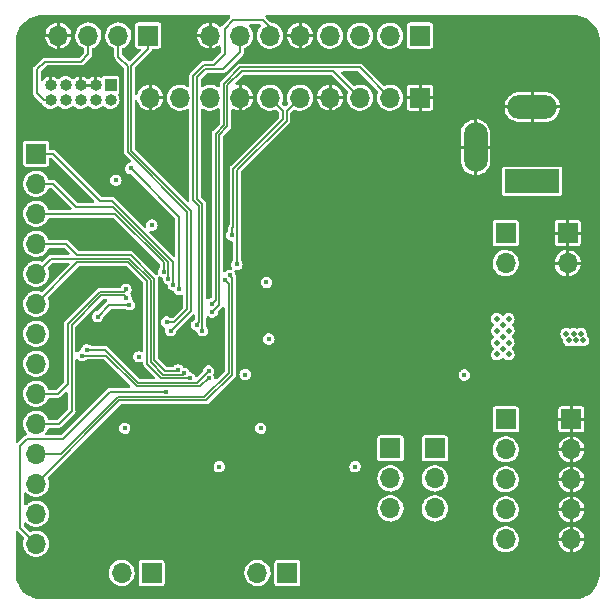
<source format=gbl>
%TF.GenerationSoftware,KiCad,Pcbnew,(5.99.0-12896-g1860893d63)*%
%TF.CreationDate,2021-11-27T00:19:13+08:00*%
%TF.ProjectId,GD32_SPINE,47443332-5f53-4504-994e-452e6b696361,rev?*%
%TF.SameCoordinates,Original*%
%TF.FileFunction,Copper,L4,Bot*%
%TF.FilePolarity,Positive*%
%FSLAX46Y46*%
G04 Gerber Fmt 4.6, Leading zero omitted, Abs format (unit mm)*
G04 Created by KiCad (PCBNEW (5.99.0-12896-g1860893d63)) date 2021-11-27 00:19:13*
%MOMM*%
%LPD*%
G01*
G04 APERTURE LIST*
%TA.AperFunction,ComponentPad*%
%ADD10R,1.700000X1.700000*%
%TD*%
%TA.AperFunction,ComponentPad*%
%ADD11O,1.700000X1.700000*%
%TD*%
%TA.AperFunction,ComponentPad*%
%ADD12R,1.000000X1.000000*%
%TD*%
%TA.AperFunction,ComponentPad*%
%ADD13O,1.000000X1.000000*%
%TD*%
%TA.AperFunction,ComponentPad*%
%ADD14R,4.600000X2.000000*%
%TD*%
%TA.AperFunction,ComponentPad*%
%ADD15O,4.200000X2.000000*%
%TD*%
%TA.AperFunction,ComponentPad*%
%ADD16O,2.000000X4.200000*%
%TD*%
%TA.AperFunction,ViaPad*%
%ADD17C,0.450000*%
%TD*%
%TA.AperFunction,ViaPad*%
%ADD18C,0.500000*%
%TD*%
%TA.AperFunction,Conductor*%
%ADD19C,0.146812*%
%TD*%
G04 APERTURE END LIST*
D10*
%TO.P,J9,1,Pin_1*%
%TO.N,+3V3*%
X141750000Y-84500000D03*
D11*
%TO.P,J9,2,Pin_2*%
X141750000Y-87040000D03*
%TO.P,J9,3,Pin_3*%
X141750000Y-89580000D03*
%TO.P,J9,4,Pin_4*%
X141750000Y-92120000D03*
%TO.P,J9,5,Pin_5*%
X141750000Y-94660000D03*
%TD*%
D10*
%TO.P,J6,1,Pin_1*%
%TO.N,GND*%
X134500000Y-57250000D03*
D11*
%TO.P,J6,2,Pin_2*%
%TO.N,USART0_TX*%
X131960000Y-57250000D03*
%TO.P,J6,3,Pin_3*%
%TO.N,USART0_RX*%
X129420000Y-57250000D03*
%TO.P,J6,4,Pin_4*%
%TO.N,GND*%
X126880000Y-57250000D03*
%TO.P,J6,5,Pin_5*%
%TO.N,USART1_TX*%
X124340000Y-57250000D03*
%TO.P,J6,6,Pin_6*%
%TO.N,USART1_RX*%
X121800000Y-57250000D03*
%TO.P,J6,7,Pin_7*%
%TO.N,GND*%
X119260000Y-57250000D03*
%TO.P,J6,8,Pin_8*%
%TO.N,USART2_TX*%
X116720000Y-57250000D03*
%TO.P,J6,9,Pin_9*%
%TO.N,USART2_RX*%
X114180000Y-57250000D03*
%TO.P,J6,10,Pin_10*%
%TO.N,GND*%
X111640000Y-57250000D03*
%TD*%
D10*
%TO.P,J5,1,Pin_1*%
%TO.N,Net-(J5-Pad1)*%
X135750000Y-86960000D03*
D11*
%TO.P,J5,2,Pin_2*%
%TO.N,PB2*%
X135750000Y-89500000D03*
%TO.P,J5,3,Pin_3*%
%TO.N,Net-(J5-Pad3)*%
X135750000Y-92040000D03*
%TD*%
D12*
%TO.P,J13,1,VTref*%
%TO.N,+3V3*%
X108300000Y-56200000D03*
D13*
%TO.P,J13,2,SWDIO/TMS*%
%TO.N,SWDIO*%
X108300000Y-57470000D03*
%TO.P,J13,3,GND*%
%TO.N,GND*%
X107030000Y-56200000D03*
%TO.P,J13,4,SWDCLK/TCK*%
%TO.N,SWCLK*%
X107030000Y-57470000D03*
%TO.P,J13,5,GND*%
%TO.N,GND*%
X105760000Y-56200000D03*
%TO.P,J13,6,SWO/TDO*%
%TO.N,unconnected-(J13-Pad6)*%
X105760000Y-57470000D03*
%TO.P,J13,7,KEY*%
%TO.N,unconnected-(J13-Pad7)*%
X104490000Y-56200000D03*
%TO.P,J13,8,NC/TDI*%
%TO.N,unconnected-(J13-Pad8)*%
X104490000Y-57470000D03*
%TO.P,J13,9,GNDDetect*%
%TO.N,GND*%
X103220000Y-56200000D03*
%TO.P,J13,10,~{RESET}*%
%TO.N,NRST*%
X103220000Y-57470000D03*
%TD*%
D10*
%TO.P,J14,1,Pin_1*%
%TO.N,CAN1_H*%
X111775000Y-97500000D03*
D11*
%TO.P,J14,2,Pin_2*%
%TO.N,CAN1_L*%
X109235000Y-97500000D03*
%TD*%
D10*
%TO.P,J11,1,Pin_1*%
%TO.N,+12V*%
X141750000Y-68725000D03*
D11*
%TO.P,J11,2,Pin_2*%
X141750000Y-71265000D03*
%TD*%
D10*
%TO.P,J12,1,Pin_1*%
%TO.N,GND*%
X147000000Y-68725000D03*
D11*
%TO.P,J12,2,Pin_2*%
X147000000Y-71265000D03*
%TD*%
D10*
%TO.P,J3,1,Pin_1*%
%TO.N,SWCLK*%
X111500000Y-52000000D03*
D11*
%TO.P,J3,2,Pin_2*%
%TO.N,SWDIO*%
X108960000Y-52000000D03*
%TO.P,J3,3,Pin_3*%
%TO.N,NRST*%
X106420000Y-52000000D03*
%TO.P,J3,4,Pin_4*%
%TO.N,GND*%
X103880000Y-52000000D03*
%TD*%
D10*
%TO.P,J10,1,Pin_1*%
%TO.N,GND*%
X147320000Y-84500000D03*
D11*
%TO.P,J10,2,Pin_2*%
X147320000Y-87040000D03*
%TO.P,J10,3,Pin_3*%
X147320000Y-89580000D03*
%TO.P,J10,4,Pin_4*%
X147320000Y-92120000D03*
%TO.P,J10,5,Pin_5*%
X147320000Y-94660000D03*
%TD*%
D10*
%TO.P,J4,1,Pin_1*%
%TO.N,Net-(J4-Pad1)*%
X132000000Y-86960000D03*
D11*
%TO.P,J4,2,Pin_2*%
%TO.N,BOOT0*%
X132000000Y-89500000D03*
%TO.P,J4,3,Pin_3*%
%TO.N,Net-(J4-Pad3)*%
X132000000Y-92040000D03*
%TD*%
D14*
%TO.P,J1,1*%
%TO.N,+12V*%
X144000000Y-64350000D03*
D15*
%TO.P,J1,2*%
%TO.N,GND*%
X144000000Y-58050000D03*
D16*
%TO.P,J1,3*%
X139200000Y-61450000D03*
%TD*%
D10*
%TO.P,J8,1,Pin_1*%
%TO.N,PB0*%
X102000000Y-62000000D03*
D11*
%TO.P,J8,2,Pin_2*%
%TO.N,PB1*%
X102000000Y-64540000D03*
%TO.P,J8,3,Pin_3*%
%TO.N,PB2*%
X102000000Y-67080000D03*
%TO.P,J8,4,Pin_4*%
%TO.N,PB3*%
X102000000Y-69620000D03*
%TO.P,J8,5,Pin_5*%
%TO.N,PB4*%
X102000000Y-72160000D03*
%TO.P,J8,6,Pin_6*%
%TO.N,PB5*%
X102000000Y-74700000D03*
%TO.P,J8,7,Pin_7*%
%TO.N,PB8*%
X102000000Y-77240000D03*
%TO.P,J8,8,Pin_8*%
%TO.N,PB9*%
X102000000Y-79780000D03*
%TO.P,J8,9,Pin_9*%
%TO.N,PB14*%
X102000000Y-82320000D03*
%TO.P,J8,10,Pin_10*%
%TO.N,PB15*%
X102000000Y-84860000D03*
%TO.P,J8,11,Pin_11*%
%TO.N,PA0*%
X102000000Y-87400000D03*
%TO.P,J8,12,Pin_12*%
%TO.N,PA1*%
X102000000Y-89940000D03*
%TO.P,J8,13,Pin_13*%
%TO.N,PA8*%
X102000000Y-92480000D03*
%TO.P,J8,14,Pin_14*%
%TO.N,PA15*%
X102000000Y-95020000D03*
%TD*%
D10*
%TO.P,J2,1,Pin_1*%
%TO.N,SPI0_NSS*%
X134500000Y-52000000D03*
D11*
%TO.P,J2,2,Pin_2*%
%TO.N,SPI0_SCK*%
X131960000Y-52000000D03*
%TO.P,J2,3,Pin_3*%
%TO.N,SPI0_MISO*%
X129420000Y-52000000D03*
%TO.P,J2,4,Pin_4*%
%TO.N,SPI0_MOSI*%
X126880000Y-52000000D03*
%TO.P,J2,5,Pin_5*%
%TO.N,GND*%
X124340000Y-52000000D03*
%TO.P,J2,6,Pin_6*%
%TO.N,I2C0_SCL*%
X121800000Y-52000000D03*
%TO.P,J2,7,Pin_7*%
%TO.N,I2C0_SDA*%
X119260000Y-52000000D03*
%TO.P,J2,8,Pin_8*%
%TO.N,GND*%
X116720000Y-52000000D03*
%TD*%
D10*
%TO.P,J7,1,Pin_1*%
%TO.N,CAN0_H*%
X123275000Y-97500000D03*
D11*
%TO.P,J7,2,Pin_2*%
%TO.N,CAN0_L*%
X120735000Y-97500000D03*
%TD*%
D17*
%TO.N,GND*%
X125000000Y-73000000D03*
X110750000Y-85250000D03*
D18*
X147600000Y-79500000D03*
D17*
X120250000Y-94250000D03*
X114250000Y-59300000D03*
X120500000Y-60000000D03*
X123000000Y-60500000D03*
X120500000Y-58500000D03*
X131250000Y-62250000D03*
X110450000Y-77600000D03*
X114250000Y-60250000D03*
X109750000Y-90500000D03*
X118250000Y-97500000D03*
X135750000Y-94500000D03*
X114500000Y-77300000D03*
X119750000Y-95250000D03*
X121000000Y-80250000D03*
X125500000Y-96000000D03*
X120250000Y-67250000D03*
X126750000Y-54000000D03*
X116650000Y-72900000D03*
X125500000Y-99000000D03*
X104000000Y-75000000D03*
X124250000Y-95250000D03*
X124000000Y-68000000D03*
X115500000Y-86500000D03*
X122500000Y-90500000D03*
X108750000Y-94250000D03*
X116250000Y-99000000D03*
X105000000Y-99000000D03*
X116250000Y-94500000D03*
X135250000Y-60000000D03*
X116650000Y-71750000D03*
X120000000Y-82750000D03*
X117400000Y-76600000D03*
X125500000Y-94500000D03*
X118500000Y-62250000D03*
X123500000Y-94250000D03*
X130000000Y-65000000D03*
X125500000Y-97500000D03*
X111100000Y-80700000D03*
X127500000Y-96000000D03*
X135750000Y-84500000D03*
X107000000Y-97500000D03*
X134750000Y-54000000D03*
X111000000Y-90500000D03*
X113000000Y-68050000D03*
X131750000Y-59000000D03*
X118000000Y-86500000D03*
X122250000Y-85250000D03*
X118500000Y-60750000D03*
X113600000Y-75400000D03*
X127500000Y-94500000D03*
X108000000Y-69000000D03*
X130000000Y-85500000D03*
X111250000Y-59300000D03*
X126000000Y-65000000D03*
X116750000Y-86500000D03*
D18*
X148400000Y-80100000D03*
D17*
X106750000Y-82000000D03*
X107000000Y-99000000D03*
X116250000Y-97500000D03*
X114800000Y-76500000D03*
X121250000Y-90500000D03*
X124250000Y-83250000D03*
X118100000Y-71700000D03*
D18*
X148200000Y-79500000D03*
D17*
X132000000Y-68000000D03*
X114250000Y-97500000D03*
X118250000Y-99000000D03*
X121750000Y-61750000D03*
X120500000Y-63000000D03*
X118900000Y-81850000D03*
X105750000Y-83000000D03*
X107000000Y-96000000D03*
D18*
X147200000Y-80100000D03*
D17*
X118250000Y-96000000D03*
X106000000Y-73000000D03*
X102000000Y-59000000D03*
D18*
X147000000Y-79500000D03*
D17*
X124250000Y-59250000D03*
X112750000Y-95250000D03*
X118250000Y-94500000D03*
X105000000Y-96000000D03*
X108250000Y-95250000D03*
X132000000Y-54000000D03*
X122000000Y-74000000D03*
X114250000Y-99000000D03*
X112000000Y-94250000D03*
X116250000Y-96000000D03*
D18*
X147800000Y-80100000D03*
D17*
X127500000Y-97500000D03*
X106000000Y-69000000D03*
X124000000Y-63500000D03*
X116700000Y-76200000D03*
X135250000Y-62250000D03*
X111250000Y-60300000D03*
X129500000Y-54000000D03*
X106750000Y-64250000D03*
X122750000Y-64750000D03*
X129250000Y-59000000D03*
X107750000Y-81000000D03*
X127750000Y-62500000D03*
X121500000Y-66000000D03*
X114250000Y-86500000D03*
X105000000Y-97500000D03*
X107000000Y-94500000D03*
X112900000Y-75400000D03*
X118250000Y-82750000D03*
X127000000Y-85750000D03*
X114250000Y-94500000D03*
X124750000Y-80500000D03*
X105000000Y-94500000D03*
X114250000Y-96000000D03*
X138250000Y-97500000D03*
X127500000Y-99000000D03*
X127500000Y-83000000D03*
X128000000Y-68000000D03*
X134000000Y-65000000D03*
D18*
%TO.N,+3V3*%
X141500000Y-76500000D03*
X141000000Y-77000000D03*
D17*
X110700000Y-79200000D03*
X117500000Y-88500000D03*
D18*
X147500000Y-77250000D03*
X141000000Y-79000000D03*
X148100000Y-77250000D03*
X148300000Y-77800000D03*
D17*
X121000000Y-85250000D03*
X111800000Y-68050000D03*
D18*
X141000000Y-76000000D03*
X141500000Y-77500000D03*
D17*
X121700000Y-77700000D03*
D18*
X142000000Y-78000000D03*
D17*
X129000000Y-88500000D03*
D18*
X142000000Y-76000000D03*
X142000000Y-79000000D03*
X141500000Y-78500000D03*
X147100000Y-77800000D03*
X146900000Y-77250000D03*
D17*
X121500000Y-72900000D03*
X119700000Y-80700000D03*
X138250000Y-80750000D03*
X109500000Y-85250000D03*
X108750000Y-64250000D03*
D18*
X147700000Y-77800000D03*
X142000000Y-77000000D03*
X141000000Y-78000000D03*
D17*
%TO.N,NRST*%
X114100000Y-73500000D03*
X110000000Y-63250000D03*
%TO.N,I2C0_SCL*%
X115580000Y-76500000D03*
%TO.N,I2C0_SDA*%
X116080000Y-77000000D03*
%TO.N,SWCLK*%
X113400000Y-77000000D03*
%TO.N,SWDIO*%
X113050000Y-76250000D03*
%TO.N,PB2*%
X112800000Y-72000000D03*
%TO.N,USART0_TX*%
X116900000Y-74700000D03*
%TO.N,USART0_RX*%
X116900000Y-75400000D03*
%TO.N,USART1_TX*%
X119000000Y-71370000D03*
%TO.N,USART1_RX*%
X118574000Y-68904000D03*
%TO.N,PB0*%
X113600000Y-73100000D03*
%TO.N,PB1*%
X113200000Y-72600000D03*
%TO.N,PB3*%
X114000000Y-80300000D03*
%TO.N,PB4*%
X114500000Y-80600000D03*
%TO.N,PB5*%
X115000000Y-81000000D03*
%TO.N,PB8*%
X106300000Y-78600000D03*
X116600000Y-80400000D03*
%TO.N,PB9*%
X116600000Y-81000000D03*
X105900000Y-79100000D03*
%TO.N,PB14*%
X109600000Y-73500000D03*
%TO.N,PB15*%
X109600000Y-74200000D03*
%TO.N,PA0*%
X118000000Y-72700000D03*
%TO.N,PA1*%
X118400000Y-72300000D03*
%TO.N,PA8*%
X109900000Y-74800000D03*
X107200000Y-75800000D03*
%TO.N,PA15*%
X113000000Y-82150000D03*
%TD*%
D19*
%TO.N,NRST*%
X102725000Y-54200000D02*
X105825000Y-54200000D01*
X102050000Y-54875000D02*
X102725000Y-54200000D01*
X106420000Y-53605000D02*
X106420000Y-52000000D01*
X105825000Y-54200000D02*
X106420000Y-53605000D01*
X102670000Y-57470000D02*
X102050000Y-56850000D01*
X103220000Y-57470000D02*
X102670000Y-57470000D01*
X110000000Y-63250000D02*
X114100000Y-67350000D01*
X114100000Y-67350000D02*
X114100000Y-73500000D01*
X102050000Y-56850000D02*
X102050000Y-54875000D01*
%TO.N,I2C0_SCL*%
X116200000Y-54500000D02*
X115300000Y-55400000D01*
X117050000Y-54500000D02*
X116200000Y-54500000D01*
X115300000Y-55400000D02*
X115300000Y-65900000D01*
X121800000Y-52000000D02*
X121800000Y-51300000D01*
X121200000Y-50700000D02*
X118660000Y-50700000D01*
X118660000Y-50700000D02*
X117950000Y-51410000D01*
X117950000Y-51410000D02*
X117950000Y-53600000D01*
X115800000Y-66400000D02*
X115800000Y-76280000D01*
X121800000Y-51300000D02*
X121200000Y-50700000D01*
X117950000Y-53600000D02*
X117050000Y-54500000D01*
X115300000Y-65900000D02*
X115800000Y-66400000D01*
X115800000Y-76280000D02*
X115580000Y-76500000D01*
%TO.N,I2C0_SDA*%
X119260000Y-53390000D02*
X117800000Y-54850000D01*
X115600000Y-65800000D02*
X116080000Y-66280000D01*
X116080000Y-66280000D02*
X116080000Y-77000000D01*
X119260000Y-52000000D02*
X119260000Y-53390000D01*
X115600000Y-55550000D02*
X115600000Y-65800000D01*
X117800000Y-54850000D02*
X116300000Y-54850000D01*
X116300000Y-54850000D02*
X115600000Y-55550000D01*
%TO.N,SWCLK*%
X115100000Y-66845000D02*
X110000000Y-61745000D01*
X110000000Y-54600000D02*
X111500000Y-53100000D01*
X115100000Y-75300000D02*
X115100000Y-66845000D01*
X110000000Y-61745000D02*
X110000000Y-54600000D01*
X113400000Y-77000000D02*
X115100000Y-75300000D01*
X111500000Y-53100000D02*
X111500000Y-52000000D01*
%TO.N,SWDIO*%
X113700000Y-76250000D02*
X114800000Y-75150000D01*
X114800000Y-66900000D02*
X109750000Y-61850000D01*
X109750000Y-54575000D02*
X108960000Y-53785000D01*
X108960000Y-53785000D02*
X108960000Y-52000000D01*
X114800000Y-75150000D02*
X114800000Y-66900000D01*
X113050000Y-76250000D02*
X113700000Y-76250000D01*
X109750000Y-61850000D02*
X109750000Y-54575000D01*
%TO.N,PB2*%
X112800000Y-72000000D02*
X112800000Y-71200000D01*
X108680000Y-67080000D02*
X102000000Y-67080000D01*
X112800000Y-71200000D02*
X108680000Y-67080000D01*
%TO.N,USART0_TX*%
X119300000Y-54700000D02*
X129410000Y-54700000D01*
X117200000Y-74400000D02*
X117200000Y-60300000D01*
X117200000Y-60300000D02*
X117900000Y-59600000D01*
X129410000Y-54700000D02*
X131960000Y-57250000D01*
X116900000Y-74700000D02*
X117200000Y-74400000D01*
X117900000Y-59600000D02*
X117900000Y-56100000D01*
X117900000Y-56100000D02*
X119300000Y-54700000D01*
%TO.N,USART0_RX*%
X117500000Y-60400000D02*
X118200000Y-59700000D01*
X127170000Y-55000000D02*
X129420000Y-57250000D01*
X116900000Y-75400000D02*
X117500000Y-74800000D01*
X118200000Y-56200000D02*
X119400000Y-55000000D01*
X117500000Y-74800000D02*
X117500000Y-60400000D01*
X118200000Y-59700000D02*
X118200000Y-56200000D01*
X119400000Y-55000000D02*
X127170000Y-55000000D01*
%TO.N,USART1_TX*%
X123200000Y-58390000D02*
X123200000Y-59200000D01*
X123200000Y-59200000D02*
X119000000Y-63400000D01*
X119000000Y-63400000D02*
X119000000Y-71370000D01*
X124340000Y-57250000D02*
X123200000Y-58390000D01*
%TO.N,USART1_RX*%
X118700000Y-68200000D02*
X118700000Y-63300000D01*
X118574000Y-68326000D02*
X118700000Y-68200000D01*
X118574000Y-68904000D02*
X118574000Y-68326000D01*
X122900000Y-58350000D02*
X121800000Y-57250000D01*
X118700000Y-63300000D02*
X122900000Y-59100000D01*
X122900000Y-59100000D02*
X122900000Y-58350000D01*
%TO.N,PB0*%
X103400000Y-62000000D02*
X107400000Y-66000000D01*
X113600000Y-71200000D02*
X113600000Y-73100000D01*
X107400000Y-66000000D02*
X108400000Y-66000000D01*
X102000000Y-62000000D02*
X103400000Y-62000000D01*
X108400000Y-66000000D02*
X113600000Y-71200000D01*
%TO.N,PB1*%
X103440000Y-64540000D02*
X105400000Y-66500000D01*
X108500000Y-66500000D02*
X113200000Y-71200000D01*
X113200000Y-71200000D02*
X113200000Y-72600000D01*
X105400000Y-66500000D02*
X108500000Y-66500000D01*
X102000000Y-64540000D02*
X103440000Y-64540000D01*
%TO.N,PB3*%
X113900000Y-80400000D02*
X112900000Y-80400000D01*
X112000000Y-72600000D02*
X110000000Y-70600000D01*
X112000000Y-79500000D02*
X112000000Y-72600000D01*
X104520000Y-69620000D02*
X102000000Y-69620000D01*
X112900000Y-80400000D02*
X112000000Y-79500000D01*
X105500000Y-70600000D02*
X104520000Y-69620000D01*
X114000000Y-80300000D02*
X113900000Y-80400000D01*
X110000000Y-70600000D02*
X105500000Y-70600000D01*
%TO.N,PB4*%
X109900000Y-70900000D02*
X103260000Y-70900000D01*
X114400000Y-80700000D02*
X112737500Y-80700000D01*
X112737500Y-80700000D02*
X111700000Y-79662500D01*
X103260000Y-70900000D02*
X102000000Y-72160000D01*
X111700000Y-72700000D02*
X109900000Y-70900000D01*
X111700000Y-79662500D02*
X111700000Y-72700000D01*
X114500000Y-80600000D02*
X114400000Y-80700000D01*
%TO.N,PB5*%
X115000000Y-81000000D02*
X112600000Y-81000000D01*
X109800000Y-71200000D02*
X105500000Y-71200000D01*
X112600000Y-81000000D02*
X111400000Y-79800000D01*
X111400000Y-72800000D02*
X109800000Y-71200000D01*
X105500000Y-71200000D02*
X102000000Y-74700000D01*
X111400000Y-79800000D02*
X111400000Y-72800000D01*
%TO.N,PB8*%
X110600000Y-81400000D02*
X107800000Y-78600000D01*
X115600000Y-81400000D02*
X110600000Y-81400000D01*
X116600000Y-80400000D02*
X115600000Y-81400000D01*
X107800000Y-78600000D02*
X106300000Y-78600000D01*
%TO.N,PB9*%
X107900000Y-79100000D02*
X105900000Y-79100000D01*
X110500000Y-81700000D02*
X107900000Y-79100000D01*
X116600000Y-81000000D02*
X115900000Y-81700000D01*
X115900000Y-81700000D02*
X110500000Y-81700000D01*
%TO.N,PB14*%
X107400000Y-73700000D02*
X109400000Y-73700000D01*
X103880000Y-82320000D02*
X104700000Y-81500000D01*
X102000000Y-82320000D02*
X103880000Y-82320000D01*
X104700000Y-76400000D02*
X107400000Y-73700000D01*
X109400000Y-73700000D02*
X109600000Y-73500000D01*
X104700000Y-81500000D02*
X104700000Y-76400000D01*
%TO.N,PB15*%
X107500000Y-74000000D02*
X105000000Y-76500000D01*
X105000000Y-83800000D02*
X103940000Y-84860000D01*
X109400000Y-74000000D02*
X107500000Y-74000000D01*
X103940000Y-84860000D02*
X102000000Y-84860000D01*
X109600000Y-74200000D02*
X109400000Y-74000000D01*
X105000000Y-76500000D02*
X105000000Y-83800000D01*
%TO.N,PA0*%
X108900000Y-82600000D02*
X104100000Y-87400000D01*
X118000000Y-72700000D02*
X118300000Y-73000000D01*
X118300000Y-73000000D02*
X118300000Y-80550000D01*
X116250000Y-82600000D02*
X108900000Y-82600000D01*
X118300000Y-80550000D02*
X116250000Y-82600000D01*
X104100000Y-87400000D02*
X102000000Y-87400000D01*
%TO.N,PA1*%
X102010000Y-89940000D02*
X102000000Y-89940000D01*
X116400000Y-82900000D02*
X109050000Y-82900000D01*
X118600000Y-72500000D02*
X118600000Y-80700000D01*
X109050000Y-82900000D02*
X102010000Y-89940000D01*
X118400000Y-72300000D02*
X118600000Y-72500000D01*
X118600000Y-80700000D02*
X116400000Y-82900000D01*
%TO.N,PA8*%
X108200000Y-74800000D02*
X109900000Y-74800000D01*
X107200000Y-75800000D02*
X108200000Y-74800000D01*
%TO.N,PA15*%
X113000000Y-82150000D02*
X108250000Y-82150000D01*
X100650000Y-93670000D02*
X102000000Y-95020000D01*
X108250000Y-82150000D02*
X104250000Y-86150000D01*
X104250000Y-86150000D02*
X101250000Y-86150000D01*
X101250000Y-86150000D02*
X100650000Y-86750000D01*
X100650000Y-86750000D02*
X100650000Y-93670000D01*
%TD*%
%TA.AperFunction,Conductor*%
%TO.N,GND*%
G36*
X147487153Y-50256421D02*
G01*
X147500000Y-50258976D01*
X147512170Y-50256555D01*
X147524583Y-50256555D01*
X147524583Y-50256880D01*
X147535420Y-50256142D01*
X147687735Y-50265356D01*
X147763118Y-50269916D01*
X147778222Y-50271750D01*
X148030005Y-50317891D01*
X148044778Y-50321532D01*
X148289174Y-50397689D01*
X148303392Y-50403081D01*
X148536817Y-50508138D01*
X148550287Y-50515207D01*
X148769351Y-50647636D01*
X148781873Y-50656279D01*
X148983379Y-50814149D01*
X148994767Y-50824239D01*
X149175761Y-51005233D01*
X149185851Y-51016621D01*
X149343721Y-51218127D01*
X149352364Y-51230649D01*
X149484793Y-51449713D01*
X149491862Y-51463183D01*
X149557144Y-51608231D01*
X149596917Y-51696604D01*
X149602311Y-51710826D01*
X149652326Y-51871329D01*
X149678468Y-51955222D01*
X149682109Y-51969995D01*
X149728250Y-52221778D01*
X149730084Y-52236882D01*
X149734644Y-52312265D01*
X149743352Y-52456208D01*
X149743858Y-52464578D01*
X149743120Y-52475417D01*
X149743445Y-52475417D01*
X149743445Y-52487830D01*
X149741024Y-52500000D01*
X149743445Y-52512170D01*
X149743579Y-52512844D01*
X149746000Y-52537425D01*
X149746000Y-97462575D01*
X149743579Y-97487153D01*
X149741024Y-97500000D01*
X149743445Y-97512170D01*
X149743445Y-97524583D01*
X149743120Y-97524583D01*
X149743858Y-97535420D01*
X149735853Y-97667755D01*
X149730084Y-97763118D01*
X149728250Y-97778222D01*
X149682109Y-98030005D01*
X149678468Y-98044778D01*
X149602668Y-98288031D01*
X149602313Y-98289169D01*
X149596919Y-98303392D01*
X149491864Y-98536814D01*
X149484793Y-98550287D01*
X149352364Y-98769351D01*
X149343721Y-98781873D01*
X149185851Y-98983379D01*
X149175761Y-98994767D01*
X148994767Y-99175761D01*
X148983379Y-99185851D01*
X148781873Y-99343721D01*
X148769351Y-99352364D01*
X148550287Y-99484793D01*
X148536817Y-99491862D01*
X148303392Y-99596919D01*
X148289174Y-99602311D01*
X148115096Y-99656556D01*
X148044778Y-99678468D01*
X148030005Y-99682109D01*
X147778222Y-99728250D01*
X147763118Y-99730084D01*
X147687735Y-99734644D01*
X147535420Y-99743858D01*
X147524583Y-99743120D01*
X147524583Y-99743445D01*
X147512170Y-99743445D01*
X147500000Y-99741024D01*
X147487153Y-99743579D01*
X147462575Y-99746000D01*
X102537425Y-99746000D01*
X102512847Y-99743579D01*
X102500000Y-99741024D01*
X102487830Y-99743445D01*
X102475417Y-99743445D01*
X102475417Y-99743120D01*
X102464580Y-99743858D01*
X102312265Y-99734644D01*
X102236882Y-99730084D01*
X102221778Y-99728250D01*
X101969995Y-99682109D01*
X101955222Y-99678468D01*
X101884904Y-99656556D01*
X101710826Y-99602311D01*
X101696608Y-99596919D01*
X101463183Y-99491862D01*
X101449713Y-99484793D01*
X101230649Y-99352364D01*
X101218127Y-99343721D01*
X101016621Y-99185851D01*
X101005233Y-99175761D01*
X100824239Y-98994767D01*
X100814149Y-98983379D01*
X100656279Y-98781873D01*
X100647636Y-98769351D01*
X100515207Y-98550287D01*
X100508136Y-98536814D01*
X100403081Y-98303392D01*
X100397687Y-98289169D01*
X100397333Y-98288031D01*
X100321532Y-98044778D01*
X100317891Y-98030005D01*
X100271750Y-97778222D01*
X100269916Y-97763118D01*
X100264147Y-97667755D01*
X100256142Y-97535420D01*
X100256880Y-97524583D01*
X100256555Y-97524583D01*
X100256555Y-97512170D01*
X100258976Y-97500000D01*
X100256421Y-97487153D01*
X100254826Y-97470964D01*
X108126148Y-97470964D01*
X108139424Y-97673522D01*
X108140845Y-97679118D01*
X108140846Y-97679123D01*
X108166015Y-97778222D01*
X108189392Y-97870269D01*
X108191809Y-97875512D01*
X108229010Y-97956208D01*
X108274377Y-98054616D01*
X108391533Y-98220389D01*
X108536938Y-98362035D01*
X108705720Y-98474812D01*
X108711023Y-98477090D01*
X108711026Y-98477092D01*
X108842283Y-98533484D01*
X108892228Y-98554942D01*
X108965244Y-98571464D01*
X109084579Y-98598467D01*
X109084584Y-98598468D01*
X109090216Y-98599742D01*
X109095987Y-98599969D01*
X109095989Y-98599969D01*
X109155756Y-98602317D01*
X109293053Y-98607712D01*
X109400348Y-98592155D01*
X109488231Y-98579413D01*
X109488236Y-98579412D01*
X109493945Y-98578584D01*
X109499409Y-98576729D01*
X109499414Y-98576728D01*
X109680693Y-98515192D01*
X109680698Y-98515190D01*
X109686165Y-98513334D01*
X109863276Y-98414147D01*
X109902969Y-98381135D01*
X110014913Y-98288031D01*
X110019345Y-98284345D01*
X110149147Y-98128276D01*
X110248334Y-97951165D01*
X110250190Y-97945698D01*
X110250192Y-97945693D01*
X110311728Y-97764414D01*
X110311729Y-97764409D01*
X110313584Y-97758945D01*
X110314412Y-97753236D01*
X110314413Y-97753231D01*
X110342179Y-97561727D01*
X110342712Y-97558053D01*
X110344232Y-97500000D01*
X110325658Y-97297859D01*
X110324090Y-97292299D01*
X110272125Y-97108046D01*
X110272124Y-97108044D01*
X110270557Y-97102487D01*
X110259978Y-97081033D01*
X110183331Y-96925609D01*
X110180776Y-96920428D01*
X110059320Y-96757779D01*
X109915609Y-96624933D01*
X110670500Y-96624933D01*
X110670501Y-98375066D01*
X110685266Y-98449301D01*
X110692161Y-98459620D01*
X110692162Y-98459622D01*
X110732516Y-98520015D01*
X110741516Y-98533484D01*
X110825699Y-98589734D01*
X110899933Y-98604500D01*
X111774858Y-98604500D01*
X112650066Y-98604499D01*
X112685818Y-98597388D01*
X112712126Y-98592156D01*
X112712128Y-98592155D01*
X112724301Y-98589734D01*
X112734621Y-98582839D01*
X112734622Y-98582838D01*
X112798168Y-98540377D01*
X112808484Y-98533484D01*
X112864734Y-98449301D01*
X112879500Y-98375067D01*
X112879499Y-97470964D01*
X119626148Y-97470964D01*
X119639424Y-97673522D01*
X119640845Y-97679118D01*
X119640846Y-97679123D01*
X119666015Y-97778222D01*
X119689392Y-97870269D01*
X119691809Y-97875512D01*
X119729010Y-97956208D01*
X119774377Y-98054616D01*
X119891533Y-98220389D01*
X120036938Y-98362035D01*
X120205720Y-98474812D01*
X120211023Y-98477090D01*
X120211026Y-98477092D01*
X120342283Y-98533484D01*
X120392228Y-98554942D01*
X120465244Y-98571464D01*
X120584579Y-98598467D01*
X120584584Y-98598468D01*
X120590216Y-98599742D01*
X120595987Y-98599969D01*
X120595989Y-98599969D01*
X120655756Y-98602317D01*
X120793053Y-98607712D01*
X120900348Y-98592155D01*
X120988231Y-98579413D01*
X120988236Y-98579412D01*
X120993945Y-98578584D01*
X120999409Y-98576729D01*
X120999414Y-98576728D01*
X121180693Y-98515192D01*
X121180698Y-98515190D01*
X121186165Y-98513334D01*
X121363276Y-98414147D01*
X121402969Y-98381135D01*
X121514913Y-98288031D01*
X121519345Y-98284345D01*
X121649147Y-98128276D01*
X121748334Y-97951165D01*
X121750190Y-97945698D01*
X121750192Y-97945693D01*
X121811728Y-97764414D01*
X121811729Y-97764409D01*
X121813584Y-97758945D01*
X121814412Y-97753236D01*
X121814413Y-97753231D01*
X121842179Y-97561727D01*
X121842712Y-97558053D01*
X121844232Y-97500000D01*
X121825658Y-97297859D01*
X121824090Y-97292299D01*
X121772125Y-97108046D01*
X121772124Y-97108044D01*
X121770557Y-97102487D01*
X121759978Y-97081033D01*
X121683331Y-96925609D01*
X121680776Y-96920428D01*
X121559320Y-96757779D01*
X121415609Y-96624933D01*
X122170500Y-96624933D01*
X122170501Y-98375066D01*
X122185266Y-98449301D01*
X122192161Y-98459620D01*
X122192162Y-98459622D01*
X122232516Y-98520015D01*
X122241516Y-98533484D01*
X122325699Y-98589734D01*
X122399933Y-98604500D01*
X123274858Y-98604500D01*
X124150066Y-98604499D01*
X124185818Y-98597388D01*
X124212126Y-98592156D01*
X124212128Y-98592155D01*
X124224301Y-98589734D01*
X124234621Y-98582839D01*
X124234622Y-98582838D01*
X124298168Y-98540377D01*
X124308484Y-98533484D01*
X124364734Y-98449301D01*
X124379500Y-98375067D01*
X124379499Y-96624934D01*
X124364734Y-96550699D01*
X124338654Y-96511667D01*
X124315377Y-96476832D01*
X124308484Y-96466516D01*
X124224301Y-96410266D01*
X124150067Y-96395500D01*
X123275142Y-96395500D01*
X122399934Y-96395501D01*
X122364182Y-96402612D01*
X122337874Y-96407844D01*
X122337872Y-96407845D01*
X122325699Y-96410266D01*
X122315379Y-96417161D01*
X122315378Y-96417162D01*
X122254985Y-96457516D01*
X122241516Y-96466516D01*
X122185266Y-96550699D01*
X122170500Y-96624933D01*
X121415609Y-96624933D01*
X121410258Y-96619987D01*
X121405375Y-96616906D01*
X121405371Y-96616903D01*
X121243464Y-96514748D01*
X121238581Y-96511667D01*
X121050039Y-96436446D01*
X121044379Y-96435320D01*
X121044375Y-96435319D01*
X120856613Y-96397971D01*
X120856610Y-96397971D01*
X120850946Y-96396844D01*
X120845171Y-96396768D01*
X120845167Y-96396768D01*
X120743793Y-96395441D01*
X120647971Y-96394187D01*
X120642274Y-96395166D01*
X120642273Y-96395166D01*
X120554397Y-96410266D01*
X120447910Y-96428564D01*
X120257463Y-96498824D01*
X120083010Y-96602612D01*
X120078670Y-96606418D01*
X120078666Y-96606421D01*
X119934733Y-96732648D01*
X119930392Y-96736455D01*
X119804720Y-96895869D01*
X119802031Y-96900980D01*
X119802029Y-96900983D01*
X119789073Y-96925609D01*
X119710203Y-97075515D01*
X119650007Y-97269378D01*
X119626148Y-97470964D01*
X112879499Y-97470964D01*
X112879499Y-96624934D01*
X112864734Y-96550699D01*
X112838654Y-96511667D01*
X112815377Y-96476832D01*
X112808484Y-96466516D01*
X112724301Y-96410266D01*
X112650067Y-96395500D01*
X111775142Y-96395500D01*
X110899934Y-96395501D01*
X110864182Y-96402612D01*
X110837874Y-96407844D01*
X110837872Y-96407845D01*
X110825699Y-96410266D01*
X110815379Y-96417161D01*
X110815378Y-96417162D01*
X110754985Y-96457516D01*
X110741516Y-96466516D01*
X110685266Y-96550699D01*
X110670500Y-96624933D01*
X109915609Y-96624933D01*
X109910258Y-96619987D01*
X109905375Y-96616906D01*
X109905371Y-96616903D01*
X109743464Y-96514748D01*
X109738581Y-96511667D01*
X109550039Y-96436446D01*
X109544379Y-96435320D01*
X109544375Y-96435319D01*
X109356613Y-96397971D01*
X109356610Y-96397971D01*
X109350946Y-96396844D01*
X109345171Y-96396768D01*
X109345167Y-96396768D01*
X109243793Y-96395441D01*
X109147971Y-96394187D01*
X109142274Y-96395166D01*
X109142273Y-96395166D01*
X109054397Y-96410266D01*
X108947910Y-96428564D01*
X108757463Y-96498824D01*
X108583010Y-96602612D01*
X108578670Y-96606418D01*
X108578666Y-96606421D01*
X108434733Y-96732648D01*
X108430392Y-96736455D01*
X108304720Y-96895869D01*
X108302031Y-96900980D01*
X108302029Y-96900983D01*
X108289073Y-96925609D01*
X108210203Y-97075515D01*
X108150007Y-97269378D01*
X108126148Y-97470964D01*
X100254826Y-97470964D01*
X100254000Y-97462575D01*
X100254000Y-94041919D01*
X100274002Y-93973798D01*
X100327658Y-93927305D01*
X100397932Y-93917201D01*
X100462512Y-93946695D01*
X100469095Y-93952824D01*
X100956663Y-94440392D01*
X100990689Y-94502704D01*
X100985624Y-94573519D01*
X100979077Y-94588152D01*
X100975203Y-94595515D01*
X100915007Y-94789378D01*
X100891148Y-94990964D01*
X100904424Y-95193522D01*
X100905845Y-95199118D01*
X100905846Y-95199123D01*
X100929617Y-95292718D01*
X100954392Y-95390269D01*
X100956809Y-95395512D01*
X100994010Y-95476208D01*
X101039377Y-95574616D01*
X101042710Y-95579332D01*
X101136938Y-95712662D01*
X101156533Y-95740389D01*
X101160675Y-95744424D01*
X101175091Y-95758467D01*
X101301938Y-95882035D01*
X101470720Y-95994812D01*
X101476023Y-95997090D01*
X101476026Y-95997092D01*
X101564707Y-96035192D01*
X101657228Y-96074942D01*
X101730244Y-96091464D01*
X101849579Y-96118467D01*
X101849584Y-96118468D01*
X101855216Y-96119742D01*
X101860987Y-96119969D01*
X101860989Y-96119969D01*
X101920756Y-96122317D01*
X102058053Y-96127712D01*
X102158499Y-96113148D01*
X102253231Y-96099413D01*
X102253236Y-96099412D01*
X102258945Y-96098584D01*
X102264409Y-96096729D01*
X102264414Y-96096728D01*
X102445693Y-96035192D01*
X102445698Y-96035190D01*
X102451165Y-96033334D01*
X102628276Y-95934147D01*
X102690934Y-95882035D01*
X102779913Y-95808031D01*
X102784345Y-95804345D01*
X102857641Y-95716217D01*
X102910453Y-95652718D01*
X102910455Y-95652715D01*
X102914147Y-95648276D01*
X103013334Y-95471165D01*
X103015190Y-95465698D01*
X103015192Y-95465693D01*
X103076728Y-95284414D01*
X103076729Y-95284409D01*
X103078584Y-95278945D01*
X103079412Y-95273236D01*
X103079413Y-95273231D01*
X103107179Y-95081727D01*
X103107712Y-95078053D01*
X103109232Y-95020000D01*
X103092097Y-94833522D01*
X103091187Y-94823613D01*
X103091186Y-94823610D01*
X103090658Y-94817859D01*
X103085776Y-94800548D01*
X103037948Y-94630964D01*
X140641148Y-94630964D01*
X140654424Y-94833522D01*
X140655845Y-94839118D01*
X140655846Y-94839123D01*
X140701784Y-95020000D01*
X140704392Y-95030269D01*
X140706809Y-95035512D01*
X140743912Y-95115994D01*
X140789377Y-95214616D01*
X140906533Y-95380389D01*
X141051938Y-95522035D01*
X141220720Y-95634812D01*
X141226023Y-95637090D01*
X141226026Y-95637092D01*
X141314707Y-95675192D01*
X141407228Y-95714942D01*
X141480244Y-95731464D01*
X141599579Y-95758467D01*
X141599584Y-95758468D01*
X141605216Y-95759742D01*
X141610987Y-95759969D01*
X141610989Y-95759969D01*
X141670756Y-95762317D01*
X141808053Y-95767712D01*
X141912272Y-95752601D01*
X142003231Y-95739413D01*
X142003236Y-95739412D01*
X142008945Y-95738584D01*
X142014409Y-95736729D01*
X142014414Y-95736728D01*
X142195693Y-95675192D01*
X142195698Y-95675190D01*
X142201165Y-95673334D01*
X142207019Y-95670056D01*
X142276470Y-95631161D01*
X142378276Y-95574147D01*
X142384019Y-95569371D01*
X142529913Y-95448031D01*
X142534345Y-95444345D01*
X142664147Y-95288276D01*
X142763334Y-95111165D01*
X142765190Y-95105698D01*
X142765192Y-95105693D01*
X142826728Y-94924414D01*
X142826729Y-94924409D01*
X142828584Y-94918945D01*
X142829412Y-94913236D01*
X142829413Y-94913231D01*
X142845453Y-94802602D01*
X146222899Y-94802602D01*
X146224542Y-94827676D01*
X146226343Y-94839046D01*
X146273443Y-95024502D01*
X146277284Y-95035348D01*
X146357394Y-95209120D01*
X146363145Y-95219081D01*
X146473579Y-95375343D01*
X146481057Y-95384098D01*
X146618114Y-95517612D01*
X146627058Y-95524855D01*
X146786156Y-95631161D01*
X146796266Y-95636651D01*
X146972077Y-95712185D01*
X146983020Y-95715740D01*
X147169647Y-95757970D01*
X147176383Y-95758857D01*
X147190302Y-95755357D01*
X147190658Y-95754978D01*
X147193000Y-95745144D01*
X147193000Y-95739095D01*
X147447000Y-95739095D01*
X147450966Y-95752601D01*
X147464966Y-95754605D01*
X147573106Y-95738926D01*
X147584302Y-95736238D01*
X147765497Y-95674730D01*
X147775994Y-95670056D01*
X147942958Y-95576552D01*
X147952430Y-95570042D01*
X148099553Y-95447682D01*
X148107682Y-95439553D01*
X148230042Y-95292430D01*
X148236552Y-95282958D01*
X148330056Y-95115994D01*
X148334730Y-95105497D01*
X148396238Y-94924302D01*
X148398926Y-94913106D01*
X148414610Y-94804929D01*
X148412624Y-94790993D01*
X148399056Y-94787000D01*
X147465115Y-94787000D01*
X147449876Y-94791475D01*
X147448671Y-94792865D01*
X147447000Y-94800548D01*
X147447000Y-95739095D01*
X147193000Y-95739095D01*
X147193000Y-94805115D01*
X147188525Y-94789876D01*
X147187135Y-94788671D01*
X147179452Y-94787000D01*
X146239991Y-94787000D01*
X146224951Y-94791416D01*
X146222899Y-94802602D01*
X142845453Y-94802602D01*
X142857179Y-94721727D01*
X142857712Y-94718053D01*
X142859232Y-94660000D01*
X142847298Y-94530124D01*
X142845910Y-94515012D01*
X146225375Y-94515012D01*
X146227817Y-94529431D01*
X146240559Y-94533000D01*
X147174885Y-94533000D01*
X147190124Y-94528525D01*
X147191329Y-94527135D01*
X147193000Y-94519452D01*
X147193000Y-94514885D01*
X147447000Y-94514885D01*
X147451475Y-94530124D01*
X147452865Y-94531329D01*
X147460548Y-94533000D01*
X148398945Y-94533000D01*
X148413490Y-94528729D01*
X148415553Y-94516595D01*
X148410693Y-94463707D01*
X148408595Y-94452386D01*
X148356658Y-94268231D01*
X148352533Y-94257484D01*
X148267903Y-94085871D01*
X148261893Y-94076063D01*
X148147400Y-93922739D01*
X148139710Y-93914199D01*
X147999192Y-93784304D01*
X147990067Y-93777303D01*
X147828236Y-93675195D01*
X147817989Y-93669974D01*
X147640260Y-93599068D01*
X147629232Y-93595801D01*
X147464769Y-93563088D01*
X147451894Y-93564240D01*
X147447000Y-93579396D01*
X147447000Y-94514885D01*
X147193000Y-94514885D01*
X147193000Y-93579678D01*
X147189194Y-93566716D01*
X147174278Y-93564780D01*
X147038737Y-93588070D01*
X147027617Y-93591050D01*
X146848095Y-93657279D01*
X146837717Y-93662229D01*
X146673273Y-93760063D01*
X146663961Y-93766829D01*
X146520097Y-93892994D01*
X146512180Y-93901337D01*
X146393718Y-94051605D01*
X146387450Y-94061256D01*
X146298360Y-94230589D01*
X146293951Y-94241232D01*
X146237210Y-94423967D01*
X146234820Y-94435211D01*
X146225375Y-94515012D01*
X142845910Y-94515012D01*
X142841187Y-94463613D01*
X142841186Y-94463610D01*
X142840658Y-94457859D01*
X142834271Y-94435211D01*
X142787125Y-94268046D01*
X142787124Y-94268044D01*
X142785557Y-94262487D01*
X142775076Y-94241232D01*
X142698331Y-94085609D01*
X142695776Y-94080428D01*
X142574320Y-93917779D01*
X142425258Y-93779987D01*
X142420375Y-93776906D01*
X142420371Y-93776903D01*
X142274728Y-93685010D01*
X142253581Y-93671667D01*
X142065039Y-93596446D01*
X142059379Y-93595320D01*
X142059375Y-93595319D01*
X141871613Y-93557971D01*
X141871610Y-93557971D01*
X141865946Y-93556844D01*
X141860171Y-93556768D01*
X141860167Y-93556768D01*
X141758793Y-93555441D01*
X141662971Y-93554187D01*
X141657274Y-93555166D01*
X141657273Y-93555166D01*
X141469189Y-93587485D01*
X141462910Y-93588564D01*
X141272463Y-93658824D01*
X141098010Y-93762612D01*
X141093670Y-93766418D01*
X141093666Y-93766421D01*
X141073723Y-93783911D01*
X140945392Y-93896455D01*
X140941817Y-93900990D01*
X140941816Y-93900991D01*
X140929319Y-93916844D01*
X140819720Y-94055869D01*
X140817031Y-94060980D01*
X140817029Y-94060983D01*
X140804073Y-94085609D01*
X140725203Y-94235515D01*
X140665007Y-94429378D01*
X140641148Y-94630964D01*
X103037948Y-94630964D01*
X103037125Y-94628046D01*
X103037124Y-94628044D01*
X103035557Y-94622487D01*
X103024978Y-94601033D01*
X102948331Y-94445609D01*
X102945776Y-94440428D01*
X102824320Y-94277779D01*
X102675258Y-94139987D01*
X102670375Y-94136906D01*
X102670371Y-94136903D01*
X102508464Y-94034748D01*
X102503581Y-94031667D01*
X102315039Y-93956446D01*
X102309379Y-93955320D01*
X102309375Y-93955319D01*
X102121613Y-93917971D01*
X102121610Y-93917971D01*
X102115946Y-93916844D01*
X102110171Y-93916768D01*
X102110167Y-93916768D01*
X102008793Y-93915441D01*
X101912971Y-93914187D01*
X101907274Y-93915166D01*
X101907273Y-93915166D01*
X101718607Y-93947585D01*
X101712910Y-93948564D01*
X101554369Y-94007053D01*
X101483538Y-94011865D01*
X101421665Y-93977936D01*
X101014811Y-93571082D01*
X100980785Y-93508770D01*
X100977906Y-93481987D01*
X100977906Y-93325025D01*
X100997908Y-93256904D01*
X101051564Y-93210411D01*
X101121838Y-93200307D01*
X101186418Y-93229801D01*
X101191817Y-93234760D01*
X101301938Y-93342035D01*
X101470720Y-93454812D01*
X101476023Y-93457090D01*
X101476026Y-93457092D01*
X101564707Y-93495192D01*
X101657228Y-93534942D01*
X101730244Y-93551464D01*
X101849579Y-93578467D01*
X101849584Y-93578468D01*
X101855216Y-93579742D01*
X101860987Y-93579969D01*
X101860989Y-93579969D01*
X101920756Y-93582317D01*
X102058053Y-93587712D01*
X102172748Y-93571082D01*
X102253231Y-93559413D01*
X102253236Y-93559412D01*
X102258945Y-93558584D01*
X102264409Y-93556729D01*
X102264414Y-93556728D01*
X102445693Y-93495192D01*
X102445698Y-93495190D01*
X102451165Y-93493334D01*
X102628276Y-93394147D01*
X102690934Y-93342035D01*
X102779913Y-93268031D01*
X102784345Y-93264345D01*
X102857641Y-93176217D01*
X102910453Y-93112718D01*
X102910455Y-93112715D01*
X102914147Y-93108276D01*
X102987322Y-92977612D01*
X103010510Y-92936208D01*
X103010511Y-92936206D01*
X103013334Y-92931165D01*
X103015190Y-92925698D01*
X103015192Y-92925693D01*
X103076728Y-92744414D01*
X103076729Y-92744409D01*
X103078584Y-92738945D01*
X103079412Y-92733236D01*
X103079413Y-92733231D01*
X103107179Y-92541727D01*
X103107712Y-92538053D01*
X103109232Y-92480000D01*
X103092097Y-92293522D01*
X103091187Y-92283613D01*
X103091186Y-92283610D01*
X103090658Y-92277859D01*
X103072513Y-92213522D01*
X103037125Y-92088046D01*
X103037124Y-92088044D01*
X103035557Y-92082487D01*
X103019723Y-92050377D01*
X103000287Y-92010964D01*
X130891148Y-92010964D01*
X130904424Y-92213522D01*
X130905845Y-92219118D01*
X130905846Y-92219123D01*
X130926164Y-92299123D01*
X130954392Y-92410269D01*
X130956809Y-92415512D01*
X130994010Y-92496208D01*
X131039377Y-92594616D01*
X131042710Y-92599332D01*
X131151112Y-92752718D01*
X131156533Y-92760389D01*
X131301938Y-92902035D01*
X131306742Y-92905245D01*
X131345534Y-92931165D01*
X131470720Y-93014812D01*
X131476023Y-93017090D01*
X131476026Y-93017092D01*
X131564707Y-93055192D01*
X131657228Y-93094942D01*
X131716156Y-93108276D01*
X131849579Y-93138467D01*
X131849584Y-93138468D01*
X131855216Y-93139742D01*
X131860987Y-93139969D01*
X131860989Y-93139969D01*
X131920756Y-93142317D01*
X132058053Y-93147712D01*
X132158499Y-93133148D01*
X132253231Y-93119413D01*
X132253236Y-93119412D01*
X132258945Y-93118584D01*
X132264409Y-93116729D01*
X132264414Y-93116728D01*
X132445693Y-93055192D01*
X132445698Y-93055190D01*
X132451165Y-93053334D01*
X132480382Y-93036972D01*
X132525683Y-93011602D01*
X132628276Y-92954147D01*
X132649846Y-92936208D01*
X132779913Y-92828031D01*
X132784345Y-92824345D01*
X132843917Y-92752718D01*
X132910453Y-92672718D01*
X132910455Y-92672715D01*
X132914147Y-92668276D01*
X132985018Y-92541727D01*
X133010510Y-92496208D01*
X133010511Y-92496206D01*
X133013334Y-92491165D01*
X133015190Y-92485698D01*
X133015192Y-92485693D01*
X133076728Y-92304414D01*
X133076729Y-92304409D01*
X133078584Y-92298945D01*
X133079412Y-92293236D01*
X133079413Y-92293231D01*
X133104530Y-92120000D01*
X133107712Y-92098053D01*
X133109232Y-92040000D01*
X133106564Y-92010964D01*
X134641148Y-92010964D01*
X134654424Y-92213522D01*
X134655845Y-92219118D01*
X134655846Y-92219123D01*
X134676164Y-92299123D01*
X134704392Y-92410269D01*
X134706809Y-92415512D01*
X134744010Y-92496208D01*
X134789377Y-92594616D01*
X134792710Y-92599332D01*
X134901112Y-92752718D01*
X134906533Y-92760389D01*
X135051938Y-92902035D01*
X135056742Y-92905245D01*
X135095534Y-92931165D01*
X135220720Y-93014812D01*
X135226023Y-93017090D01*
X135226026Y-93017092D01*
X135314707Y-93055192D01*
X135407228Y-93094942D01*
X135466156Y-93108276D01*
X135599579Y-93138467D01*
X135599584Y-93138468D01*
X135605216Y-93139742D01*
X135610987Y-93139969D01*
X135610989Y-93139969D01*
X135670756Y-93142317D01*
X135808053Y-93147712D01*
X135908499Y-93133148D01*
X136003231Y-93119413D01*
X136003236Y-93119412D01*
X136008945Y-93118584D01*
X136014409Y-93116729D01*
X136014414Y-93116728D01*
X136195693Y-93055192D01*
X136195698Y-93055190D01*
X136201165Y-93053334D01*
X136230382Y-93036972D01*
X136275683Y-93011602D01*
X136378276Y-92954147D01*
X136399846Y-92936208D01*
X136529913Y-92828031D01*
X136534345Y-92824345D01*
X136593917Y-92752718D01*
X136660453Y-92672718D01*
X136660455Y-92672715D01*
X136664147Y-92668276D01*
X136735018Y-92541727D01*
X136760510Y-92496208D01*
X136760511Y-92496206D01*
X136763334Y-92491165D01*
X136765190Y-92485698D01*
X136765192Y-92485693D01*
X136826728Y-92304414D01*
X136826729Y-92304409D01*
X136828584Y-92298945D01*
X136829412Y-92293236D01*
X136829413Y-92293231D01*
X136854530Y-92120000D01*
X136857712Y-92098053D01*
X136857898Y-92090964D01*
X140641148Y-92090964D01*
X140654424Y-92293522D01*
X140655845Y-92299118D01*
X140655846Y-92299123D01*
X140701784Y-92480000D01*
X140704392Y-92490269D01*
X140706809Y-92495512D01*
X140743912Y-92575994D01*
X140789377Y-92674616D01*
X140792710Y-92679332D01*
X140852847Y-92764424D01*
X140906533Y-92840389D01*
X141051938Y-92982035D01*
X141220720Y-93094812D01*
X141226023Y-93097090D01*
X141226026Y-93097092D01*
X141343320Y-93147485D01*
X141407228Y-93174942D01*
X141480244Y-93191464D01*
X141599579Y-93218467D01*
X141599584Y-93218468D01*
X141605216Y-93219742D01*
X141610987Y-93219969D01*
X141610989Y-93219969D01*
X141670756Y-93222317D01*
X141808053Y-93227712D01*
X141927376Y-93210411D01*
X142003231Y-93199413D01*
X142003236Y-93199412D01*
X142008945Y-93198584D01*
X142014409Y-93196729D01*
X142014414Y-93196728D01*
X142195693Y-93135192D01*
X142195698Y-93135190D01*
X142201165Y-93133334D01*
X142207019Y-93130056D01*
X142344015Y-93053334D01*
X142378276Y-93034147D01*
X142398783Y-93017092D01*
X142529913Y-92908031D01*
X142534345Y-92904345D01*
X142654073Y-92760389D01*
X142660453Y-92752718D01*
X142660455Y-92752715D01*
X142664147Y-92748276D01*
X142763334Y-92571165D01*
X142765190Y-92565698D01*
X142765192Y-92565693D01*
X142826728Y-92384414D01*
X142826729Y-92384409D01*
X142828584Y-92378945D01*
X142829412Y-92373236D01*
X142829413Y-92373231D01*
X142845453Y-92262602D01*
X146222899Y-92262602D01*
X146224542Y-92287676D01*
X146226343Y-92299046D01*
X146273443Y-92484502D01*
X146277284Y-92495348D01*
X146357394Y-92669120D01*
X146363145Y-92679081D01*
X146473579Y-92835343D01*
X146481057Y-92844098D01*
X146618114Y-92977612D01*
X146627058Y-92984855D01*
X146786156Y-93091161D01*
X146796266Y-93096651D01*
X146972077Y-93172185D01*
X146983020Y-93175740D01*
X147169647Y-93217970D01*
X147176383Y-93218857D01*
X147190302Y-93215357D01*
X147190658Y-93214978D01*
X147193000Y-93205144D01*
X147193000Y-93199095D01*
X147447000Y-93199095D01*
X147450966Y-93212601D01*
X147464966Y-93214605D01*
X147573106Y-93198926D01*
X147584302Y-93196238D01*
X147765497Y-93134730D01*
X147775994Y-93130056D01*
X147942958Y-93036552D01*
X147952430Y-93030042D01*
X148099553Y-92907682D01*
X148107682Y-92899553D01*
X148230042Y-92752430D01*
X148236552Y-92742958D01*
X148330056Y-92575994D01*
X148334730Y-92565497D01*
X148396238Y-92384302D01*
X148398926Y-92373106D01*
X148414610Y-92264929D01*
X148412624Y-92250993D01*
X148399056Y-92247000D01*
X147465115Y-92247000D01*
X147449876Y-92251475D01*
X147448671Y-92252865D01*
X147447000Y-92260548D01*
X147447000Y-93199095D01*
X147193000Y-93199095D01*
X147193000Y-92265115D01*
X147188525Y-92249876D01*
X147187135Y-92248671D01*
X147179452Y-92247000D01*
X146239991Y-92247000D01*
X146224951Y-92251416D01*
X146222899Y-92262602D01*
X142845453Y-92262602D01*
X142857179Y-92181727D01*
X142857712Y-92178053D01*
X142859232Y-92120000D01*
X142847298Y-91990124D01*
X142845910Y-91975012D01*
X146225375Y-91975012D01*
X146227817Y-91989431D01*
X146240559Y-91993000D01*
X147174885Y-91993000D01*
X147190124Y-91988525D01*
X147191329Y-91987135D01*
X147193000Y-91979452D01*
X147193000Y-91974885D01*
X147447000Y-91974885D01*
X147451475Y-91990124D01*
X147452865Y-91991329D01*
X147460548Y-91993000D01*
X148398945Y-91993000D01*
X148413490Y-91988729D01*
X148415553Y-91976595D01*
X148410693Y-91923707D01*
X148408595Y-91912386D01*
X148356658Y-91728231D01*
X148352533Y-91717484D01*
X148267903Y-91545871D01*
X148261893Y-91536063D01*
X148147400Y-91382739D01*
X148139710Y-91374199D01*
X147999192Y-91244304D01*
X147990067Y-91237303D01*
X147828236Y-91135195D01*
X147817989Y-91129974D01*
X147640260Y-91059068D01*
X147629232Y-91055801D01*
X147464769Y-91023088D01*
X147451894Y-91024240D01*
X147447000Y-91039396D01*
X147447000Y-91974885D01*
X147193000Y-91974885D01*
X147193000Y-91039678D01*
X147189194Y-91026716D01*
X147174278Y-91024780D01*
X147038737Y-91048070D01*
X147027617Y-91051050D01*
X146848095Y-91117279D01*
X146837717Y-91122229D01*
X146673273Y-91220063D01*
X146663961Y-91226829D01*
X146520097Y-91352994D01*
X146512180Y-91361337D01*
X146393718Y-91511605D01*
X146387450Y-91521256D01*
X146298360Y-91690589D01*
X146293951Y-91701232D01*
X146237210Y-91883967D01*
X146234820Y-91895211D01*
X146225375Y-91975012D01*
X142845910Y-91975012D01*
X142841187Y-91923613D01*
X142841186Y-91923610D01*
X142840658Y-91917859D01*
X142834271Y-91895211D01*
X142787125Y-91728046D01*
X142787124Y-91728044D01*
X142785557Y-91722487D01*
X142782583Y-91716455D01*
X142698331Y-91545609D01*
X142695776Y-91540428D01*
X142574320Y-91377779D01*
X142425258Y-91239987D01*
X142420375Y-91236906D01*
X142420371Y-91236903D01*
X142266244Y-91139657D01*
X142253581Y-91131667D01*
X142065039Y-91056446D01*
X142059379Y-91055320D01*
X142059375Y-91055319D01*
X141871613Y-91017971D01*
X141871610Y-91017971D01*
X141865946Y-91016844D01*
X141860171Y-91016768D01*
X141860167Y-91016768D01*
X141758793Y-91015441D01*
X141662971Y-91014187D01*
X141657274Y-91015166D01*
X141657273Y-91015166D01*
X141469189Y-91047485D01*
X141462910Y-91048564D01*
X141272463Y-91118824D01*
X141098010Y-91222612D01*
X141093670Y-91226418D01*
X141093666Y-91226421D01*
X141016773Y-91293855D01*
X140945392Y-91356455D01*
X140941817Y-91360990D01*
X140941816Y-91360991D01*
X140929319Y-91376844D01*
X140819720Y-91515869D01*
X140817031Y-91520980D01*
X140817029Y-91520983D01*
X140777086Y-91596903D01*
X140725203Y-91695515D01*
X140665007Y-91889378D01*
X140641148Y-92090964D01*
X136857898Y-92090964D01*
X136859232Y-92040000D01*
X136840658Y-91837859D01*
X136839090Y-91832299D01*
X136787125Y-91648046D01*
X136787124Y-91648044D01*
X136785557Y-91642487D01*
X136774978Y-91621033D01*
X136698331Y-91465609D01*
X136695776Y-91460428D01*
X136574320Y-91297779D01*
X136425258Y-91159987D01*
X136420375Y-91156906D01*
X136420371Y-91156903D01*
X136258464Y-91054748D01*
X136253581Y-91051667D01*
X136065039Y-90976446D01*
X136059379Y-90975320D01*
X136059375Y-90975319D01*
X135871613Y-90937971D01*
X135871610Y-90937971D01*
X135865946Y-90936844D01*
X135860171Y-90936768D01*
X135860167Y-90936768D01*
X135758793Y-90935441D01*
X135662971Y-90934187D01*
X135657274Y-90935166D01*
X135657273Y-90935166D01*
X135468607Y-90967585D01*
X135462910Y-90968564D01*
X135272463Y-91038824D01*
X135267502Y-91041776D01*
X135267501Y-91041776D01*
X135256922Y-91048070D01*
X135098010Y-91142612D01*
X135093670Y-91146418D01*
X135093666Y-91146421D01*
X134982501Y-91243911D01*
X134945392Y-91276455D01*
X134819720Y-91435869D01*
X134817031Y-91440980D01*
X134817029Y-91440983D01*
X134804073Y-91465609D01*
X134725203Y-91615515D01*
X134665007Y-91809378D01*
X134641148Y-92010964D01*
X133106564Y-92010964D01*
X133090658Y-91837859D01*
X133089090Y-91832299D01*
X133037125Y-91648046D01*
X133037124Y-91648044D01*
X133035557Y-91642487D01*
X133024978Y-91621033D01*
X132948331Y-91465609D01*
X132945776Y-91460428D01*
X132824320Y-91297779D01*
X132675258Y-91159987D01*
X132670375Y-91156906D01*
X132670371Y-91156903D01*
X132508464Y-91054748D01*
X132503581Y-91051667D01*
X132315039Y-90976446D01*
X132309379Y-90975320D01*
X132309375Y-90975319D01*
X132121613Y-90937971D01*
X132121610Y-90937971D01*
X132115946Y-90936844D01*
X132110171Y-90936768D01*
X132110167Y-90936768D01*
X132008793Y-90935441D01*
X131912971Y-90934187D01*
X131907274Y-90935166D01*
X131907273Y-90935166D01*
X131718607Y-90967585D01*
X131712910Y-90968564D01*
X131522463Y-91038824D01*
X131517502Y-91041776D01*
X131517501Y-91041776D01*
X131506922Y-91048070D01*
X131348010Y-91142612D01*
X131343670Y-91146418D01*
X131343666Y-91146421D01*
X131232501Y-91243911D01*
X131195392Y-91276455D01*
X131069720Y-91435869D01*
X131067031Y-91440980D01*
X131067029Y-91440983D01*
X131054073Y-91465609D01*
X130975203Y-91615515D01*
X130915007Y-91809378D01*
X130891148Y-92010964D01*
X103000287Y-92010964D01*
X102948331Y-91905609D01*
X102945776Y-91900428D01*
X102824320Y-91737779D01*
X102675258Y-91599987D01*
X102670375Y-91596906D01*
X102670371Y-91596903D01*
X102508464Y-91494748D01*
X102503581Y-91491667D01*
X102315039Y-91416446D01*
X102309379Y-91415320D01*
X102309375Y-91415319D01*
X102121613Y-91377971D01*
X102121610Y-91377971D01*
X102115946Y-91376844D01*
X102110171Y-91376768D01*
X102110167Y-91376768D01*
X102008793Y-91375441D01*
X101912971Y-91374187D01*
X101907274Y-91375166D01*
X101907273Y-91375166D01*
X101718607Y-91407585D01*
X101712910Y-91408564D01*
X101522463Y-91478824D01*
X101348010Y-91582612D01*
X101343670Y-91586418D01*
X101343666Y-91586421D01*
X101279736Y-91642487D01*
X101195392Y-91716455D01*
X101194215Y-91717948D01*
X101133902Y-91752961D01*
X101062978Y-91749750D01*
X101005048Y-91708706D01*
X100978505Y-91642857D01*
X100977906Y-91630583D01*
X100977906Y-90785025D01*
X100997908Y-90716904D01*
X101051564Y-90670411D01*
X101121838Y-90660307D01*
X101186418Y-90689801D01*
X101191817Y-90694760D01*
X101301938Y-90802035D01*
X101470720Y-90914812D01*
X101476023Y-90917090D01*
X101476026Y-90917092D01*
X101595831Y-90968564D01*
X101657228Y-90994942D01*
X101730244Y-91011464D01*
X101849579Y-91038467D01*
X101849584Y-91038468D01*
X101855216Y-91039742D01*
X101860987Y-91039969D01*
X101860989Y-91039969D01*
X101920756Y-91042317D01*
X102058053Y-91047712D01*
X102158499Y-91033148D01*
X102253231Y-91019413D01*
X102253236Y-91019412D01*
X102258945Y-91018584D01*
X102264409Y-91016729D01*
X102264414Y-91016728D01*
X102445693Y-90955192D01*
X102445698Y-90955190D01*
X102451165Y-90953334D01*
X102483607Y-90935166D01*
X102525683Y-90911602D01*
X102628276Y-90854147D01*
X102690934Y-90802035D01*
X102779913Y-90728031D01*
X102784345Y-90724345D01*
X102857641Y-90636217D01*
X102910453Y-90572718D01*
X102910455Y-90572715D01*
X102914147Y-90568276D01*
X102987322Y-90437612D01*
X103010510Y-90396208D01*
X103010511Y-90396206D01*
X103013334Y-90391165D01*
X103015190Y-90385698D01*
X103015192Y-90385693D01*
X103076728Y-90204414D01*
X103076729Y-90204409D01*
X103078584Y-90198945D01*
X103079412Y-90193236D01*
X103079413Y-90193231D01*
X103107179Y-90001727D01*
X103107712Y-89998053D01*
X103109232Y-89940000D01*
X103092097Y-89753522D01*
X103091187Y-89743613D01*
X103091186Y-89743610D01*
X103090658Y-89737859D01*
X103070887Y-89667755D01*
X103037125Y-89548047D01*
X103035557Y-89542487D01*
X103021223Y-89513420D01*
X103013823Y-89470964D01*
X130891148Y-89470964D01*
X130904424Y-89673522D01*
X130905845Y-89679118D01*
X130905846Y-89679123D01*
X130926164Y-89759123D01*
X130954392Y-89870269D01*
X130956809Y-89875512D01*
X130994010Y-89956208D01*
X131039377Y-90054616D01*
X131042710Y-90059332D01*
X131151112Y-90212718D01*
X131156533Y-90220389D01*
X131301938Y-90362035D01*
X131306742Y-90365245D01*
X131345534Y-90391165D01*
X131470720Y-90474812D01*
X131476023Y-90477090D01*
X131476026Y-90477092D01*
X131564707Y-90515192D01*
X131657228Y-90554942D01*
X131716156Y-90568276D01*
X131849579Y-90598467D01*
X131849584Y-90598468D01*
X131855216Y-90599742D01*
X131860987Y-90599969D01*
X131860989Y-90599969D01*
X131920756Y-90602317D01*
X132058053Y-90607712D01*
X132158499Y-90593148D01*
X132253231Y-90579413D01*
X132253236Y-90579412D01*
X132258945Y-90578584D01*
X132264409Y-90576729D01*
X132264414Y-90576728D01*
X132445693Y-90515192D01*
X132445698Y-90515190D01*
X132451165Y-90513334D01*
X132480382Y-90496972D01*
X132525683Y-90471602D01*
X132628276Y-90414147D01*
X132649846Y-90396208D01*
X132779913Y-90288031D01*
X132784345Y-90284345D01*
X132843917Y-90212718D01*
X132910453Y-90132718D01*
X132910455Y-90132715D01*
X132914147Y-90128276D01*
X132985018Y-90001727D01*
X133010510Y-89956208D01*
X133010511Y-89956206D01*
X133013334Y-89951165D01*
X133015190Y-89945698D01*
X133015192Y-89945693D01*
X133076728Y-89764414D01*
X133076729Y-89764409D01*
X133078584Y-89758945D01*
X133079412Y-89753236D01*
X133079413Y-89753231D01*
X133104530Y-89580000D01*
X133107712Y-89558053D01*
X133109232Y-89500000D01*
X133106564Y-89470964D01*
X134641148Y-89470964D01*
X134654424Y-89673522D01*
X134655845Y-89679118D01*
X134655846Y-89679123D01*
X134676164Y-89759123D01*
X134704392Y-89870269D01*
X134706809Y-89875512D01*
X134744010Y-89956208D01*
X134789377Y-90054616D01*
X134792710Y-90059332D01*
X134901112Y-90212718D01*
X134906533Y-90220389D01*
X135051938Y-90362035D01*
X135056742Y-90365245D01*
X135095534Y-90391165D01*
X135220720Y-90474812D01*
X135226023Y-90477090D01*
X135226026Y-90477092D01*
X135314707Y-90515192D01*
X135407228Y-90554942D01*
X135466156Y-90568276D01*
X135599579Y-90598467D01*
X135599584Y-90598468D01*
X135605216Y-90599742D01*
X135610987Y-90599969D01*
X135610989Y-90599969D01*
X135670756Y-90602317D01*
X135808053Y-90607712D01*
X135908499Y-90593148D01*
X136003231Y-90579413D01*
X136003236Y-90579412D01*
X136008945Y-90578584D01*
X136014409Y-90576729D01*
X136014414Y-90576728D01*
X136195693Y-90515192D01*
X136195698Y-90515190D01*
X136201165Y-90513334D01*
X136230382Y-90496972D01*
X136275683Y-90471602D01*
X136378276Y-90414147D01*
X136399846Y-90396208D01*
X136529913Y-90288031D01*
X136534345Y-90284345D01*
X136593917Y-90212718D01*
X136660453Y-90132718D01*
X136660455Y-90132715D01*
X136664147Y-90128276D01*
X136735018Y-90001727D01*
X136760510Y-89956208D01*
X136760511Y-89956206D01*
X136763334Y-89951165D01*
X136765190Y-89945698D01*
X136765192Y-89945693D01*
X136826728Y-89764414D01*
X136826729Y-89764409D01*
X136828584Y-89758945D01*
X136829412Y-89753236D01*
X136829413Y-89753231D01*
X136854530Y-89580000D01*
X136857712Y-89558053D01*
X136857898Y-89550964D01*
X140641148Y-89550964D01*
X140654424Y-89753522D01*
X140655845Y-89759118D01*
X140655846Y-89759123D01*
X140701784Y-89940000D01*
X140704392Y-89950269D01*
X140706809Y-89955512D01*
X140743912Y-90035994D01*
X140789377Y-90134616D01*
X140792710Y-90139332D01*
X140852847Y-90224424D01*
X140906533Y-90300389D01*
X141051938Y-90442035D01*
X141220720Y-90554812D01*
X141226023Y-90557090D01*
X141226026Y-90557092D01*
X141343320Y-90607485D01*
X141407228Y-90634942D01*
X141480244Y-90651464D01*
X141599579Y-90678467D01*
X141599584Y-90678468D01*
X141605216Y-90679742D01*
X141610987Y-90679969D01*
X141610989Y-90679969D01*
X141670756Y-90682317D01*
X141808053Y-90687712D01*
X141927376Y-90670411D01*
X142003231Y-90659413D01*
X142003236Y-90659412D01*
X142008945Y-90658584D01*
X142014409Y-90656729D01*
X142014414Y-90656728D01*
X142195693Y-90595192D01*
X142195698Y-90595190D01*
X142201165Y-90593334D01*
X142207019Y-90590056D01*
X142344015Y-90513334D01*
X142378276Y-90494147D01*
X142398783Y-90477092D01*
X142529913Y-90368031D01*
X142534345Y-90364345D01*
X142654073Y-90220389D01*
X142660453Y-90212718D01*
X142660455Y-90212715D01*
X142664147Y-90208276D01*
X142763334Y-90031165D01*
X142765190Y-90025698D01*
X142765192Y-90025693D01*
X142826728Y-89844414D01*
X142826729Y-89844409D01*
X142828584Y-89838945D01*
X142829412Y-89833236D01*
X142829413Y-89833231D01*
X142845453Y-89722602D01*
X146222899Y-89722602D01*
X146224542Y-89747676D01*
X146226343Y-89759046D01*
X146273443Y-89944502D01*
X146277284Y-89955348D01*
X146357394Y-90129120D01*
X146363145Y-90139081D01*
X146473579Y-90295343D01*
X146481057Y-90304098D01*
X146618114Y-90437612D01*
X146627058Y-90444855D01*
X146786156Y-90551161D01*
X146796266Y-90556651D01*
X146972077Y-90632185D01*
X146983020Y-90635740D01*
X147169647Y-90677970D01*
X147176383Y-90678857D01*
X147190302Y-90675357D01*
X147190658Y-90674978D01*
X147193000Y-90665144D01*
X147193000Y-90659095D01*
X147447000Y-90659095D01*
X147450966Y-90672601D01*
X147464966Y-90674605D01*
X147573106Y-90658926D01*
X147584302Y-90656238D01*
X147765497Y-90594730D01*
X147775994Y-90590056D01*
X147942958Y-90496552D01*
X147952430Y-90490042D01*
X148099553Y-90367682D01*
X148107682Y-90359553D01*
X148230042Y-90212430D01*
X148236552Y-90202958D01*
X148330056Y-90035994D01*
X148334730Y-90025497D01*
X148396238Y-89844302D01*
X148398926Y-89833106D01*
X148414610Y-89724929D01*
X148412624Y-89710993D01*
X148399056Y-89707000D01*
X147465115Y-89707000D01*
X147449876Y-89711475D01*
X147448671Y-89712865D01*
X147447000Y-89720548D01*
X147447000Y-90659095D01*
X147193000Y-90659095D01*
X147193000Y-89725115D01*
X147188525Y-89709876D01*
X147187135Y-89708671D01*
X147179452Y-89707000D01*
X146239991Y-89707000D01*
X146224951Y-89711416D01*
X146222899Y-89722602D01*
X142845453Y-89722602D01*
X142857179Y-89641727D01*
X142857712Y-89638053D01*
X142859232Y-89580000D01*
X142847298Y-89450124D01*
X142845910Y-89435012D01*
X146225375Y-89435012D01*
X146227817Y-89449431D01*
X146240559Y-89453000D01*
X147174885Y-89453000D01*
X147190124Y-89448525D01*
X147191329Y-89447135D01*
X147193000Y-89439452D01*
X147193000Y-89434885D01*
X147447000Y-89434885D01*
X147451475Y-89450124D01*
X147452865Y-89451329D01*
X147460548Y-89453000D01*
X148398945Y-89453000D01*
X148413490Y-89448729D01*
X148415553Y-89436595D01*
X148410693Y-89383707D01*
X148408595Y-89372386D01*
X148356658Y-89188231D01*
X148352533Y-89177484D01*
X148267903Y-89005871D01*
X148261893Y-88996063D01*
X148147400Y-88842739D01*
X148139710Y-88834199D01*
X147999192Y-88704304D01*
X147990067Y-88697303D01*
X147828236Y-88595195D01*
X147817989Y-88589974D01*
X147640260Y-88519068D01*
X147629232Y-88515801D01*
X147464769Y-88483088D01*
X147451894Y-88484240D01*
X147447000Y-88499396D01*
X147447000Y-89434885D01*
X147193000Y-89434885D01*
X147193000Y-88499678D01*
X147189194Y-88486716D01*
X147174278Y-88484780D01*
X147038737Y-88508070D01*
X147027617Y-88511050D01*
X146848095Y-88577279D01*
X146837717Y-88582229D01*
X146673273Y-88680063D01*
X146663961Y-88686829D01*
X146520097Y-88812994D01*
X146512180Y-88821337D01*
X146393718Y-88971605D01*
X146387450Y-88981256D01*
X146298360Y-89150589D01*
X146293951Y-89161232D01*
X146237210Y-89343967D01*
X146234820Y-89355211D01*
X146225375Y-89435012D01*
X142845910Y-89435012D01*
X142841187Y-89383613D01*
X142841186Y-89383610D01*
X142840658Y-89377859D01*
X142834271Y-89355211D01*
X142787125Y-89188046D01*
X142787124Y-89188044D01*
X142785557Y-89182487D01*
X142782583Y-89176455D01*
X142698331Y-89005609D01*
X142695776Y-89000428D01*
X142574320Y-88837779D01*
X142425258Y-88699987D01*
X142420375Y-88696906D01*
X142420371Y-88696903D01*
X142266244Y-88599657D01*
X142253581Y-88591667D01*
X142065039Y-88516446D01*
X142059379Y-88515320D01*
X142059375Y-88515319D01*
X141871613Y-88477971D01*
X141871610Y-88477971D01*
X141865946Y-88476844D01*
X141860171Y-88476768D01*
X141860167Y-88476768D01*
X141758793Y-88475441D01*
X141662971Y-88474187D01*
X141657274Y-88475166D01*
X141657273Y-88475166D01*
X141472169Y-88506973D01*
X141462910Y-88508564D01*
X141272463Y-88578824D01*
X141098010Y-88682612D01*
X141093670Y-88686418D01*
X141093666Y-88686421D01*
X140989754Y-88777550D01*
X140945392Y-88816455D01*
X140941817Y-88820990D01*
X140941816Y-88820991D01*
X140929319Y-88836844D01*
X140819720Y-88975869D01*
X140817031Y-88980980D01*
X140817029Y-88980983D01*
X140769985Y-89070399D01*
X140725203Y-89155515D01*
X140665007Y-89349378D01*
X140641148Y-89550964D01*
X136857898Y-89550964D01*
X136859232Y-89500000D01*
X136840658Y-89297859D01*
X136839090Y-89292299D01*
X136787125Y-89108046D01*
X136787124Y-89108044D01*
X136785557Y-89102487D01*
X136774978Y-89081033D01*
X136698331Y-88925609D01*
X136695776Y-88920428D01*
X136574320Y-88757779D01*
X136425258Y-88619987D01*
X136420375Y-88616906D01*
X136420371Y-88616903D01*
X136258464Y-88514748D01*
X136253581Y-88511667D01*
X136065039Y-88436446D01*
X136059379Y-88435320D01*
X136059375Y-88435319D01*
X135871613Y-88397971D01*
X135871610Y-88397971D01*
X135865946Y-88396844D01*
X135860171Y-88396768D01*
X135860167Y-88396768D01*
X135758793Y-88395441D01*
X135662971Y-88394187D01*
X135657274Y-88395166D01*
X135657273Y-88395166D01*
X135468607Y-88427585D01*
X135462910Y-88428564D01*
X135272463Y-88498824D01*
X135267502Y-88501776D01*
X135267501Y-88501776D01*
X135256922Y-88508070D01*
X135098010Y-88602612D01*
X135093670Y-88606418D01*
X135093666Y-88606421D01*
X134982501Y-88703911D01*
X134945392Y-88736455D01*
X134941817Y-88740990D01*
X134941816Y-88740991D01*
X134924571Y-88762866D01*
X134819720Y-88895869D01*
X134817031Y-88900980D01*
X134817029Y-88900983D01*
X134774939Y-88980983D01*
X134725203Y-89075515D01*
X134665007Y-89269378D01*
X134641148Y-89470964D01*
X133106564Y-89470964D01*
X133090658Y-89297859D01*
X133089090Y-89292299D01*
X133037125Y-89108046D01*
X133037124Y-89108044D01*
X133035557Y-89102487D01*
X133024978Y-89081033D01*
X132948331Y-88925609D01*
X132945776Y-88920428D01*
X132824320Y-88757779D01*
X132675258Y-88619987D01*
X132670375Y-88616906D01*
X132670371Y-88616903D01*
X132508464Y-88514748D01*
X132503581Y-88511667D01*
X132315039Y-88436446D01*
X132309379Y-88435320D01*
X132309375Y-88435319D01*
X132121613Y-88397971D01*
X132121610Y-88397971D01*
X132115946Y-88396844D01*
X132110171Y-88396768D01*
X132110167Y-88396768D01*
X132008793Y-88395441D01*
X131912971Y-88394187D01*
X131907274Y-88395166D01*
X131907273Y-88395166D01*
X131718607Y-88427585D01*
X131712910Y-88428564D01*
X131522463Y-88498824D01*
X131517502Y-88501776D01*
X131517501Y-88501776D01*
X131506922Y-88508070D01*
X131348010Y-88602612D01*
X131343670Y-88606418D01*
X131343666Y-88606421D01*
X131232501Y-88703911D01*
X131195392Y-88736455D01*
X131191817Y-88740990D01*
X131191816Y-88740991D01*
X131174571Y-88762866D01*
X131069720Y-88895869D01*
X131067031Y-88900980D01*
X131067029Y-88900983D01*
X131024939Y-88980983D01*
X130975203Y-89075515D01*
X130915007Y-89269378D01*
X130891148Y-89470964D01*
X103013823Y-89470964D01*
X103009032Y-89443480D01*
X103036590Y-89378050D01*
X103045133Y-89368596D01*
X103919647Y-88494082D01*
X117015605Y-88494082D01*
X117016769Y-88502984D01*
X117016769Y-88502987D01*
X117018307Y-88514748D01*
X117033414Y-88630273D01*
X117088732Y-88755992D01*
X117094510Y-88762865D01*
X117094510Y-88762866D01*
X117154525Y-88834263D01*
X117177111Y-88861132D01*
X117184588Y-88866109D01*
X117266191Y-88920428D01*
X117291447Y-88937240D01*
X117422549Y-88978199D01*
X117559876Y-88980716D01*
X117569109Y-88978199D01*
X117683727Y-88946951D01*
X117692391Y-88944589D01*
X117809439Y-88872721D01*
X117826153Y-88854256D01*
X117895584Y-88777550D01*
X117895585Y-88777549D01*
X117901612Y-88770890D01*
X117907965Y-88757779D01*
X117957585Y-88655362D01*
X117957585Y-88655361D01*
X117961499Y-88647283D01*
X117984286Y-88511836D01*
X117984431Y-88500000D01*
X117983584Y-88494082D01*
X128515605Y-88494082D01*
X128516769Y-88502984D01*
X128516769Y-88502987D01*
X128518307Y-88514748D01*
X128533414Y-88630273D01*
X128588732Y-88755992D01*
X128594510Y-88762865D01*
X128594510Y-88762866D01*
X128654525Y-88834263D01*
X128677111Y-88861132D01*
X128684588Y-88866109D01*
X128766191Y-88920428D01*
X128791447Y-88937240D01*
X128922549Y-88978199D01*
X129059876Y-88980716D01*
X129069109Y-88978199D01*
X129183727Y-88946951D01*
X129192391Y-88944589D01*
X129309439Y-88872721D01*
X129326153Y-88854256D01*
X129395584Y-88777550D01*
X129395585Y-88777549D01*
X129401612Y-88770890D01*
X129407965Y-88757779D01*
X129457585Y-88655362D01*
X129457585Y-88655361D01*
X129461499Y-88647283D01*
X129484286Y-88511836D01*
X129484431Y-88500000D01*
X129483584Y-88494082D01*
X129466232Y-88372923D01*
X129466232Y-88372921D01*
X129464959Y-88364036D01*
X129408110Y-88239003D01*
X129318453Y-88134951D01*
X129203196Y-88060244D01*
X129071603Y-88020890D01*
X129062627Y-88020835D01*
X129062626Y-88020835D01*
X129005080Y-88020484D01*
X128934255Y-88020051D01*
X128802192Y-88057795D01*
X128794605Y-88062582D01*
X128794603Y-88062583D01*
X128747687Y-88092185D01*
X128686031Y-88131087D01*
X128680088Y-88137816D01*
X128642909Y-88179913D01*
X128595109Y-88234036D01*
X128591295Y-88242159D01*
X128591294Y-88242161D01*
X128581963Y-88262035D01*
X128536736Y-88358366D01*
X128527888Y-88415192D01*
X128516986Y-88485209D01*
X128516986Y-88485213D01*
X128515605Y-88494082D01*
X117983584Y-88494082D01*
X117966232Y-88372923D01*
X117966232Y-88372921D01*
X117964959Y-88364036D01*
X117908110Y-88239003D01*
X117818453Y-88134951D01*
X117703196Y-88060244D01*
X117571603Y-88020890D01*
X117562627Y-88020835D01*
X117562626Y-88020835D01*
X117505080Y-88020484D01*
X117434255Y-88020051D01*
X117302192Y-88057795D01*
X117294605Y-88062582D01*
X117294603Y-88062583D01*
X117247687Y-88092185D01*
X117186031Y-88131087D01*
X117180088Y-88137816D01*
X117142909Y-88179913D01*
X117095109Y-88234036D01*
X117091295Y-88242159D01*
X117091294Y-88242161D01*
X117081963Y-88262035D01*
X117036736Y-88358366D01*
X117027888Y-88415192D01*
X117016986Y-88485209D01*
X117016986Y-88485213D01*
X117015605Y-88494082D01*
X103919647Y-88494082D01*
X106328796Y-86084933D01*
X130895500Y-86084933D01*
X130895501Y-87835066D01*
X130910266Y-87909301D01*
X130917161Y-87919620D01*
X130917162Y-87919622D01*
X130942119Y-87956972D01*
X130966516Y-87993484D01*
X131050699Y-88049734D01*
X131124933Y-88064500D01*
X131999858Y-88064500D01*
X132875066Y-88064499D01*
X132910818Y-88057388D01*
X132937126Y-88052156D01*
X132937128Y-88052155D01*
X132949301Y-88049734D01*
X132959621Y-88042839D01*
X132959622Y-88042838D01*
X133023168Y-88000377D01*
X133033484Y-87993484D01*
X133089734Y-87909301D01*
X133104500Y-87835067D01*
X133104499Y-86084934D01*
X133104499Y-86084933D01*
X134645500Y-86084933D01*
X134645501Y-87835066D01*
X134660266Y-87909301D01*
X134667161Y-87919620D01*
X134667162Y-87919622D01*
X134692119Y-87956972D01*
X134716516Y-87993484D01*
X134800699Y-88049734D01*
X134874933Y-88064500D01*
X135749858Y-88064500D01*
X136625066Y-88064499D01*
X136660818Y-88057388D01*
X136687126Y-88052156D01*
X136687128Y-88052155D01*
X136699301Y-88049734D01*
X136709621Y-88042839D01*
X136709622Y-88042838D01*
X136773168Y-88000377D01*
X136783484Y-87993484D01*
X136839734Y-87909301D01*
X136854500Y-87835067D01*
X136854500Y-87010964D01*
X140641148Y-87010964D01*
X140654424Y-87213522D01*
X140655845Y-87219118D01*
X140655846Y-87219123D01*
X140676119Y-87298945D01*
X140704392Y-87410269D01*
X140706809Y-87415512D01*
X140743912Y-87495994D01*
X140789377Y-87594616D01*
X140792710Y-87599332D01*
X140884032Y-87728550D01*
X140906533Y-87760389D01*
X141051938Y-87902035D01*
X141220720Y-88014812D01*
X141226023Y-88017090D01*
X141226026Y-88017092D01*
X141336372Y-88064500D01*
X141407228Y-88094942D01*
X141480244Y-88111464D01*
X141599579Y-88138467D01*
X141599584Y-88138468D01*
X141605216Y-88139742D01*
X141610987Y-88139969D01*
X141610989Y-88139969D01*
X141670756Y-88142317D01*
X141808053Y-88147712D01*
X141912272Y-88132601D01*
X142003231Y-88119413D01*
X142003236Y-88119412D01*
X142008945Y-88118584D01*
X142014409Y-88116729D01*
X142014414Y-88116728D01*
X142195693Y-88055192D01*
X142195698Y-88055190D01*
X142201165Y-88053334D01*
X142207019Y-88050056D01*
X142326455Y-87983168D01*
X142378276Y-87954147D01*
X142440934Y-87902035D01*
X142529913Y-87828031D01*
X142534345Y-87824345D01*
X142591745Y-87755329D01*
X142660453Y-87672718D01*
X142660455Y-87672715D01*
X142664147Y-87668276D01*
X142763334Y-87491165D01*
X142765190Y-87485698D01*
X142765192Y-87485693D01*
X142826728Y-87304414D01*
X142826729Y-87304409D01*
X142828584Y-87298945D01*
X142829412Y-87293236D01*
X142829413Y-87293231D01*
X142845453Y-87182602D01*
X146222899Y-87182602D01*
X146224542Y-87207676D01*
X146226343Y-87219046D01*
X146273443Y-87404502D01*
X146277284Y-87415348D01*
X146357394Y-87589120D01*
X146363145Y-87599081D01*
X146473579Y-87755343D01*
X146481057Y-87764098D01*
X146618114Y-87897612D01*
X146627058Y-87904855D01*
X146786156Y-88011161D01*
X146796266Y-88016651D01*
X146972077Y-88092185D01*
X146983020Y-88095740D01*
X147169647Y-88137970D01*
X147176383Y-88138857D01*
X147190302Y-88135357D01*
X147190658Y-88134978D01*
X147193000Y-88125144D01*
X147193000Y-88119095D01*
X147447000Y-88119095D01*
X147450966Y-88132601D01*
X147464966Y-88134605D01*
X147573106Y-88118926D01*
X147584302Y-88116238D01*
X147765497Y-88054730D01*
X147775994Y-88050056D01*
X147942958Y-87956552D01*
X147952430Y-87950042D01*
X148099553Y-87827682D01*
X148107682Y-87819553D01*
X148230042Y-87672430D01*
X148236552Y-87662958D01*
X148330056Y-87495994D01*
X148334730Y-87485497D01*
X148396238Y-87304302D01*
X148398926Y-87293106D01*
X148414610Y-87184929D01*
X148412624Y-87170993D01*
X148399056Y-87167000D01*
X147465115Y-87167000D01*
X147449876Y-87171475D01*
X147448671Y-87172865D01*
X147447000Y-87180548D01*
X147447000Y-88119095D01*
X147193000Y-88119095D01*
X147193000Y-87185115D01*
X147188525Y-87169876D01*
X147187135Y-87168671D01*
X147179452Y-87167000D01*
X146239991Y-87167000D01*
X146224951Y-87171416D01*
X146222899Y-87182602D01*
X142845453Y-87182602D01*
X142857179Y-87101727D01*
X142857712Y-87098053D01*
X142859232Y-87040000D01*
X142847298Y-86910124D01*
X142845910Y-86895012D01*
X146225375Y-86895012D01*
X146227817Y-86909431D01*
X146240559Y-86913000D01*
X147174885Y-86913000D01*
X147190124Y-86908525D01*
X147191329Y-86907135D01*
X147193000Y-86899452D01*
X147193000Y-86894885D01*
X147447000Y-86894885D01*
X147451475Y-86910124D01*
X147452865Y-86911329D01*
X147460548Y-86913000D01*
X148398945Y-86913000D01*
X148413490Y-86908729D01*
X148415553Y-86896595D01*
X148410693Y-86843707D01*
X148408595Y-86832386D01*
X148356658Y-86648231D01*
X148352533Y-86637484D01*
X148267903Y-86465871D01*
X148261893Y-86456063D01*
X148147400Y-86302739D01*
X148139710Y-86294199D01*
X147999192Y-86164304D01*
X147990067Y-86157303D01*
X147828236Y-86055195D01*
X147817989Y-86049974D01*
X147640260Y-85979068D01*
X147629232Y-85975801D01*
X147464769Y-85943088D01*
X147451894Y-85944240D01*
X147447000Y-85959396D01*
X147447000Y-86894885D01*
X147193000Y-86894885D01*
X147193000Y-85959678D01*
X147189194Y-85946716D01*
X147174278Y-85944780D01*
X147038737Y-85968070D01*
X147027617Y-85971050D01*
X146848095Y-86037279D01*
X146837717Y-86042229D01*
X146673273Y-86140063D01*
X146663961Y-86146829D01*
X146520097Y-86272994D01*
X146512180Y-86281337D01*
X146393718Y-86431605D01*
X146387450Y-86441256D01*
X146298360Y-86610589D01*
X146293951Y-86621232D01*
X146237210Y-86803967D01*
X146234820Y-86815211D01*
X146225375Y-86895012D01*
X142845910Y-86895012D01*
X142841187Y-86843613D01*
X142841186Y-86843610D01*
X142840658Y-86837859D01*
X142834271Y-86815211D01*
X142787125Y-86648046D01*
X142787124Y-86648044D01*
X142785557Y-86642487D01*
X142782418Y-86636120D01*
X142698331Y-86465609D01*
X142695776Y-86460428D01*
X142574320Y-86297779D01*
X142425258Y-86159987D01*
X142420375Y-86156906D01*
X142420371Y-86156903D01*
X142274728Y-86065010D01*
X142253581Y-86051667D01*
X142065039Y-85976446D01*
X142059379Y-85975320D01*
X142059375Y-85975319D01*
X141871613Y-85937971D01*
X141871610Y-85937971D01*
X141865946Y-85936844D01*
X141860171Y-85936768D01*
X141860167Y-85936768D01*
X141758793Y-85935441D01*
X141662971Y-85934187D01*
X141657274Y-85935166D01*
X141657273Y-85935166D01*
X141516264Y-85959396D01*
X141462910Y-85968564D01*
X141272463Y-86038824D01*
X141098010Y-86142612D01*
X141093670Y-86146418D01*
X141093666Y-86146421D01*
X141073723Y-86163911D01*
X140945392Y-86276455D01*
X140819720Y-86435869D01*
X140817031Y-86440980D01*
X140817029Y-86440983D01*
X140789532Y-86493247D01*
X140725203Y-86615515D01*
X140665007Y-86809378D01*
X140641148Y-87010964D01*
X136854500Y-87010964D01*
X136854499Y-86084934D01*
X136839734Y-86010699D01*
X136805643Y-85959678D01*
X136790377Y-85936832D01*
X136783484Y-85926516D01*
X136699301Y-85870266D01*
X136625067Y-85855500D01*
X135750142Y-85855500D01*
X134874934Y-85855501D01*
X134839182Y-85862612D01*
X134812874Y-85867844D01*
X134812872Y-85867845D01*
X134800699Y-85870266D01*
X134790379Y-85877161D01*
X134790378Y-85877162D01*
X134751138Y-85903382D01*
X134716516Y-85926516D01*
X134660266Y-86010699D01*
X134645500Y-86084933D01*
X133104499Y-86084933D01*
X133089734Y-86010699D01*
X133055643Y-85959678D01*
X133040377Y-85936832D01*
X133033484Y-85926516D01*
X132949301Y-85870266D01*
X132875067Y-85855500D01*
X132000142Y-85855500D01*
X131124934Y-85855501D01*
X131089182Y-85862612D01*
X131062874Y-85867844D01*
X131062872Y-85867845D01*
X131050699Y-85870266D01*
X131040379Y-85877161D01*
X131040378Y-85877162D01*
X131001138Y-85903382D01*
X130966516Y-85926516D01*
X130910266Y-86010699D01*
X130895500Y-86084933D01*
X106328796Y-86084933D01*
X107169647Y-85244082D01*
X109015605Y-85244082D01*
X109016769Y-85252984D01*
X109016769Y-85252987D01*
X109018554Y-85266633D01*
X109033414Y-85380273D01*
X109088732Y-85505992D01*
X109094510Y-85512865D01*
X109094510Y-85512866D01*
X109169710Y-85602328D01*
X109177111Y-85611132D01*
X109291447Y-85687240D01*
X109422549Y-85728199D01*
X109559876Y-85730716D01*
X109569109Y-85728199D01*
X109683727Y-85696951D01*
X109692391Y-85694589D01*
X109809439Y-85622721D01*
X109815463Y-85616066D01*
X109895584Y-85527550D01*
X109895585Y-85527549D01*
X109901612Y-85520890D01*
X109915262Y-85492718D01*
X109957585Y-85405362D01*
X109957585Y-85405361D01*
X109961499Y-85397283D01*
X109984286Y-85261836D01*
X109984431Y-85250000D01*
X109983584Y-85244082D01*
X120515605Y-85244082D01*
X120516769Y-85252984D01*
X120516769Y-85252987D01*
X120518554Y-85266633D01*
X120533414Y-85380273D01*
X120588732Y-85505992D01*
X120594510Y-85512865D01*
X120594510Y-85512866D01*
X120669710Y-85602328D01*
X120677111Y-85611132D01*
X120791447Y-85687240D01*
X120922549Y-85728199D01*
X121059876Y-85730716D01*
X121069109Y-85728199D01*
X121183727Y-85696951D01*
X121192391Y-85694589D01*
X121309439Y-85622721D01*
X121315463Y-85616066D01*
X121395584Y-85527550D01*
X121395585Y-85527549D01*
X121401612Y-85520890D01*
X121415262Y-85492718D01*
X121457585Y-85405362D01*
X121457585Y-85405361D01*
X121461499Y-85397283D01*
X121484286Y-85261836D01*
X121484431Y-85250000D01*
X121483584Y-85244082D01*
X121466232Y-85122923D01*
X121466232Y-85122921D01*
X121464959Y-85114036D01*
X121408110Y-84989003D01*
X121318453Y-84884951D01*
X121203196Y-84810244D01*
X121071603Y-84770890D01*
X121062627Y-84770835D01*
X121062626Y-84770835D01*
X121005080Y-84770484D01*
X120934255Y-84770051D01*
X120802192Y-84807795D01*
X120794605Y-84812582D01*
X120794603Y-84812583D01*
X120765471Y-84830964D01*
X120686031Y-84881087D01*
X120595109Y-84984036D01*
X120536736Y-85108366D01*
X120532735Y-85134062D01*
X120516986Y-85235209D01*
X120516986Y-85235213D01*
X120515605Y-85244082D01*
X109983584Y-85244082D01*
X109966232Y-85122923D01*
X109966232Y-85122921D01*
X109964959Y-85114036D01*
X109908110Y-84989003D01*
X109818453Y-84884951D01*
X109703196Y-84810244D01*
X109571603Y-84770890D01*
X109562627Y-84770835D01*
X109562626Y-84770835D01*
X109505080Y-84770484D01*
X109434255Y-84770051D01*
X109302192Y-84807795D01*
X109294605Y-84812582D01*
X109294603Y-84812583D01*
X109265471Y-84830964D01*
X109186031Y-84881087D01*
X109095109Y-84984036D01*
X109036736Y-85108366D01*
X109032735Y-85134062D01*
X109016986Y-85235209D01*
X109016986Y-85235213D01*
X109015605Y-85244082D01*
X107169647Y-85244082D01*
X108788796Y-83624933D01*
X140645500Y-83624933D01*
X140645501Y-85375066D01*
X140648172Y-85388493D01*
X140657806Y-85436931D01*
X140660266Y-85449301D01*
X140667161Y-85459620D01*
X140667162Y-85459622D01*
X140689277Y-85492718D01*
X140716516Y-85533484D01*
X140726832Y-85540377D01*
X140779650Y-85575669D01*
X140800699Y-85589734D01*
X140874933Y-85604500D01*
X141749858Y-85604500D01*
X142625066Y-85604499D01*
X142660818Y-85597388D01*
X142687126Y-85592156D01*
X142687128Y-85592155D01*
X142699301Y-85589734D01*
X142709621Y-85582839D01*
X142709622Y-85582838D01*
X142773168Y-85540377D01*
X142783484Y-85533484D01*
X142839734Y-85449301D01*
X142854500Y-85375067D01*
X142854500Y-85368828D01*
X146216001Y-85368828D01*
X146217209Y-85381088D01*
X146228315Y-85436931D01*
X146237633Y-85459427D01*
X146279983Y-85522808D01*
X146297192Y-85540017D01*
X146360575Y-85582368D01*
X146383066Y-85591684D01*
X146438915Y-85602793D01*
X146451170Y-85604000D01*
X147174885Y-85604000D01*
X147190124Y-85599525D01*
X147191329Y-85598135D01*
X147193000Y-85590452D01*
X147193000Y-85585884D01*
X147447000Y-85585884D01*
X147451475Y-85601123D01*
X147452865Y-85602328D01*
X147460548Y-85603999D01*
X148188828Y-85603999D01*
X148201088Y-85602791D01*
X148256931Y-85591685D01*
X148279427Y-85582367D01*
X148342808Y-85540017D01*
X148360017Y-85522808D01*
X148402368Y-85459425D01*
X148411684Y-85436934D01*
X148422793Y-85381085D01*
X148424000Y-85368830D01*
X148424000Y-84645115D01*
X148419525Y-84629876D01*
X148418135Y-84628671D01*
X148410452Y-84627000D01*
X147465115Y-84627000D01*
X147449876Y-84631475D01*
X147448671Y-84632865D01*
X147447000Y-84640548D01*
X147447000Y-85585884D01*
X147193000Y-85585884D01*
X147193000Y-84645115D01*
X147188525Y-84629876D01*
X147187135Y-84628671D01*
X147179452Y-84627000D01*
X146234116Y-84627000D01*
X146218877Y-84631475D01*
X146217672Y-84632865D01*
X146216001Y-84640548D01*
X146216001Y-85368828D01*
X142854500Y-85368828D01*
X142854499Y-84354885D01*
X146216000Y-84354885D01*
X146220475Y-84370124D01*
X146221865Y-84371329D01*
X146229548Y-84373000D01*
X147174885Y-84373000D01*
X147190124Y-84368525D01*
X147191329Y-84367135D01*
X147193000Y-84359452D01*
X147193000Y-84354885D01*
X147447000Y-84354885D01*
X147451475Y-84370124D01*
X147452865Y-84371329D01*
X147460548Y-84373000D01*
X148405884Y-84373000D01*
X148421123Y-84368525D01*
X148422328Y-84367135D01*
X148423999Y-84359452D01*
X148423999Y-83631172D01*
X148422791Y-83618912D01*
X148411685Y-83563069D01*
X148402367Y-83540573D01*
X148360017Y-83477192D01*
X148342808Y-83459983D01*
X148279425Y-83417632D01*
X148256934Y-83408316D01*
X148201085Y-83397207D01*
X148188830Y-83396000D01*
X147465115Y-83396000D01*
X147449876Y-83400475D01*
X147448671Y-83401865D01*
X147447000Y-83409548D01*
X147447000Y-84354885D01*
X147193000Y-84354885D01*
X147193000Y-83414116D01*
X147188525Y-83398877D01*
X147187135Y-83397672D01*
X147179452Y-83396001D01*
X146451172Y-83396001D01*
X146438912Y-83397209D01*
X146383069Y-83408315D01*
X146360573Y-83417633D01*
X146297192Y-83459983D01*
X146279983Y-83477192D01*
X146237632Y-83540575D01*
X146228316Y-83563066D01*
X146217207Y-83618915D01*
X146216000Y-83631170D01*
X146216000Y-84354885D01*
X142854499Y-84354885D01*
X142854499Y-83624934D01*
X142847388Y-83589182D01*
X142842156Y-83562874D01*
X142842155Y-83562872D01*
X142839734Y-83550699D01*
X142783484Y-83466516D01*
X142699301Y-83410266D01*
X142625067Y-83395500D01*
X141750142Y-83395500D01*
X140874934Y-83395501D01*
X140839182Y-83402612D01*
X140812874Y-83407844D01*
X140812872Y-83407845D01*
X140800699Y-83410266D01*
X140790379Y-83417161D01*
X140790378Y-83417162D01*
X140729985Y-83457516D01*
X140716516Y-83466516D01*
X140660266Y-83550699D01*
X140645500Y-83624933D01*
X108788796Y-83624933D01*
X109148918Y-83264811D01*
X109211230Y-83230785D01*
X109238013Y-83227906D01*
X116380195Y-83227906D01*
X116391177Y-83228386D01*
X116418035Y-83230736D01*
X116418036Y-83230736D01*
X116429020Y-83231697D01*
X116439666Y-83228844D01*
X116439671Y-83228844D01*
X116465727Y-83221862D01*
X116476456Y-83219483D01*
X116503026Y-83214798D01*
X116503027Y-83214798D01*
X116513880Y-83212884D01*
X116523424Y-83207374D01*
X116526809Y-83206142D01*
X116530071Y-83204621D01*
X116540717Y-83201768D01*
X116571853Y-83179967D01*
X116581116Y-83174065D01*
X116614025Y-83155065D01*
X116638453Y-83125953D01*
X116645879Y-83117850D01*
X118817850Y-80945879D01*
X118825954Y-80938452D01*
X118846620Y-80921111D01*
X118855065Y-80914025D01*
X118874065Y-80881116D01*
X118879967Y-80871852D01*
X118895446Y-80849746D01*
X118895446Y-80849745D01*
X118901768Y-80840717D01*
X118904621Y-80830071D01*
X118906142Y-80826809D01*
X118907374Y-80823424D01*
X118912884Y-80813880D01*
X118919483Y-80776456D01*
X118921862Y-80765727D01*
X118928844Y-80739671D01*
X118928844Y-80739666D01*
X118931697Y-80729020D01*
X118928640Y-80694082D01*
X119215605Y-80694082D01*
X119216769Y-80702984D01*
X119216769Y-80702987D01*
X119220589Y-80732200D01*
X119233414Y-80830273D01*
X119288732Y-80955992D01*
X119294510Y-80962865D01*
X119294510Y-80962866D01*
X119355304Y-81035189D01*
X119377111Y-81061132D01*
X119491447Y-81137240D01*
X119622549Y-81178199D01*
X119759876Y-81180716D01*
X119769109Y-81178199D01*
X119883727Y-81146951D01*
X119892391Y-81144589D01*
X119974214Y-81094349D01*
X120001791Y-81077417D01*
X120009439Y-81072721D01*
X120026153Y-81054256D01*
X120095584Y-80977550D01*
X120095585Y-80977549D01*
X120101612Y-80970890D01*
X120115618Y-80941983D01*
X120157585Y-80855362D01*
X120157585Y-80855361D01*
X120161499Y-80847283D01*
X120178861Y-80744082D01*
X137765605Y-80744082D01*
X137766769Y-80752984D01*
X137766769Y-80752987D01*
X137768435Y-80765727D01*
X137783414Y-80880273D01*
X137838732Y-81005992D01*
X137844510Y-81012865D01*
X137844510Y-81012866D01*
X137873171Y-81046962D01*
X137927111Y-81111132D01*
X138041447Y-81187240D01*
X138172549Y-81228199D01*
X138309876Y-81230716D01*
X138319109Y-81228199D01*
X138433727Y-81196951D01*
X138442391Y-81194589D01*
X138559439Y-81122721D01*
X138576153Y-81104256D01*
X138645584Y-81027550D01*
X138645585Y-81027549D01*
X138651612Y-81020890D01*
X138658787Y-81006082D01*
X138707585Y-80905362D01*
X138707585Y-80905361D01*
X138711499Y-80897283D01*
X138734286Y-80761836D01*
X138734431Y-80750000D01*
X138733584Y-80744082D01*
X138716232Y-80622923D01*
X138716232Y-80622921D01*
X138714959Y-80614036D01*
X138658110Y-80489003D01*
X138568453Y-80384951D01*
X138453196Y-80310244D01*
X138321603Y-80270890D01*
X138312627Y-80270835D01*
X138312626Y-80270835D01*
X138255080Y-80270484D01*
X138184255Y-80270051D01*
X138052192Y-80307795D01*
X138044605Y-80312582D01*
X138044603Y-80312583D01*
X138002730Y-80339003D01*
X137936031Y-80381087D01*
X137930088Y-80387816D01*
X137851051Y-80477308D01*
X137845109Y-80484036D01*
X137841295Y-80492159D01*
X137841294Y-80492161D01*
X137814025Y-80550243D01*
X137786736Y-80608366D01*
X137780994Y-80645245D01*
X137766986Y-80735209D01*
X137766986Y-80735213D01*
X137765605Y-80744082D01*
X120178861Y-80744082D01*
X120184286Y-80711836D01*
X120184431Y-80700000D01*
X120183584Y-80694082D01*
X120166232Y-80572923D01*
X120166232Y-80572921D01*
X120164959Y-80564036D01*
X120108110Y-80439003D01*
X120018453Y-80334951D01*
X119903196Y-80260244D01*
X119771603Y-80220890D01*
X119762627Y-80220835D01*
X119762626Y-80220835D01*
X119705080Y-80220484D01*
X119634255Y-80220051D01*
X119502192Y-80257795D01*
X119494605Y-80262582D01*
X119494603Y-80262583D01*
X119432850Y-80301546D01*
X119386031Y-80331087D01*
X119295109Y-80434036D01*
X119236736Y-80558366D01*
X119228951Y-80608366D01*
X119216986Y-80685209D01*
X119216986Y-80685213D01*
X119215605Y-80694082D01*
X118928640Y-80694082D01*
X118928386Y-80691177D01*
X118927906Y-80680195D01*
X118927906Y-78993773D01*
X140490350Y-78993773D01*
X140491514Y-79002675D01*
X140491514Y-79002678D01*
X140499956Y-79067232D01*
X140509088Y-79137065D01*
X140567289Y-79269339D01*
X140573063Y-79276208D01*
X140618510Y-79330273D01*
X140660276Y-79379960D01*
X140667747Y-79384933D01*
X140667748Y-79384934D01*
X140773101Y-79455063D01*
X140773103Y-79455064D01*
X140780574Y-79460037D01*
X140789138Y-79462713D01*
X140789141Y-79462714D01*
X140821172Y-79472721D01*
X140918510Y-79503132D01*
X141062998Y-79505780D01*
X141082530Y-79500455D01*
X141193763Y-79470130D01*
X141193765Y-79470129D01*
X141202422Y-79467769D01*
X141325572Y-79392154D01*
X141353742Y-79361033D01*
X141407501Y-79301641D01*
X141468045Y-79264560D01*
X141539025Y-79266098D01*
X141597367Y-79305121D01*
X141618510Y-79330273D01*
X141660276Y-79379960D01*
X141667747Y-79384933D01*
X141667748Y-79384934D01*
X141773101Y-79455063D01*
X141773103Y-79455064D01*
X141780574Y-79460037D01*
X141789138Y-79462713D01*
X141789141Y-79462714D01*
X141821172Y-79472721D01*
X141918510Y-79503132D01*
X142062998Y-79505780D01*
X142082530Y-79500455D01*
X142193763Y-79470130D01*
X142193765Y-79470129D01*
X142202422Y-79467769D01*
X142325572Y-79392154D01*
X142422551Y-79285014D01*
X142485560Y-79154962D01*
X142509536Y-79012453D01*
X142509688Y-79000000D01*
X142493422Y-78886421D01*
X142490474Y-78865835D01*
X142490473Y-78865833D01*
X142489201Y-78856948D01*
X142429388Y-78725395D01*
X142423530Y-78718596D01*
X142423527Y-78718592D01*
X142340916Y-78622718D01*
X142340913Y-78622716D01*
X142335056Y-78615918D01*
X142327524Y-78611036D01*
X142327523Y-78611035D01*
X142320731Y-78606633D01*
X142274448Y-78552797D01*
X142264618Y-78482484D01*
X142294363Y-78418019D01*
X142311679Y-78403381D01*
X142311017Y-78402584D01*
X142317923Y-78396850D01*
X142325572Y-78392154D01*
X142422551Y-78285014D01*
X142471039Y-78184934D01*
X142481645Y-78163043D01*
X142481645Y-78163042D01*
X142485560Y-78154962D01*
X142509536Y-78012453D01*
X142509688Y-78000000D01*
X142499347Y-77927796D01*
X142490474Y-77865835D01*
X142490473Y-77865833D01*
X142489201Y-77856948D01*
X142429388Y-77725395D01*
X142423530Y-77718596D01*
X142423527Y-77718592D01*
X142340916Y-77622718D01*
X142340913Y-77622716D01*
X142335056Y-77615918D01*
X142327524Y-77611036D01*
X142327523Y-77611035D01*
X142320731Y-77606633D01*
X142274448Y-77552797D01*
X142264618Y-77482484D01*
X142294363Y-77418019D01*
X142311679Y-77403381D01*
X142311017Y-77402584D01*
X142317923Y-77396850D01*
X142325572Y-77392154D01*
X142422551Y-77285014D01*
X142442532Y-77243773D01*
X146390350Y-77243773D01*
X146391514Y-77252675D01*
X146391514Y-77252678D01*
X146407826Y-77377417D01*
X146409088Y-77387065D01*
X146467289Y-77519339D01*
X146560276Y-77629960D01*
X146560542Y-77630137D01*
X146595695Y-77686754D01*
X146598761Y-77739751D01*
X146591731Y-77784899D01*
X146591731Y-77784904D01*
X146590350Y-77793773D01*
X146591514Y-77802675D01*
X146591514Y-77802678D01*
X146600673Y-77872718D01*
X146609088Y-77937065D01*
X146667289Y-78069339D01*
X146760276Y-78179960D01*
X146767747Y-78184933D01*
X146767748Y-78184934D01*
X146873101Y-78255063D01*
X146873103Y-78255064D01*
X146880574Y-78260037D01*
X146889138Y-78262713D01*
X146889141Y-78262714D01*
X146943068Y-78279562D01*
X147018510Y-78303132D01*
X147162998Y-78305780D01*
X147211115Y-78292662D01*
X147293763Y-78270130D01*
X147293765Y-78270129D01*
X147302422Y-78267769D01*
X147310069Y-78263074D01*
X147310073Y-78263072D01*
X147332467Y-78249322D01*
X147400984Y-78230724D01*
X147468211Y-78251808D01*
X147468638Y-78252092D01*
X147480574Y-78260037D01*
X147489138Y-78262713D01*
X147489141Y-78262714D01*
X147543068Y-78279562D01*
X147618510Y-78303132D01*
X147762998Y-78305780D01*
X147811115Y-78292662D01*
X147893763Y-78270130D01*
X147893765Y-78270129D01*
X147902422Y-78267769D01*
X147910069Y-78263074D01*
X147910073Y-78263072D01*
X147932467Y-78249322D01*
X148000984Y-78230724D01*
X148068211Y-78251808D01*
X148068638Y-78252092D01*
X148080574Y-78260037D01*
X148089138Y-78262713D01*
X148089141Y-78262714D01*
X148143068Y-78279562D01*
X148218510Y-78303132D01*
X148362998Y-78305780D01*
X148411115Y-78292662D01*
X148493763Y-78270130D01*
X148493765Y-78270129D01*
X148502422Y-78267769D01*
X148625572Y-78192154D01*
X148722551Y-78085014D01*
X148766073Y-77995184D01*
X148781645Y-77963043D01*
X148781645Y-77963042D01*
X148785560Y-77954962D01*
X148809536Y-77812453D01*
X148809688Y-77800000D01*
X148796064Y-77704871D01*
X148790474Y-77665835D01*
X148790473Y-77665833D01*
X148789201Y-77656948D01*
X148729388Y-77525395D01*
X148723530Y-77518596D01*
X148723527Y-77518592D01*
X148635056Y-77415918D01*
X148636680Y-77414519D01*
X148604975Y-77364823D01*
X148601735Y-77308823D01*
X148608729Y-77267250D01*
X148608729Y-77267249D01*
X148609536Y-77262453D01*
X148609688Y-77250000D01*
X148593514Y-77137065D01*
X148590474Y-77115835D01*
X148590473Y-77115833D01*
X148589201Y-77106948D01*
X148529388Y-76975395D01*
X148523530Y-76968596D01*
X148523527Y-76968592D01*
X148440916Y-76872718D01*
X148440913Y-76872716D01*
X148435056Y-76865918D01*
X148333282Y-76799951D01*
X148321324Y-76792200D01*
X148321322Y-76792199D01*
X148313790Y-76787317D01*
X148296921Y-76782272D01*
X148183938Y-76748482D01*
X148183936Y-76748482D01*
X148175337Y-76745910D01*
X148166363Y-76745855D01*
X148166361Y-76745855D01*
X148103082Y-76745469D01*
X148030827Y-76745028D01*
X148022196Y-76747495D01*
X148022194Y-76747495D01*
X147900510Y-76782272D01*
X147900508Y-76782273D01*
X147891879Y-76784739D01*
X147867769Y-76799952D01*
X147799486Y-76819386D01*
X147732003Y-76799122D01*
X147713790Y-76787317D01*
X147696921Y-76782272D01*
X147583938Y-76748482D01*
X147583936Y-76748482D01*
X147575337Y-76745910D01*
X147566363Y-76745855D01*
X147566361Y-76745855D01*
X147503082Y-76745469D01*
X147430827Y-76745028D01*
X147422196Y-76747495D01*
X147422194Y-76747495D01*
X147300510Y-76782272D01*
X147300508Y-76782273D01*
X147291879Y-76784739D01*
X147267769Y-76799952D01*
X147199486Y-76819386D01*
X147132003Y-76799122D01*
X147113790Y-76787317D01*
X147096921Y-76782272D01*
X146983938Y-76748482D01*
X146983936Y-76748482D01*
X146975337Y-76745910D01*
X146966363Y-76745855D01*
X146966361Y-76745855D01*
X146903082Y-76745469D01*
X146830827Y-76745028D01*
X146822196Y-76747495D01*
X146822194Y-76747495D01*
X146700509Y-76782272D01*
X146700505Y-76782274D01*
X146691879Y-76784739D01*
X146684292Y-76789526D01*
X146684290Y-76789527D01*
X146590385Y-76848777D01*
X146569661Y-76861853D01*
X146473999Y-76970170D01*
X146470185Y-76978293D01*
X146470184Y-76978295D01*
X146442219Y-77037859D01*
X146412583Y-77100982D01*
X146411203Y-77109846D01*
X146411202Y-77109849D01*
X146393922Y-77220835D01*
X146390350Y-77243773D01*
X142442532Y-77243773D01*
X142485560Y-77154962D01*
X142509536Y-77012453D01*
X142509688Y-77000000D01*
X142491489Y-76872923D01*
X142490474Y-76865835D01*
X142490473Y-76865833D01*
X142489201Y-76856948D01*
X142429388Y-76725395D01*
X142423530Y-76718596D01*
X142423527Y-76718592D01*
X142340916Y-76622718D01*
X142340913Y-76622716D01*
X142335056Y-76615918D01*
X142327524Y-76611036D01*
X142327523Y-76611035D01*
X142320731Y-76606633D01*
X142274448Y-76552797D01*
X142264618Y-76482484D01*
X142294363Y-76418019D01*
X142311679Y-76403381D01*
X142311017Y-76402584D01*
X142317923Y-76396850D01*
X142325572Y-76392154D01*
X142422551Y-76285014D01*
X142465910Y-76195521D01*
X142481645Y-76163043D01*
X142481645Y-76163042D01*
X142485560Y-76154962D01*
X142509536Y-76012453D01*
X142509688Y-76000000D01*
X142498427Y-75921368D01*
X142490474Y-75865835D01*
X142490473Y-75865833D01*
X142489201Y-75856948D01*
X142429388Y-75725395D01*
X142423530Y-75718596D01*
X142423527Y-75718592D01*
X142340916Y-75622718D01*
X142340913Y-75622716D01*
X142335056Y-75615918D01*
X142268387Y-75572705D01*
X142221324Y-75542200D01*
X142221322Y-75542199D01*
X142213790Y-75537317D01*
X142180323Y-75527308D01*
X142083938Y-75498482D01*
X142083936Y-75498482D01*
X142075337Y-75495910D01*
X142066363Y-75495855D01*
X142066361Y-75495855D01*
X142003082Y-75495469D01*
X141930827Y-75495028D01*
X141922196Y-75497495D01*
X141922194Y-75497495D01*
X141800509Y-75532272D01*
X141800505Y-75532274D01*
X141791879Y-75534739D01*
X141784292Y-75539526D01*
X141784290Y-75539527D01*
X141723679Y-75577770D01*
X141669661Y-75611853D01*
X141663718Y-75618582D01*
X141663717Y-75618583D01*
X141594135Y-75697370D01*
X141534049Y-75735188D01*
X141463056Y-75734518D01*
X141404241Y-75696210D01*
X141340916Y-75622718D01*
X141340913Y-75622716D01*
X141335056Y-75615918D01*
X141268387Y-75572705D01*
X141221324Y-75542200D01*
X141221322Y-75542199D01*
X141213790Y-75537317D01*
X141180323Y-75527308D01*
X141083938Y-75498482D01*
X141083936Y-75498482D01*
X141075337Y-75495910D01*
X141066363Y-75495855D01*
X141066361Y-75495855D01*
X141003082Y-75495469D01*
X140930827Y-75495028D01*
X140922196Y-75497495D01*
X140922194Y-75497495D01*
X140800509Y-75532272D01*
X140800505Y-75532274D01*
X140791879Y-75534739D01*
X140784292Y-75539526D01*
X140784290Y-75539527D01*
X140723679Y-75577770D01*
X140669661Y-75611853D01*
X140573999Y-75720170D01*
X140570185Y-75728293D01*
X140570184Y-75728295D01*
X140545021Y-75781891D01*
X140512583Y-75850982D01*
X140511203Y-75859846D01*
X140511202Y-75859849D01*
X140492914Y-75977308D01*
X140490350Y-75993773D01*
X140491514Y-76002675D01*
X140491514Y-76002678D01*
X140495362Y-76032101D01*
X140509088Y-76137065D01*
X140567289Y-76269339D01*
X140573063Y-76276208D01*
X140587620Y-76293525D01*
X140660276Y-76379960D01*
X140681867Y-76394332D01*
X140727489Y-76448728D01*
X140736461Y-76519156D01*
X140705932Y-76583254D01*
X140679286Y-76605779D01*
X140677258Y-76607059D01*
X140677255Y-76607061D01*
X140669661Y-76611853D01*
X140663718Y-76618582D01*
X140663717Y-76618583D01*
X140626761Y-76660428D01*
X140573999Y-76720170D01*
X140570185Y-76728293D01*
X140570184Y-76728295D01*
X140553953Y-76762866D01*
X140512583Y-76850982D01*
X140511203Y-76859846D01*
X140511202Y-76859849D01*
X140491939Y-76983569D01*
X140490350Y-76993773D01*
X140491514Y-77002675D01*
X140491514Y-77002678D01*
X140505150Y-77106948D01*
X140509088Y-77137065D01*
X140567289Y-77269339D01*
X140573063Y-77276208D01*
X140628160Y-77341753D01*
X140660276Y-77379960D01*
X140681867Y-77394332D01*
X140727489Y-77448728D01*
X140736461Y-77519156D01*
X140705932Y-77583254D01*
X140679286Y-77605779D01*
X140677258Y-77607059D01*
X140677255Y-77607061D01*
X140669661Y-77611853D01*
X140663718Y-77618582D01*
X140663717Y-77618583D01*
X140624063Y-77663483D01*
X140573999Y-77720170D01*
X140570185Y-77728293D01*
X140570184Y-77728295D01*
X140543609Y-77784899D01*
X140512583Y-77850982D01*
X140511203Y-77859846D01*
X140511202Y-77859849D01*
X140494920Y-77964424D01*
X140490350Y-77993773D01*
X140491514Y-78002675D01*
X140491514Y-78002678D01*
X140501288Y-78077417D01*
X140509088Y-78137065D01*
X140567289Y-78269339D01*
X140573063Y-78276208D01*
X140628503Y-78342161D01*
X140660276Y-78379960D01*
X140681867Y-78394332D01*
X140727489Y-78448728D01*
X140736461Y-78519156D01*
X140705932Y-78583254D01*
X140679286Y-78605779D01*
X140677258Y-78607059D01*
X140677255Y-78607061D01*
X140669661Y-78611853D01*
X140663718Y-78618582D01*
X140663717Y-78618583D01*
X140613745Y-78675166D01*
X140573999Y-78720170D01*
X140570185Y-78728293D01*
X140570184Y-78728295D01*
X140557492Y-78755329D01*
X140512583Y-78850982D01*
X140511203Y-78859846D01*
X140511202Y-78859849D01*
X140500699Y-78927308D01*
X140490350Y-78993773D01*
X118927906Y-78993773D01*
X118927906Y-77694082D01*
X121215605Y-77694082D01*
X121216769Y-77702984D01*
X121216769Y-77702987D01*
X121221577Y-77739751D01*
X121233414Y-77830273D01*
X121245151Y-77856948D01*
X121284019Y-77945280D01*
X121288732Y-77955992D01*
X121294510Y-77962865D01*
X121294510Y-77962866D01*
X121332107Y-78007593D01*
X121377111Y-78061132D01*
X121491447Y-78137240D01*
X121622549Y-78178199D01*
X121759876Y-78180716D01*
X121769109Y-78178199D01*
X121852996Y-78155329D01*
X121892391Y-78144589D01*
X122009439Y-78072721D01*
X122026153Y-78054256D01*
X122095584Y-77977550D01*
X122095585Y-77977549D01*
X122101612Y-77970890D01*
X122153773Y-77863231D01*
X122157585Y-77855362D01*
X122157585Y-77855361D01*
X122161499Y-77847283D01*
X122184286Y-77711836D01*
X122184431Y-77700000D01*
X122183584Y-77694082D01*
X122166232Y-77572923D01*
X122166232Y-77572921D01*
X122164959Y-77564036D01*
X122108110Y-77439003D01*
X122018453Y-77334951D01*
X121903196Y-77260244D01*
X121771603Y-77220890D01*
X121762627Y-77220835D01*
X121762626Y-77220835D01*
X121705080Y-77220484D01*
X121634255Y-77220051D01*
X121502192Y-77257795D01*
X121494605Y-77262582D01*
X121494603Y-77262583D01*
X121473009Y-77276208D01*
X121386031Y-77331087D01*
X121295109Y-77434036D01*
X121291295Y-77442159D01*
X121291294Y-77442161D01*
X121279271Y-77467769D01*
X121236736Y-77558366D01*
X121228408Y-77611853D01*
X121216986Y-77685209D01*
X121216986Y-77685213D01*
X121215605Y-77694082D01*
X118927906Y-77694082D01*
X118927906Y-72894082D01*
X121015605Y-72894082D01*
X121016769Y-72902984D01*
X121016769Y-72902987D01*
X121022660Y-72948031D01*
X121033414Y-73030273D01*
X121045470Y-73057673D01*
X121079413Y-73134812D01*
X121088732Y-73155992D01*
X121094510Y-73162865D01*
X121094510Y-73162866D01*
X121165381Y-73247177D01*
X121177111Y-73261132D01*
X121291447Y-73337240D01*
X121373471Y-73362866D01*
X121405662Y-73372923D01*
X121422549Y-73378199D01*
X121559876Y-73380716D01*
X121569109Y-73378199D01*
X121626133Y-73362653D01*
X121692391Y-73344589D01*
X121809439Y-73272721D01*
X121826153Y-73254256D01*
X121895584Y-73177550D01*
X121895585Y-73177549D01*
X121901612Y-73170890D01*
X121912397Y-73148631D01*
X121957585Y-73055362D01*
X121957585Y-73055361D01*
X121961499Y-73047283D01*
X121984286Y-72911836D01*
X121984431Y-72900000D01*
X121983584Y-72894082D01*
X121966232Y-72772923D01*
X121966232Y-72772921D01*
X121964959Y-72764036D01*
X121908110Y-72639003D01*
X121818453Y-72534951D01*
X121703196Y-72460244D01*
X121571603Y-72420890D01*
X121562627Y-72420835D01*
X121562626Y-72420835D01*
X121505080Y-72420484D01*
X121434255Y-72420051D01*
X121302192Y-72457795D01*
X121294605Y-72462582D01*
X121294603Y-72462583D01*
X121253470Y-72488536D01*
X121186031Y-72531087D01*
X121180088Y-72537816D01*
X121141099Y-72581962D01*
X121095109Y-72634036D01*
X121036736Y-72758366D01*
X121027027Y-72820724D01*
X121016986Y-72885209D01*
X121016986Y-72885213D01*
X121015605Y-72894082D01*
X118927906Y-72894082D01*
X118927906Y-72519820D01*
X118928385Y-72508839D01*
X118930737Y-72481957D01*
X118930737Y-72481956D01*
X118931697Y-72470981D01*
X118928845Y-72460339D01*
X118928845Y-72460334D01*
X118921862Y-72434275D01*
X118919482Y-72423541D01*
X118914798Y-72396977D01*
X118912884Y-72386120D01*
X118907373Y-72376574D01*
X118906142Y-72373192D01*
X118904621Y-72369931D01*
X118901768Y-72359283D01*
X118895847Y-72350826D01*
X118884471Y-72306403D01*
X118884371Y-72304872D01*
X118884431Y-72300000D01*
X118881595Y-72280192D01*
X118866232Y-72172923D01*
X118866232Y-72172921D01*
X118864959Y-72164036D01*
X118845561Y-72121372D01*
X118811827Y-72047177D01*
X118811825Y-72047174D01*
X118808110Y-72039003D01*
X118806912Y-72037612D01*
X118788066Y-71972899D01*
X118808219Y-71904823D01*
X118861978Y-71858449D01*
X118922509Y-71850362D01*
X118922549Y-71848199D01*
X119059876Y-71850716D01*
X119069109Y-71848199D01*
X119163307Y-71822518D01*
X119192391Y-71814589D01*
X119309439Y-71742721D01*
X119319929Y-71731132D01*
X119395584Y-71647550D01*
X119395585Y-71647549D01*
X119401612Y-71640890D01*
X119406724Y-71630340D01*
X119457585Y-71525362D01*
X119457585Y-71525361D01*
X119461499Y-71517283D01*
X119484286Y-71381836D01*
X119484431Y-71370000D01*
X119483584Y-71364082D01*
X119466232Y-71242923D01*
X119466232Y-71242921D01*
X119465235Y-71235964D01*
X140641148Y-71235964D01*
X140654424Y-71438522D01*
X140655845Y-71444118D01*
X140655846Y-71444123D01*
X140702036Y-71625992D01*
X140704392Y-71635269D01*
X140706809Y-71640512D01*
X140786843Y-71814120D01*
X140789377Y-71819616D01*
X140792710Y-71824332D01*
X140898312Y-71973756D01*
X140906533Y-71985389D01*
X140910675Y-71989424D01*
X140967267Y-72044553D01*
X141051938Y-72127035D01*
X141056742Y-72130245D01*
X141095085Y-72155865D01*
X141220720Y-72239812D01*
X141226023Y-72242090D01*
X141226026Y-72242092D01*
X141375715Y-72306403D01*
X141407228Y-72319942D01*
X141441757Y-72327755D01*
X141599579Y-72363467D01*
X141599584Y-72363468D01*
X141605216Y-72364742D01*
X141610987Y-72364969D01*
X141610989Y-72364969D01*
X141670756Y-72367317D01*
X141808053Y-72372712D01*
X141912272Y-72357601D01*
X142003231Y-72344413D01*
X142003236Y-72344412D01*
X142008945Y-72343584D01*
X142014409Y-72341729D01*
X142014414Y-72341728D01*
X142195693Y-72280192D01*
X142195698Y-72280190D01*
X142201165Y-72278334D01*
X142207019Y-72275056D01*
X142276470Y-72236161D01*
X142378276Y-72179147D01*
X142403263Y-72158366D01*
X142529913Y-72053031D01*
X142534345Y-72049345D01*
X142597925Y-71972899D01*
X142660453Y-71897718D01*
X142660455Y-71897715D01*
X142664147Y-71893276D01*
X142752189Y-71736066D01*
X142760510Y-71721208D01*
X142760511Y-71721206D01*
X142763334Y-71716165D01*
X142765190Y-71710698D01*
X142765192Y-71710693D01*
X142826728Y-71529414D01*
X142826729Y-71529409D01*
X142828584Y-71523945D01*
X142829412Y-71518236D01*
X142829413Y-71518231D01*
X142845453Y-71407602D01*
X145902899Y-71407602D01*
X145904542Y-71432676D01*
X145906343Y-71444046D01*
X145953443Y-71629502D01*
X145957284Y-71640348D01*
X146037394Y-71814120D01*
X146043145Y-71824081D01*
X146153579Y-71980343D01*
X146161057Y-71989098D01*
X146298114Y-72122612D01*
X146307058Y-72129855D01*
X146466156Y-72236161D01*
X146476266Y-72241651D01*
X146652077Y-72317185D01*
X146663020Y-72320740D01*
X146849647Y-72362970D01*
X146856383Y-72363857D01*
X146870302Y-72360357D01*
X146870658Y-72359978D01*
X146873000Y-72350144D01*
X146873000Y-72344095D01*
X147127000Y-72344095D01*
X147130966Y-72357601D01*
X147144966Y-72359605D01*
X147253106Y-72343926D01*
X147264302Y-72341238D01*
X147445497Y-72279730D01*
X147455994Y-72275056D01*
X147622958Y-72181552D01*
X147632430Y-72175042D01*
X147779553Y-72052682D01*
X147787682Y-72044553D01*
X147910042Y-71897430D01*
X147916552Y-71887958D01*
X148010056Y-71720994D01*
X148014730Y-71710497D01*
X148076238Y-71529302D01*
X148078926Y-71518106D01*
X148094610Y-71409929D01*
X148092624Y-71395993D01*
X148079056Y-71392000D01*
X147145115Y-71392000D01*
X147129876Y-71396475D01*
X147128671Y-71397865D01*
X147127000Y-71405548D01*
X147127000Y-72344095D01*
X146873000Y-72344095D01*
X146873000Y-71410115D01*
X146868525Y-71394876D01*
X146867135Y-71393671D01*
X146859452Y-71392000D01*
X145919991Y-71392000D01*
X145904951Y-71396416D01*
X145902899Y-71407602D01*
X142845453Y-71407602D01*
X142850472Y-71372987D01*
X142857712Y-71323053D01*
X142859232Y-71265000D01*
X142847298Y-71135124D01*
X142845910Y-71120012D01*
X145905375Y-71120012D01*
X145907817Y-71134431D01*
X145920559Y-71138000D01*
X146854885Y-71138000D01*
X146870124Y-71133525D01*
X146871329Y-71132135D01*
X146873000Y-71124452D01*
X146873000Y-71119885D01*
X147127000Y-71119885D01*
X147131475Y-71135124D01*
X147132865Y-71136329D01*
X147140548Y-71138000D01*
X148078945Y-71138000D01*
X148093490Y-71133729D01*
X148095553Y-71121595D01*
X148090693Y-71068707D01*
X148088595Y-71057386D01*
X148036658Y-70873231D01*
X148032533Y-70862484D01*
X147947903Y-70690871D01*
X147941893Y-70681063D01*
X147827400Y-70527739D01*
X147819710Y-70519199D01*
X147679192Y-70389304D01*
X147670067Y-70382303D01*
X147508236Y-70280195D01*
X147497989Y-70274974D01*
X147320260Y-70204068D01*
X147309232Y-70200801D01*
X147144769Y-70168088D01*
X147131894Y-70169240D01*
X147127000Y-70184396D01*
X147127000Y-71119885D01*
X146873000Y-71119885D01*
X146873000Y-70184678D01*
X146869194Y-70171716D01*
X146854278Y-70169780D01*
X146718737Y-70193070D01*
X146707617Y-70196050D01*
X146528095Y-70262279D01*
X146517717Y-70267229D01*
X146353273Y-70365063D01*
X146343961Y-70371829D01*
X146200097Y-70497994D01*
X146192180Y-70506337D01*
X146073718Y-70656605D01*
X146067450Y-70666256D01*
X145978360Y-70835589D01*
X145973951Y-70846232D01*
X145917210Y-71028967D01*
X145914820Y-71040211D01*
X145905375Y-71120012D01*
X142845910Y-71120012D01*
X142841187Y-71068613D01*
X142841186Y-71068610D01*
X142840658Y-71062859D01*
X142834271Y-71040211D01*
X142787125Y-70873046D01*
X142787124Y-70873044D01*
X142785557Y-70867487D01*
X142775076Y-70846232D01*
X142698331Y-70690609D01*
X142695776Y-70685428D01*
X142690415Y-70678248D01*
X142635101Y-70604175D01*
X142574320Y-70522779D01*
X142425258Y-70384987D01*
X142420375Y-70381906D01*
X142420371Y-70381903D01*
X142259683Y-70280517D01*
X142253581Y-70276667D01*
X142065039Y-70201446D01*
X142059379Y-70200320D01*
X142059375Y-70200319D01*
X141871613Y-70162971D01*
X141871610Y-70162971D01*
X141865946Y-70161844D01*
X141860171Y-70161768D01*
X141860167Y-70161768D01*
X141758793Y-70160441D01*
X141662971Y-70159187D01*
X141657274Y-70160166D01*
X141657273Y-70160166D01*
X141516264Y-70184396D01*
X141462910Y-70193564D01*
X141272463Y-70263824D01*
X141098010Y-70367612D01*
X141093670Y-70371418D01*
X141093666Y-70371421D01*
X140972135Y-70478002D01*
X140945392Y-70501455D01*
X140819720Y-70660869D01*
X140817031Y-70665980D01*
X140817029Y-70665983D01*
X140769128Y-70757027D01*
X140725203Y-70840515D01*
X140665007Y-71034378D01*
X140641148Y-71235964D01*
X119465235Y-71235964D01*
X119464959Y-71234036D01*
X119408110Y-71109003D01*
X119363167Y-71056844D01*
X119358453Y-71051373D01*
X119329139Y-70986710D01*
X119327906Y-70969125D01*
X119327906Y-67849933D01*
X140645500Y-67849933D01*
X140645501Y-69600066D01*
X140652612Y-69635818D01*
X140657806Y-69661931D01*
X140660266Y-69674301D01*
X140716516Y-69758484D01*
X140800699Y-69814734D01*
X140874933Y-69829500D01*
X141749858Y-69829500D01*
X142625066Y-69829499D01*
X142660818Y-69822388D01*
X142687126Y-69817156D01*
X142687128Y-69817155D01*
X142699301Y-69814734D01*
X142709621Y-69807839D01*
X142709622Y-69807838D01*
X142773168Y-69765377D01*
X142783484Y-69758484D01*
X142839734Y-69674301D01*
X142854500Y-69600067D01*
X142854500Y-69593828D01*
X145896001Y-69593828D01*
X145897209Y-69606088D01*
X145908315Y-69661931D01*
X145917633Y-69684427D01*
X145959983Y-69747808D01*
X145977192Y-69765017D01*
X146040575Y-69807368D01*
X146063066Y-69816684D01*
X146118915Y-69827793D01*
X146131170Y-69829000D01*
X146854885Y-69829000D01*
X146870124Y-69824525D01*
X146871329Y-69823135D01*
X146873000Y-69815452D01*
X146873000Y-69810884D01*
X147127000Y-69810884D01*
X147131475Y-69826123D01*
X147132865Y-69827328D01*
X147140548Y-69828999D01*
X147868828Y-69828999D01*
X147881088Y-69827791D01*
X147936931Y-69816685D01*
X147959427Y-69807367D01*
X148022808Y-69765017D01*
X148040017Y-69747808D01*
X148082368Y-69684425D01*
X148091684Y-69661934D01*
X148102793Y-69606085D01*
X148104000Y-69593830D01*
X148104000Y-68870115D01*
X148099525Y-68854876D01*
X148098135Y-68853671D01*
X148090452Y-68852000D01*
X147145115Y-68852000D01*
X147129876Y-68856475D01*
X147128671Y-68857865D01*
X147127000Y-68865548D01*
X147127000Y-69810884D01*
X146873000Y-69810884D01*
X146873000Y-68870115D01*
X146868525Y-68854876D01*
X146867135Y-68853671D01*
X146859452Y-68852000D01*
X145914116Y-68852000D01*
X145898877Y-68856475D01*
X145897672Y-68857865D01*
X145896001Y-68865548D01*
X145896001Y-69593828D01*
X142854500Y-69593828D01*
X142854499Y-68579885D01*
X145896000Y-68579885D01*
X145900475Y-68595124D01*
X145901865Y-68596329D01*
X145909548Y-68598000D01*
X146854885Y-68598000D01*
X146870124Y-68593525D01*
X146871329Y-68592135D01*
X146873000Y-68584452D01*
X146873000Y-68579885D01*
X147127000Y-68579885D01*
X147131475Y-68595124D01*
X147132865Y-68596329D01*
X147140548Y-68598000D01*
X148085884Y-68598000D01*
X148101123Y-68593525D01*
X148102328Y-68592135D01*
X148103999Y-68584452D01*
X148103999Y-67856172D01*
X148102791Y-67843912D01*
X148091685Y-67788069D01*
X148082367Y-67765573D01*
X148040017Y-67702192D01*
X148022808Y-67684983D01*
X147959425Y-67642632D01*
X147936934Y-67633316D01*
X147881085Y-67622207D01*
X147868830Y-67621000D01*
X147145115Y-67621000D01*
X147129876Y-67625475D01*
X147128671Y-67626865D01*
X147127000Y-67634548D01*
X147127000Y-68579885D01*
X146873000Y-68579885D01*
X146873000Y-67639116D01*
X146868525Y-67623877D01*
X146867135Y-67622672D01*
X146859452Y-67621001D01*
X146131172Y-67621001D01*
X146118912Y-67622209D01*
X146063069Y-67633315D01*
X146040573Y-67642633D01*
X145977192Y-67684983D01*
X145959983Y-67702192D01*
X145917632Y-67765575D01*
X145908316Y-67788066D01*
X145897207Y-67843915D01*
X145896000Y-67856170D01*
X145896000Y-68579885D01*
X142854499Y-68579885D01*
X142854499Y-67849934D01*
X142843706Y-67795669D01*
X142842156Y-67787874D01*
X142842155Y-67787872D01*
X142839734Y-67775699D01*
X142783484Y-67691516D01*
X142699301Y-67635266D01*
X142625067Y-67620500D01*
X141750142Y-67620500D01*
X140874934Y-67620501D01*
X140839182Y-67627612D01*
X140812874Y-67632844D01*
X140812872Y-67632845D01*
X140800699Y-67635266D01*
X140790379Y-67642161D01*
X140790378Y-67642162D01*
X140733650Y-67680067D01*
X140716516Y-67691516D01*
X140660266Y-67775699D01*
X140645500Y-67849933D01*
X119327906Y-67849933D01*
X119327906Y-63588013D01*
X119347908Y-63519892D01*
X119364811Y-63498918D01*
X120259734Y-62603995D01*
X137946000Y-62603995D01*
X137946249Y-62609590D01*
X137960331Y-62767367D01*
X137962313Y-62778381D01*
X138018417Y-62983465D01*
X138022311Y-62993938D01*
X138113852Y-63185856D01*
X138119538Y-63195471D01*
X138243615Y-63368143D01*
X138250923Y-63376609D01*
X138403609Y-63524571D01*
X138412306Y-63531614D01*
X138588779Y-63650200D01*
X138598577Y-63655586D01*
X138793271Y-63741051D01*
X138803863Y-63744616D01*
X139010613Y-63794252D01*
X139021677Y-63795885D01*
X139054915Y-63797802D01*
X139070331Y-63794225D01*
X139073000Y-63783460D01*
X139073000Y-63779750D01*
X139327000Y-63779750D01*
X139331105Y-63793732D01*
X139344271Y-63795775D01*
X139456202Y-63782229D01*
X139467139Y-63779905D01*
X139670367Y-63717384D01*
X139680712Y-63713163D01*
X139869660Y-63615639D01*
X139879091Y-63609654D01*
X140047789Y-63480207D01*
X140056006Y-63472651D01*
X140190419Y-63324933D01*
X141445500Y-63324933D01*
X141445501Y-65375066D01*
X141460266Y-65449301D01*
X141516516Y-65533484D01*
X141600699Y-65589734D01*
X141674933Y-65604500D01*
X143999812Y-65604500D01*
X146325066Y-65604499D01*
X146366706Y-65596217D01*
X146387126Y-65592156D01*
X146387128Y-65592155D01*
X146399301Y-65589734D01*
X146409621Y-65582839D01*
X146409622Y-65582838D01*
X146473168Y-65540377D01*
X146483484Y-65533484D01*
X146539734Y-65449301D01*
X146554500Y-65375067D01*
X146554499Y-63324934D01*
X146539734Y-63250699D01*
X146528759Y-63234273D01*
X146490377Y-63176832D01*
X146483484Y-63166516D01*
X146399301Y-63110266D01*
X146325067Y-63095500D01*
X144000188Y-63095500D01*
X141674934Y-63095501D01*
X141639182Y-63102612D01*
X141612874Y-63107844D01*
X141612872Y-63107845D01*
X141600699Y-63110266D01*
X141590379Y-63117161D01*
X141590378Y-63117162D01*
X141580676Y-63123645D01*
X141516516Y-63166516D01*
X141460266Y-63250699D01*
X141445500Y-63324933D01*
X140190419Y-63324933D01*
X140199113Y-63315379D01*
X140205867Y-63306480D01*
X140318856Y-63126361D01*
X140323933Y-63116395D01*
X140403235Y-62919125D01*
X140406470Y-62908410D01*
X140449788Y-62699238D01*
X140450991Y-62690102D01*
X140453895Y-62639737D01*
X140454000Y-62636090D01*
X140454000Y-61595115D01*
X140449525Y-61579876D01*
X140448135Y-61578671D01*
X140440452Y-61577000D01*
X139345115Y-61577000D01*
X139329876Y-61581475D01*
X139328671Y-61582865D01*
X139327000Y-61590548D01*
X139327000Y-63779750D01*
X139073000Y-63779750D01*
X139073000Y-61595115D01*
X139068525Y-61579876D01*
X139067135Y-61578671D01*
X139059452Y-61577000D01*
X137964115Y-61577000D01*
X137948876Y-61581475D01*
X137947671Y-61582865D01*
X137946000Y-61590548D01*
X137946000Y-62603995D01*
X120259734Y-62603995D01*
X121558844Y-61304885D01*
X137946000Y-61304885D01*
X137950475Y-61320124D01*
X137951865Y-61321329D01*
X137959548Y-61323000D01*
X139054885Y-61323000D01*
X139070124Y-61318525D01*
X139071329Y-61317135D01*
X139073000Y-61309452D01*
X139073000Y-61304885D01*
X139327000Y-61304885D01*
X139331475Y-61320124D01*
X139332865Y-61321329D01*
X139340548Y-61323000D01*
X140435885Y-61323000D01*
X140451124Y-61318525D01*
X140452329Y-61317135D01*
X140454000Y-61309452D01*
X140454000Y-60296005D01*
X140453751Y-60290410D01*
X140439669Y-60132633D01*
X140437687Y-60121619D01*
X140381583Y-59916535D01*
X140377689Y-59906062D01*
X140286148Y-59714144D01*
X140280462Y-59704529D01*
X140156385Y-59531857D01*
X140149077Y-59523391D01*
X139996391Y-59375429D01*
X139987694Y-59368386D01*
X139811221Y-59249800D01*
X139801423Y-59244414D01*
X139606729Y-59158949D01*
X139596137Y-59155384D01*
X139389387Y-59105748D01*
X139378323Y-59104115D01*
X139345085Y-59102198D01*
X139329669Y-59105775D01*
X139327000Y-59116540D01*
X139327000Y-61304885D01*
X139073000Y-61304885D01*
X139073000Y-59120250D01*
X139068895Y-59106268D01*
X139055729Y-59104225D01*
X138943798Y-59117771D01*
X138932861Y-59120095D01*
X138729633Y-59182616D01*
X138719288Y-59186837D01*
X138530340Y-59284361D01*
X138520909Y-59290346D01*
X138352211Y-59419793D01*
X138343994Y-59427349D01*
X138200887Y-59584621D01*
X138194133Y-59593520D01*
X138081144Y-59773639D01*
X138076067Y-59783605D01*
X137996765Y-59980875D01*
X137993530Y-59991590D01*
X137950212Y-60200762D01*
X137949009Y-60209898D01*
X137946105Y-60260263D01*
X137946000Y-60263910D01*
X137946000Y-61304885D01*
X121558844Y-61304885D01*
X123417850Y-59445879D01*
X123425954Y-59438452D01*
X123446620Y-59421111D01*
X123455065Y-59414025D01*
X123474065Y-59381116D01*
X123479967Y-59371852D01*
X123495446Y-59349746D01*
X123495446Y-59349745D01*
X123501768Y-59340717D01*
X123504621Y-59330071D01*
X123506142Y-59326809D01*
X123507374Y-59323424D01*
X123512884Y-59313880D01*
X123519483Y-59276456D01*
X123521862Y-59265727D01*
X123528844Y-59239671D01*
X123528844Y-59239666D01*
X123531697Y-59229020D01*
X123528386Y-59191177D01*
X123527906Y-59180195D01*
X123527906Y-58578013D01*
X123547908Y-58509892D01*
X123564811Y-58488918D01*
X123763069Y-58290660D01*
X123825381Y-58256634D01*
X123901901Y-58263987D01*
X123991925Y-58302664D01*
X123991928Y-58302665D01*
X123997228Y-58304942D01*
X124002857Y-58306216D01*
X124002858Y-58306216D01*
X124189579Y-58348467D01*
X124189584Y-58348468D01*
X124195216Y-58349742D01*
X124200987Y-58349969D01*
X124200989Y-58349969D01*
X124260756Y-58352317D01*
X124398053Y-58357712D01*
X124508596Y-58341684D01*
X124593231Y-58329413D01*
X124593236Y-58329412D01*
X124598945Y-58328584D01*
X124604409Y-58326729D01*
X124604414Y-58326728D01*
X124785693Y-58265192D01*
X124785698Y-58265190D01*
X124791165Y-58263334D01*
X124797019Y-58260056D01*
X124904781Y-58199706D01*
X124968276Y-58164147D01*
X124972723Y-58160449D01*
X125099473Y-58055031D01*
X125124345Y-58034345D01*
X125183094Y-57963708D01*
X125250453Y-57882718D01*
X125250455Y-57882715D01*
X125254147Y-57878276D01*
X125336862Y-57730578D01*
X125350510Y-57706208D01*
X125350511Y-57706206D01*
X125353334Y-57701165D01*
X125355190Y-57695698D01*
X125355192Y-57695693D01*
X125416728Y-57514414D01*
X125416729Y-57514409D01*
X125418584Y-57508945D01*
X125419412Y-57503236D01*
X125419413Y-57503231D01*
X125435453Y-57392602D01*
X125782899Y-57392602D01*
X125784542Y-57417676D01*
X125786343Y-57429046D01*
X125833443Y-57614502D01*
X125837284Y-57625348D01*
X125917394Y-57799120D01*
X125923145Y-57809081D01*
X126033579Y-57965343D01*
X126041057Y-57974098D01*
X126178114Y-58107612D01*
X126187058Y-58114855D01*
X126346156Y-58221161D01*
X126356266Y-58226651D01*
X126532077Y-58302185D01*
X126543020Y-58305740D01*
X126729647Y-58347970D01*
X126736383Y-58348857D01*
X126750302Y-58345357D01*
X126750658Y-58344978D01*
X126753000Y-58335144D01*
X126753000Y-58329095D01*
X127007000Y-58329095D01*
X127010966Y-58342601D01*
X127024966Y-58344605D01*
X127133106Y-58328926D01*
X127144302Y-58326238D01*
X127325497Y-58264730D01*
X127335994Y-58260056D01*
X127502958Y-58166552D01*
X127512430Y-58160042D01*
X127659553Y-58037682D01*
X127667682Y-58029553D01*
X127790042Y-57882430D01*
X127796552Y-57872958D01*
X127890056Y-57705994D01*
X127894730Y-57695497D01*
X127956238Y-57514302D01*
X127958926Y-57503106D01*
X127974610Y-57394929D01*
X127972624Y-57380993D01*
X127959056Y-57377000D01*
X127025115Y-57377000D01*
X127009876Y-57381475D01*
X127008671Y-57382865D01*
X127007000Y-57390548D01*
X127007000Y-58329095D01*
X126753000Y-58329095D01*
X126753000Y-57395115D01*
X126748525Y-57379876D01*
X126747135Y-57378671D01*
X126739452Y-57377000D01*
X125799991Y-57377000D01*
X125784951Y-57381416D01*
X125782899Y-57392602D01*
X125435453Y-57392602D01*
X125447179Y-57311727D01*
X125447712Y-57308053D01*
X125449232Y-57250000D01*
X125437298Y-57120124D01*
X125435910Y-57105012D01*
X125785375Y-57105012D01*
X125787817Y-57119431D01*
X125800559Y-57123000D01*
X126734885Y-57123000D01*
X126750124Y-57118525D01*
X126751329Y-57117135D01*
X126753000Y-57109452D01*
X126753000Y-57104885D01*
X127007000Y-57104885D01*
X127011475Y-57120124D01*
X127012865Y-57121329D01*
X127020548Y-57123000D01*
X127958945Y-57123000D01*
X127973490Y-57118729D01*
X127975553Y-57106595D01*
X127970693Y-57053707D01*
X127968595Y-57042386D01*
X127916658Y-56858231D01*
X127912533Y-56847484D01*
X127827903Y-56675871D01*
X127821893Y-56666063D01*
X127707400Y-56512739D01*
X127699710Y-56504199D01*
X127559192Y-56374304D01*
X127550067Y-56367303D01*
X127388236Y-56265195D01*
X127377989Y-56259974D01*
X127200260Y-56189068D01*
X127189232Y-56185801D01*
X127024769Y-56153088D01*
X127011894Y-56154240D01*
X127007000Y-56169396D01*
X127007000Y-57104885D01*
X126753000Y-57104885D01*
X126753000Y-56169678D01*
X126749194Y-56156716D01*
X126734278Y-56154780D01*
X126598737Y-56178070D01*
X126587617Y-56181050D01*
X126408095Y-56247279D01*
X126397717Y-56252229D01*
X126233273Y-56350063D01*
X126223961Y-56356829D01*
X126080097Y-56482994D01*
X126072180Y-56491337D01*
X125953718Y-56641605D01*
X125947450Y-56651256D01*
X125858360Y-56820589D01*
X125853951Y-56831232D01*
X125797210Y-57013967D01*
X125794820Y-57025211D01*
X125785375Y-57105012D01*
X125435910Y-57105012D01*
X125431187Y-57053613D01*
X125431186Y-57053610D01*
X125430658Y-57047859D01*
X125424271Y-57025211D01*
X125377125Y-56858046D01*
X125377124Y-56858044D01*
X125375557Y-56852487D01*
X125372736Y-56846765D01*
X125288331Y-56675609D01*
X125285776Y-56670428D01*
X125164320Y-56507779D01*
X125015258Y-56369987D01*
X125010375Y-56366906D01*
X125010371Y-56366903D01*
X124855395Y-56269121D01*
X124843581Y-56261667D01*
X124655039Y-56186446D01*
X124649379Y-56185320D01*
X124649375Y-56185319D01*
X124461613Y-56147971D01*
X124461610Y-56147971D01*
X124455946Y-56146844D01*
X124450171Y-56146768D01*
X124450167Y-56146768D01*
X124348793Y-56145441D01*
X124252971Y-56144187D01*
X124247274Y-56145166D01*
X124247273Y-56145166D01*
X124058607Y-56177585D01*
X124052910Y-56178564D01*
X123862463Y-56248824D01*
X123688010Y-56352612D01*
X123683670Y-56356418D01*
X123683666Y-56356421D01*
X123545046Y-56477989D01*
X123535392Y-56486455D01*
X123409720Y-56645869D01*
X123407031Y-56650980D01*
X123407029Y-56650983D01*
X123375587Y-56710745D01*
X123315203Y-56825515D01*
X123255007Y-57019378D01*
X123231148Y-57220964D01*
X123244424Y-57423522D01*
X123245845Y-57429118D01*
X123245846Y-57429123D01*
X123266089Y-57508829D01*
X123294392Y-57620269D01*
X123296809Y-57625512D01*
X123296811Y-57625517D01*
X123324398Y-57685359D01*
X123334753Y-57755596D01*
X123305490Y-57820282D01*
X123299067Y-57827204D01*
X123159095Y-57967176D01*
X123096783Y-58001202D01*
X123025968Y-57996137D01*
X122980905Y-57967176D01*
X122843790Y-57830061D01*
X122809764Y-57767749D01*
X122813572Y-57700465D01*
X122876728Y-57514414D01*
X122876729Y-57514409D01*
X122878584Y-57508945D01*
X122879412Y-57503236D01*
X122879413Y-57503231D01*
X122907179Y-57311727D01*
X122907712Y-57308053D01*
X122909232Y-57250000D01*
X122897298Y-57120124D01*
X122891187Y-57053613D01*
X122891186Y-57053610D01*
X122890658Y-57047859D01*
X122884271Y-57025211D01*
X122837125Y-56858046D01*
X122837124Y-56858044D01*
X122835557Y-56852487D01*
X122832736Y-56846765D01*
X122748331Y-56675609D01*
X122745776Y-56670428D01*
X122624320Y-56507779D01*
X122475258Y-56369987D01*
X122470375Y-56366906D01*
X122470371Y-56366903D01*
X122315395Y-56269121D01*
X122303581Y-56261667D01*
X122115039Y-56186446D01*
X122109379Y-56185320D01*
X122109375Y-56185319D01*
X121921613Y-56147971D01*
X121921610Y-56147971D01*
X121915946Y-56146844D01*
X121910171Y-56146768D01*
X121910167Y-56146768D01*
X121808793Y-56145441D01*
X121712971Y-56144187D01*
X121707274Y-56145166D01*
X121707273Y-56145166D01*
X121518607Y-56177585D01*
X121512910Y-56178564D01*
X121322463Y-56248824D01*
X121148010Y-56352612D01*
X121143670Y-56356418D01*
X121143666Y-56356421D01*
X121005046Y-56477989D01*
X120995392Y-56486455D01*
X120869720Y-56645869D01*
X120867031Y-56650980D01*
X120867029Y-56650983D01*
X120835587Y-56710745D01*
X120775203Y-56825515D01*
X120715007Y-57019378D01*
X120691148Y-57220964D01*
X120704424Y-57423522D01*
X120705845Y-57429118D01*
X120705846Y-57429123D01*
X120726089Y-57508829D01*
X120754392Y-57620269D01*
X120756809Y-57625512D01*
X120820775Y-57764266D01*
X120839377Y-57804616D01*
X120842710Y-57809332D01*
X120947011Y-57956915D01*
X120956533Y-57970389D01*
X121101938Y-58112035D01*
X121270720Y-58224812D01*
X121276023Y-58227090D01*
X121276026Y-58227092D01*
X121431271Y-58293790D01*
X121457228Y-58304942D01*
X121511131Y-58317139D01*
X121649579Y-58348467D01*
X121649584Y-58348468D01*
X121655216Y-58349742D01*
X121660987Y-58349969D01*
X121660989Y-58349969D01*
X121720756Y-58352317D01*
X121858053Y-58357712D01*
X121968596Y-58341684D01*
X122053231Y-58329413D01*
X122053236Y-58329412D01*
X122058945Y-58328584D01*
X122064409Y-58326729D01*
X122064414Y-58326728D01*
X122250465Y-58263572D01*
X122321400Y-58260616D01*
X122380061Y-58293790D01*
X122535189Y-58448918D01*
X122569215Y-58511230D01*
X122572094Y-58538013D01*
X122572094Y-58911987D01*
X122552092Y-58980108D01*
X122535189Y-59001082D01*
X118482150Y-63054121D01*
X118474047Y-63061547D01*
X118444935Y-63085975D01*
X118428734Y-63114036D01*
X118425938Y-63118879D01*
X118420033Y-63128147D01*
X118398232Y-63159283D01*
X118395379Y-63169929D01*
X118393858Y-63173191D01*
X118392626Y-63176576D01*
X118387116Y-63186120D01*
X118385202Y-63196973D01*
X118385202Y-63196974D01*
X118380517Y-63223544D01*
X118378138Y-63234273D01*
X118371156Y-63260329D01*
X118371156Y-63260334D01*
X118368303Y-63270980D01*
X118369264Y-63281962D01*
X118371614Y-63308823D01*
X118372094Y-63319805D01*
X118372094Y-68008614D01*
X118352092Y-68076735D01*
X118328925Y-68103048D01*
X118327381Y-68104888D01*
X118318935Y-68111975D01*
X118305675Y-68134942D01*
X118299938Y-68144879D01*
X118294033Y-68154147D01*
X118272232Y-68185283D01*
X118269379Y-68195929D01*
X118267858Y-68199191D01*
X118266626Y-68202576D01*
X118261116Y-68212120D01*
X118259202Y-68222973D01*
X118259202Y-68222974D01*
X118254517Y-68249544D01*
X118252138Y-68260273D01*
X118245156Y-68286329D01*
X118245156Y-68286334D01*
X118242303Y-68296980D01*
X118243264Y-68307962D01*
X118245614Y-68334823D01*
X118246094Y-68345805D01*
X118246094Y-68503193D01*
X118226092Y-68571314D01*
X118214535Y-68586601D01*
X118176624Y-68629527D01*
X118169109Y-68638036D01*
X118110736Y-68762366D01*
X118109356Y-68771232D01*
X118090986Y-68889209D01*
X118090986Y-68889213D01*
X118089605Y-68898082D01*
X118107414Y-69034273D01*
X118162732Y-69159992D01*
X118168510Y-69166865D01*
X118168510Y-69166866D01*
X118192592Y-69195515D01*
X118251111Y-69265132D01*
X118365447Y-69341240D01*
X118496549Y-69382199D01*
X118548403Y-69383149D01*
X118616145Y-69404396D01*
X118661647Y-69458894D01*
X118672094Y-69509128D01*
X118672094Y-70969193D01*
X118652092Y-71037314D01*
X118640535Y-71052601D01*
X118607006Y-71090565D01*
X118595109Y-71104036D01*
X118591295Y-71112159D01*
X118591294Y-71112161D01*
X118580513Y-71135124D01*
X118536736Y-71228366D01*
X118527027Y-71290724D01*
X118516986Y-71355209D01*
X118516986Y-71355213D01*
X118515605Y-71364082D01*
X118516769Y-71372984D01*
X118516769Y-71372987D01*
X118520431Y-71400991D01*
X118533414Y-71500273D01*
X118588732Y-71625992D01*
X118593210Y-71631320D01*
X118611955Y-71698742D01*
X118590972Y-71766567D01*
X118536651Y-71812281D01*
X118471790Y-71820946D01*
X118471603Y-71820890D01*
X118462627Y-71820835D01*
X118462626Y-71820835D01*
X118405080Y-71820484D01*
X118334255Y-71820051D01*
X118202192Y-71857795D01*
X118194605Y-71862582D01*
X118194603Y-71862583D01*
X118145958Y-71893276D01*
X118086031Y-71931087D01*
X118080089Y-71937815D01*
X118048347Y-71973756D01*
X117988261Y-72011574D01*
X117917268Y-72010904D01*
X117857907Y-71971958D01*
X117829025Y-71907101D01*
X117827906Y-71890348D01*
X117827906Y-60588013D01*
X117847908Y-60519892D01*
X117864811Y-60498918D01*
X118417850Y-59945879D01*
X118425954Y-59938452D01*
X118446621Y-59921110D01*
X118455065Y-59914025D01*
X118474067Y-59881112D01*
X118479972Y-59871844D01*
X118495447Y-59849743D01*
X118501767Y-59840717D01*
X118504619Y-59830073D01*
X118506137Y-59826818D01*
X118507370Y-59823430D01*
X118512884Y-59813880D01*
X118514798Y-59803026D01*
X118514799Y-59803023D01*
X118519485Y-59776444D01*
X118521860Y-59765731D01*
X118531696Y-59729020D01*
X118529554Y-59704529D01*
X118528385Y-59691173D01*
X118527906Y-59680192D01*
X118527906Y-58324424D01*
X118547908Y-58256303D01*
X118601564Y-58209810D01*
X118671838Y-58199706D01*
X118721006Y-58218547D01*
X118721082Y-58218406D01*
X118722146Y-58218984D01*
X118723908Y-58219659D01*
X118726156Y-58221161D01*
X118736266Y-58226651D01*
X118912077Y-58302185D01*
X118923020Y-58305740D01*
X119109647Y-58347970D01*
X119116383Y-58348857D01*
X119130302Y-58345357D01*
X119130658Y-58344978D01*
X119133000Y-58335144D01*
X119133000Y-58329095D01*
X119387000Y-58329095D01*
X119390966Y-58342601D01*
X119404966Y-58344605D01*
X119513106Y-58328926D01*
X119524302Y-58326238D01*
X119705497Y-58264730D01*
X119715994Y-58260056D01*
X119882958Y-58166552D01*
X119892430Y-58160042D01*
X120039553Y-58037682D01*
X120047682Y-58029553D01*
X120170042Y-57882430D01*
X120176552Y-57872958D01*
X120270056Y-57705994D01*
X120274730Y-57695497D01*
X120336238Y-57514302D01*
X120338926Y-57503106D01*
X120354610Y-57394929D01*
X120352624Y-57380993D01*
X120339056Y-57377000D01*
X119405115Y-57377000D01*
X119389876Y-57381475D01*
X119388671Y-57382865D01*
X119387000Y-57390548D01*
X119387000Y-58329095D01*
X119133000Y-58329095D01*
X119133000Y-57104885D01*
X119387000Y-57104885D01*
X119391475Y-57120124D01*
X119392865Y-57121329D01*
X119400548Y-57123000D01*
X120338945Y-57123000D01*
X120353490Y-57118729D01*
X120355553Y-57106595D01*
X120350693Y-57053707D01*
X120348595Y-57042386D01*
X120296658Y-56858231D01*
X120292533Y-56847484D01*
X120207903Y-56675871D01*
X120201893Y-56666063D01*
X120087400Y-56512739D01*
X120079710Y-56504199D01*
X119939192Y-56374304D01*
X119930067Y-56367303D01*
X119768236Y-56265195D01*
X119757989Y-56259974D01*
X119580260Y-56189068D01*
X119569232Y-56185801D01*
X119404769Y-56153088D01*
X119391894Y-56154240D01*
X119387000Y-56169396D01*
X119387000Y-57104885D01*
X119133000Y-57104885D01*
X119133000Y-56169678D01*
X119129194Y-56156716D01*
X119114278Y-56154780D01*
X119015722Y-56171715D01*
X118945198Y-56163538D01*
X118890290Y-56118531D01*
X118868431Y-56050983D01*
X118886562Y-55982341D01*
X118905289Y-55958440D01*
X119498918Y-55364811D01*
X119561230Y-55330785D01*
X119588013Y-55327906D01*
X126981987Y-55327906D01*
X127050108Y-55347908D01*
X127071082Y-55364811D01*
X128376663Y-56670392D01*
X128410689Y-56732704D01*
X128405624Y-56803519D01*
X128399077Y-56818152D01*
X128395203Y-56825515D01*
X128335007Y-57019378D01*
X128311148Y-57220964D01*
X128324424Y-57423522D01*
X128325845Y-57429118D01*
X128325846Y-57429123D01*
X128346089Y-57508829D01*
X128374392Y-57620269D01*
X128376809Y-57625512D01*
X128440775Y-57764266D01*
X128459377Y-57804616D01*
X128462710Y-57809332D01*
X128567011Y-57956915D01*
X128576533Y-57970389D01*
X128721938Y-58112035D01*
X128890720Y-58224812D01*
X128896023Y-58227090D01*
X128896026Y-58227092D01*
X129051271Y-58293790D01*
X129077228Y-58304942D01*
X129131131Y-58317139D01*
X129269579Y-58348467D01*
X129269584Y-58348468D01*
X129275216Y-58349742D01*
X129280987Y-58349969D01*
X129280989Y-58349969D01*
X129340756Y-58352317D01*
X129478053Y-58357712D01*
X129588596Y-58341684D01*
X129673231Y-58329413D01*
X129673236Y-58329412D01*
X129678945Y-58328584D01*
X129684409Y-58326729D01*
X129684414Y-58326728D01*
X129865693Y-58265192D01*
X129865698Y-58265190D01*
X129871165Y-58263334D01*
X129877019Y-58260056D01*
X129984781Y-58199706D01*
X130048276Y-58164147D01*
X130052723Y-58160449D01*
X130179473Y-58055031D01*
X130204345Y-58034345D01*
X130263094Y-57963708D01*
X130330453Y-57882718D01*
X130330455Y-57882715D01*
X130334147Y-57878276D01*
X130416862Y-57730578D01*
X130430510Y-57706208D01*
X130430511Y-57706206D01*
X130433334Y-57701165D01*
X130435190Y-57695698D01*
X130435192Y-57695693D01*
X130496728Y-57514414D01*
X130496729Y-57514409D01*
X130498584Y-57508945D01*
X130499412Y-57503236D01*
X130499413Y-57503231D01*
X130527179Y-57311727D01*
X130527712Y-57308053D01*
X130529232Y-57250000D01*
X130517298Y-57120124D01*
X130511187Y-57053613D01*
X130511186Y-57053610D01*
X130510658Y-57047859D01*
X130504271Y-57025211D01*
X130457125Y-56858046D01*
X130457124Y-56858044D01*
X130455557Y-56852487D01*
X130452736Y-56846765D01*
X130368331Y-56675609D01*
X130365776Y-56670428D01*
X130244320Y-56507779D01*
X130095258Y-56369987D01*
X130090375Y-56366906D01*
X130090371Y-56366903D01*
X129935395Y-56269121D01*
X129923581Y-56261667D01*
X129735039Y-56186446D01*
X129729379Y-56185320D01*
X129729375Y-56185319D01*
X129541613Y-56147971D01*
X129541610Y-56147971D01*
X129535946Y-56146844D01*
X129530171Y-56146768D01*
X129530167Y-56146768D01*
X129428793Y-56145441D01*
X129332971Y-56144187D01*
X129327274Y-56145166D01*
X129327273Y-56145166D01*
X129138607Y-56177585D01*
X129132910Y-56178564D01*
X128974369Y-56237053D01*
X128903538Y-56241865D01*
X128841665Y-56207936D01*
X127876730Y-55243001D01*
X127842704Y-55180689D01*
X127847769Y-55109874D01*
X127890316Y-55053038D01*
X127956836Y-55028227D01*
X127965825Y-55027906D01*
X129221987Y-55027906D01*
X129290108Y-55047908D01*
X129311082Y-55064811D01*
X130916663Y-56670392D01*
X130950689Y-56732704D01*
X130945624Y-56803519D01*
X130939077Y-56818152D01*
X130935203Y-56825515D01*
X130875007Y-57019378D01*
X130851148Y-57220964D01*
X130864424Y-57423522D01*
X130865845Y-57429118D01*
X130865846Y-57429123D01*
X130886089Y-57508829D01*
X130914392Y-57620269D01*
X130916809Y-57625512D01*
X130980775Y-57764266D01*
X130999377Y-57804616D01*
X131002710Y-57809332D01*
X131107011Y-57956915D01*
X131116533Y-57970389D01*
X131261938Y-58112035D01*
X131430720Y-58224812D01*
X131436023Y-58227090D01*
X131436026Y-58227092D01*
X131591271Y-58293790D01*
X131617228Y-58304942D01*
X131671131Y-58317139D01*
X131809579Y-58348467D01*
X131809584Y-58348468D01*
X131815216Y-58349742D01*
X131820987Y-58349969D01*
X131820989Y-58349969D01*
X131880756Y-58352317D01*
X132018053Y-58357712D01*
X132128596Y-58341684D01*
X132213231Y-58329413D01*
X132213236Y-58329412D01*
X132218945Y-58328584D01*
X132224409Y-58326729D01*
X132224414Y-58326728D01*
X132405693Y-58265192D01*
X132405698Y-58265190D01*
X132411165Y-58263334D01*
X132417019Y-58260056D01*
X132524781Y-58199706D01*
X132588276Y-58164147D01*
X132592723Y-58160449D01*
X132642766Y-58118828D01*
X133396001Y-58118828D01*
X133397209Y-58131088D01*
X133408315Y-58186931D01*
X133417633Y-58209427D01*
X133459983Y-58272808D01*
X133477192Y-58290017D01*
X133540575Y-58332368D01*
X133563066Y-58341684D01*
X133618915Y-58352793D01*
X133631170Y-58354000D01*
X134354885Y-58354000D01*
X134370124Y-58349525D01*
X134371329Y-58348135D01*
X134373000Y-58340452D01*
X134373000Y-58335884D01*
X134627000Y-58335884D01*
X134631475Y-58351123D01*
X134632865Y-58352328D01*
X134640548Y-58353999D01*
X135368828Y-58353999D01*
X135381088Y-58352791D01*
X135436931Y-58341685D01*
X135459427Y-58332367D01*
X135522808Y-58290017D01*
X135540017Y-58272808D01*
X135582368Y-58209425D01*
X135588645Y-58194271D01*
X141654225Y-58194271D01*
X141667771Y-58306202D01*
X141670095Y-58317139D01*
X141732616Y-58520367D01*
X141736837Y-58530712D01*
X141834361Y-58719660D01*
X141840346Y-58729091D01*
X141969793Y-58897789D01*
X141977349Y-58906006D01*
X142134621Y-59049113D01*
X142143520Y-59055867D01*
X142323639Y-59168856D01*
X142333605Y-59173933D01*
X142530875Y-59253235D01*
X142541590Y-59256470D01*
X142750762Y-59299788D01*
X142759898Y-59300991D01*
X142810263Y-59303895D01*
X142813910Y-59304000D01*
X143854885Y-59304000D01*
X143870124Y-59299525D01*
X143871329Y-59298135D01*
X143873000Y-59290452D01*
X143873000Y-59285885D01*
X144127000Y-59285885D01*
X144131475Y-59301124D01*
X144132865Y-59302329D01*
X144140548Y-59304000D01*
X145153995Y-59304000D01*
X145159590Y-59303751D01*
X145317367Y-59289669D01*
X145328381Y-59287687D01*
X145533465Y-59231583D01*
X145543938Y-59227689D01*
X145735856Y-59136148D01*
X145745471Y-59130462D01*
X145918143Y-59006385D01*
X145926609Y-58999077D01*
X146074571Y-58846391D01*
X146081614Y-58837694D01*
X146200200Y-58661221D01*
X146205586Y-58651423D01*
X146291051Y-58456729D01*
X146294616Y-58446137D01*
X146344252Y-58239387D01*
X146345885Y-58228323D01*
X146347802Y-58195085D01*
X146344225Y-58179669D01*
X146333460Y-58177000D01*
X144145115Y-58177000D01*
X144129876Y-58181475D01*
X144128671Y-58182865D01*
X144127000Y-58190548D01*
X144127000Y-59285885D01*
X143873000Y-59285885D01*
X143873000Y-58195115D01*
X143868525Y-58179876D01*
X143867135Y-58178671D01*
X143859452Y-58177000D01*
X141670250Y-58177000D01*
X141656268Y-58181105D01*
X141654225Y-58194271D01*
X135588645Y-58194271D01*
X135591684Y-58186934D01*
X135602793Y-58131085D01*
X135604000Y-58118830D01*
X135604000Y-57904915D01*
X141652198Y-57904915D01*
X141655775Y-57920331D01*
X141666540Y-57923000D01*
X143854885Y-57923000D01*
X143870124Y-57918525D01*
X143871329Y-57917135D01*
X143873000Y-57909452D01*
X143873000Y-57904885D01*
X144127000Y-57904885D01*
X144131475Y-57920124D01*
X144132865Y-57921329D01*
X144140548Y-57923000D01*
X146329750Y-57923000D01*
X146343732Y-57918895D01*
X146345775Y-57905729D01*
X146332229Y-57793798D01*
X146329905Y-57782861D01*
X146267384Y-57579633D01*
X146263163Y-57569288D01*
X146165639Y-57380340D01*
X146159654Y-57370909D01*
X146030207Y-57202211D01*
X146022651Y-57193994D01*
X145865379Y-57050887D01*
X145856480Y-57044133D01*
X145676361Y-56931144D01*
X145666395Y-56926067D01*
X145469125Y-56846765D01*
X145458410Y-56843530D01*
X145249238Y-56800212D01*
X145240102Y-56799009D01*
X145189737Y-56796105D01*
X145186090Y-56796000D01*
X144145115Y-56796000D01*
X144129876Y-56800475D01*
X144128671Y-56801865D01*
X144127000Y-56809548D01*
X144127000Y-57904885D01*
X143873000Y-57904885D01*
X143873000Y-56814115D01*
X143868525Y-56798876D01*
X143867135Y-56797671D01*
X143859452Y-56796000D01*
X142846005Y-56796000D01*
X142840410Y-56796249D01*
X142682633Y-56810331D01*
X142671619Y-56812313D01*
X142466535Y-56868417D01*
X142456062Y-56872311D01*
X142264144Y-56963852D01*
X142254529Y-56969538D01*
X142081857Y-57093615D01*
X142073391Y-57100923D01*
X141925429Y-57253609D01*
X141918386Y-57262306D01*
X141799800Y-57438779D01*
X141794414Y-57448577D01*
X141708949Y-57643271D01*
X141705384Y-57653863D01*
X141655748Y-57860613D01*
X141654115Y-57871677D01*
X141652198Y-57904915D01*
X135604000Y-57904915D01*
X135604000Y-57395115D01*
X135599525Y-57379876D01*
X135598135Y-57378671D01*
X135590452Y-57377000D01*
X134645115Y-57377000D01*
X134629876Y-57381475D01*
X134628671Y-57382865D01*
X134627000Y-57390548D01*
X134627000Y-58335884D01*
X134373000Y-58335884D01*
X134373000Y-57395115D01*
X134368525Y-57379876D01*
X134367135Y-57378671D01*
X134359452Y-57377000D01*
X133414116Y-57377000D01*
X133398877Y-57381475D01*
X133397672Y-57382865D01*
X133396001Y-57390548D01*
X133396001Y-58118828D01*
X132642766Y-58118828D01*
X132719473Y-58055031D01*
X132744345Y-58034345D01*
X132803094Y-57963708D01*
X132870453Y-57882718D01*
X132870455Y-57882715D01*
X132874147Y-57878276D01*
X132956862Y-57730578D01*
X132970510Y-57706208D01*
X132970511Y-57706206D01*
X132973334Y-57701165D01*
X132975190Y-57695698D01*
X132975192Y-57695693D01*
X133036728Y-57514414D01*
X133036729Y-57514409D01*
X133038584Y-57508945D01*
X133039412Y-57503236D01*
X133039413Y-57503231D01*
X133067179Y-57311727D01*
X133067712Y-57308053D01*
X133069232Y-57250000D01*
X133057298Y-57120124D01*
X133055898Y-57104885D01*
X133396000Y-57104885D01*
X133400475Y-57120124D01*
X133401865Y-57121329D01*
X133409548Y-57123000D01*
X134354885Y-57123000D01*
X134370124Y-57118525D01*
X134371329Y-57117135D01*
X134373000Y-57109452D01*
X134373000Y-57104885D01*
X134627000Y-57104885D01*
X134631475Y-57120124D01*
X134632865Y-57121329D01*
X134640548Y-57123000D01*
X135585884Y-57123000D01*
X135601123Y-57118525D01*
X135602328Y-57117135D01*
X135603999Y-57109452D01*
X135603999Y-56381172D01*
X135602791Y-56368912D01*
X135591685Y-56313069D01*
X135582367Y-56290573D01*
X135540017Y-56227192D01*
X135522808Y-56209983D01*
X135459425Y-56167632D01*
X135436934Y-56158316D01*
X135381085Y-56147207D01*
X135368830Y-56146000D01*
X134645115Y-56146000D01*
X134629876Y-56150475D01*
X134628671Y-56151865D01*
X134627000Y-56159548D01*
X134627000Y-57104885D01*
X134373000Y-57104885D01*
X134373000Y-56164116D01*
X134368525Y-56148877D01*
X134367135Y-56147672D01*
X134359452Y-56146001D01*
X133631172Y-56146001D01*
X133618912Y-56147209D01*
X133563069Y-56158315D01*
X133540573Y-56167633D01*
X133477192Y-56209983D01*
X133459983Y-56227192D01*
X133417632Y-56290575D01*
X133408316Y-56313066D01*
X133397207Y-56368915D01*
X133396000Y-56381170D01*
X133396000Y-57104885D01*
X133055898Y-57104885D01*
X133051187Y-57053613D01*
X133051186Y-57053610D01*
X133050658Y-57047859D01*
X133044271Y-57025211D01*
X132997125Y-56858046D01*
X132997124Y-56858044D01*
X132995557Y-56852487D01*
X132992736Y-56846765D01*
X132908331Y-56675609D01*
X132905776Y-56670428D01*
X132784320Y-56507779D01*
X132635258Y-56369987D01*
X132630375Y-56366906D01*
X132630371Y-56366903D01*
X132475395Y-56269121D01*
X132463581Y-56261667D01*
X132275039Y-56186446D01*
X132269379Y-56185320D01*
X132269375Y-56185319D01*
X132081613Y-56147971D01*
X132081610Y-56147971D01*
X132075946Y-56146844D01*
X132070171Y-56146768D01*
X132070167Y-56146768D01*
X131968793Y-56145441D01*
X131872971Y-56144187D01*
X131867274Y-56145166D01*
X131867273Y-56145166D01*
X131678607Y-56177585D01*
X131672910Y-56178564D01*
X131514369Y-56237053D01*
X131443538Y-56241865D01*
X131381665Y-56207936D01*
X129655879Y-54482150D01*
X129648452Y-54474046D01*
X129631111Y-54453380D01*
X129624025Y-54444935D01*
X129591116Y-54425935D01*
X129581852Y-54420033D01*
X129559746Y-54404554D01*
X129559745Y-54404554D01*
X129550717Y-54398232D01*
X129540071Y-54395379D01*
X129536809Y-54393858D01*
X129533424Y-54392626D01*
X129523880Y-54387116D01*
X129513027Y-54385202D01*
X129513026Y-54385202D01*
X129486456Y-54380517D01*
X129475727Y-54378138D01*
X129449671Y-54371156D01*
X129449666Y-54371156D01*
X129439020Y-54368303D01*
X129428036Y-54369264D01*
X129428035Y-54369264D01*
X129401177Y-54371614D01*
X129390195Y-54372094D01*
X119319805Y-54372094D01*
X119308823Y-54371614D01*
X119281965Y-54369264D01*
X119281964Y-54369264D01*
X119270980Y-54368303D01*
X119260334Y-54371156D01*
X119260329Y-54371156D01*
X119234273Y-54378138D01*
X119223544Y-54380517D01*
X119196974Y-54385202D01*
X119196973Y-54385202D01*
X119186120Y-54387116D01*
X119176576Y-54392626D01*
X119173191Y-54393858D01*
X119169929Y-54395379D01*
X119159283Y-54398232D01*
X119150255Y-54404554D01*
X119150254Y-54404554D01*
X119128148Y-54420033D01*
X119118884Y-54425935D01*
X119085975Y-54444935D01*
X119078889Y-54453380D01*
X119061548Y-54474046D01*
X119054121Y-54482150D01*
X117682150Y-55854121D01*
X117674047Y-55861547D01*
X117644935Y-55885975D01*
X117639424Y-55895521D01*
X117625938Y-55918879D01*
X117620033Y-55928147D01*
X117598232Y-55959283D01*
X117595379Y-55969929D01*
X117593858Y-55973191D01*
X117592626Y-55976576D01*
X117587116Y-55986120D01*
X117585202Y-55996973D01*
X117585202Y-55996974D01*
X117580517Y-56023544D01*
X117578138Y-56034273D01*
X117571156Y-56060329D01*
X117571156Y-56060334D01*
X117568303Y-56070980D01*
X117569264Y-56081962D01*
X117571614Y-56108823D01*
X117572094Y-56119805D01*
X117572094Y-56253078D01*
X117552092Y-56321199D01*
X117498436Y-56367692D01*
X117428162Y-56377796D01*
X117378859Y-56359640D01*
X117327128Y-56327000D01*
X117223581Y-56261667D01*
X117035039Y-56186446D01*
X117029379Y-56185320D01*
X117029375Y-56185319D01*
X116841613Y-56147971D01*
X116841610Y-56147971D01*
X116835946Y-56146844D01*
X116830171Y-56146768D01*
X116830167Y-56146768D01*
X116728793Y-56145441D01*
X116632971Y-56144187D01*
X116627274Y-56145166D01*
X116627273Y-56145166D01*
X116438607Y-56177585D01*
X116432910Y-56178564D01*
X116242463Y-56248824D01*
X116118328Y-56322676D01*
X116049559Y-56340316D01*
X115982169Y-56317975D01*
X115937555Y-56262748D01*
X115927906Y-56214391D01*
X115927906Y-55738013D01*
X115947908Y-55669892D01*
X115964811Y-55648918D01*
X116398918Y-55214811D01*
X116461230Y-55180785D01*
X116488013Y-55177906D01*
X117780195Y-55177906D01*
X117791177Y-55178386D01*
X117818035Y-55180736D01*
X117818036Y-55180736D01*
X117829020Y-55181697D01*
X117839666Y-55178844D01*
X117839671Y-55178844D01*
X117865727Y-55171862D01*
X117876456Y-55169483D01*
X117903026Y-55164798D01*
X117903027Y-55164798D01*
X117913880Y-55162884D01*
X117923424Y-55157374D01*
X117926809Y-55156142D01*
X117930071Y-55154621D01*
X117940717Y-55151768D01*
X117971853Y-55129967D01*
X117981116Y-55124065D01*
X118014025Y-55105065D01*
X118038453Y-55075953D01*
X118045879Y-55067850D01*
X119477850Y-53635879D01*
X119485954Y-53628452D01*
X119492410Y-53623035D01*
X119515065Y-53604025D01*
X119534065Y-53571116D01*
X119539967Y-53561852D01*
X119555446Y-53539746D01*
X119555446Y-53539745D01*
X119561768Y-53530717D01*
X119564621Y-53520071D01*
X119566142Y-53516809D01*
X119567374Y-53513424D01*
X119572884Y-53503880D01*
X119576195Y-53485106D01*
X119579483Y-53466456D01*
X119581862Y-53455727D01*
X119588844Y-53429671D01*
X119588844Y-53429666D01*
X119591697Y-53419020D01*
X119588386Y-53381177D01*
X119587906Y-53370195D01*
X119587906Y-53145465D01*
X119607908Y-53077344D01*
X119661564Y-53030851D01*
X119673405Y-53026152D01*
X119705694Y-53015192D01*
X119705702Y-53015188D01*
X119711165Y-53013334D01*
X119888276Y-52914147D01*
X119919139Y-52888479D01*
X120039913Y-52788031D01*
X120044345Y-52784345D01*
X120174147Y-52628276D01*
X120259752Y-52475417D01*
X120270510Y-52456208D01*
X120270511Y-52456206D01*
X120273334Y-52451165D01*
X120275190Y-52445698D01*
X120275192Y-52445693D01*
X120336728Y-52264414D01*
X120336729Y-52264409D01*
X120338584Y-52258945D01*
X120339412Y-52253236D01*
X120339413Y-52253231D01*
X120367179Y-52061727D01*
X120367712Y-52058053D01*
X120369232Y-52000000D01*
X120357298Y-51870124D01*
X120351187Y-51803613D01*
X120351186Y-51803610D01*
X120350658Y-51797859D01*
X120344271Y-51775211D01*
X120297125Y-51608046D01*
X120297124Y-51608044D01*
X120295557Y-51602487D01*
X120288896Y-51588978D01*
X120208331Y-51425609D01*
X120205776Y-51420428D01*
X120084320Y-51257779D01*
X120072041Y-51246428D01*
X120035598Y-51185501D01*
X120037879Y-51114541D01*
X120078162Y-51056079D01*
X120143657Y-51028677D01*
X120157572Y-51027906D01*
X120900753Y-51027906D01*
X120968874Y-51047908D01*
X121015367Y-51101564D01*
X121025471Y-51171838D01*
X120994513Y-51235762D01*
X120995392Y-51236455D01*
X120869720Y-51395869D01*
X120867031Y-51400980D01*
X120867029Y-51400983D01*
X120819128Y-51492027D01*
X120775203Y-51575515D01*
X120715007Y-51769378D01*
X120691148Y-51970964D01*
X120704424Y-52173522D01*
X120705845Y-52179118D01*
X120705846Y-52179123D01*
X120726119Y-52258945D01*
X120754392Y-52370269D01*
X120756809Y-52375512D01*
X120793912Y-52455994D01*
X120839377Y-52554616D01*
X120956533Y-52720389D01*
X121101938Y-52862035D01*
X121270720Y-52974812D01*
X121276023Y-52977090D01*
X121276026Y-52977092D01*
X121407283Y-53033484D01*
X121457228Y-53054942D01*
X121530244Y-53071464D01*
X121649579Y-53098467D01*
X121649584Y-53098468D01*
X121655216Y-53099742D01*
X121660987Y-53099969D01*
X121660989Y-53099969D01*
X121720756Y-53102317D01*
X121858053Y-53107712D01*
X121965348Y-53092155D01*
X122053231Y-53079413D01*
X122053236Y-53079412D01*
X122058945Y-53078584D01*
X122064409Y-53076729D01*
X122064414Y-53076728D01*
X122245693Y-53015192D01*
X122245698Y-53015190D01*
X122251165Y-53013334D01*
X122257019Y-53010056D01*
X122326470Y-52971161D01*
X122428276Y-52914147D01*
X122459139Y-52888479D01*
X122579913Y-52788031D01*
X122584345Y-52784345D01*
X122714147Y-52628276D01*
X122799752Y-52475417D01*
X122810510Y-52456208D01*
X122810511Y-52456206D01*
X122813334Y-52451165D01*
X122815190Y-52445698D01*
X122815192Y-52445693D01*
X122876728Y-52264414D01*
X122876729Y-52264409D01*
X122878584Y-52258945D01*
X122879412Y-52253236D01*
X122879413Y-52253231D01*
X122895453Y-52142602D01*
X123242899Y-52142602D01*
X123244542Y-52167676D01*
X123246343Y-52179046D01*
X123293443Y-52364502D01*
X123297284Y-52375348D01*
X123377394Y-52549120D01*
X123383145Y-52559081D01*
X123493579Y-52715343D01*
X123501057Y-52724098D01*
X123638114Y-52857612D01*
X123647058Y-52864855D01*
X123806156Y-52971161D01*
X123816266Y-52976651D01*
X123992077Y-53052185D01*
X124003020Y-53055740D01*
X124189647Y-53097970D01*
X124196383Y-53098857D01*
X124210302Y-53095357D01*
X124210658Y-53094978D01*
X124213000Y-53085144D01*
X124213000Y-53079095D01*
X124467000Y-53079095D01*
X124470966Y-53092601D01*
X124484966Y-53094605D01*
X124593106Y-53078926D01*
X124604302Y-53076238D01*
X124785497Y-53014730D01*
X124795994Y-53010056D01*
X124962958Y-52916552D01*
X124972430Y-52910042D01*
X125119553Y-52787682D01*
X125127682Y-52779553D01*
X125250042Y-52632430D01*
X125256552Y-52622958D01*
X125350056Y-52455994D01*
X125354730Y-52445497D01*
X125416238Y-52264302D01*
X125418926Y-52253106D01*
X125434610Y-52144929D01*
X125432624Y-52130993D01*
X125419056Y-52127000D01*
X124485115Y-52127000D01*
X124469876Y-52131475D01*
X124468671Y-52132865D01*
X124467000Y-52140548D01*
X124467000Y-53079095D01*
X124213000Y-53079095D01*
X124213000Y-52145115D01*
X124208525Y-52129876D01*
X124207135Y-52128671D01*
X124199452Y-52127000D01*
X123259991Y-52127000D01*
X123244951Y-52131416D01*
X123242899Y-52142602D01*
X122895453Y-52142602D01*
X122907179Y-52061727D01*
X122907712Y-52058053D01*
X122909232Y-52000000D01*
X122906564Y-51970964D01*
X125771148Y-51970964D01*
X125784424Y-52173522D01*
X125785845Y-52179118D01*
X125785846Y-52179123D01*
X125806119Y-52258945D01*
X125834392Y-52370269D01*
X125836809Y-52375512D01*
X125873912Y-52455994D01*
X125919377Y-52554616D01*
X126036533Y-52720389D01*
X126181938Y-52862035D01*
X126350720Y-52974812D01*
X126356023Y-52977090D01*
X126356026Y-52977092D01*
X126487283Y-53033484D01*
X126537228Y-53054942D01*
X126610244Y-53071464D01*
X126729579Y-53098467D01*
X126729584Y-53098468D01*
X126735216Y-53099742D01*
X126740987Y-53099969D01*
X126740989Y-53099969D01*
X126800756Y-53102317D01*
X126938053Y-53107712D01*
X127045348Y-53092155D01*
X127133231Y-53079413D01*
X127133236Y-53079412D01*
X127138945Y-53078584D01*
X127144409Y-53076729D01*
X127144414Y-53076728D01*
X127325693Y-53015192D01*
X127325698Y-53015190D01*
X127331165Y-53013334D01*
X127337019Y-53010056D01*
X127406470Y-52971161D01*
X127508276Y-52914147D01*
X127539139Y-52888479D01*
X127659913Y-52788031D01*
X127664345Y-52784345D01*
X127794147Y-52628276D01*
X127879752Y-52475417D01*
X127890510Y-52456208D01*
X127890511Y-52456206D01*
X127893334Y-52451165D01*
X127895190Y-52445698D01*
X127895192Y-52445693D01*
X127956728Y-52264414D01*
X127956729Y-52264409D01*
X127958584Y-52258945D01*
X127959412Y-52253236D01*
X127959413Y-52253231D01*
X127987179Y-52061727D01*
X127987712Y-52058053D01*
X127989232Y-52000000D01*
X127986564Y-51970964D01*
X128311148Y-51970964D01*
X128324424Y-52173522D01*
X128325845Y-52179118D01*
X128325846Y-52179123D01*
X128346119Y-52258945D01*
X128374392Y-52370269D01*
X128376809Y-52375512D01*
X128413912Y-52455994D01*
X128459377Y-52554616D01*
X128576533Y-52720389D01*
X128721938Y-52862035D01*
X128890720Y-52974812D01*
X128896023Y-52977090D01*
X128896026Y-52977092D01*
X129027283Y-53033484D01*
X129077228Y-53054942D01*
X129150244Y-53071464D01*
X129269579Y-53098467D01*
X129269584Y-53098468D01*
X129275216Y-53099742D01*
X129280987Y-53099969D01*
X129280989Y-53099969D01*
X129340756Y-53102317D01*
X129478053Y-53107712D01*
X129585348Y-53092155D01*
X129673231Y-53079413D01*
X129673236Y-53079412D01*
X129678945Y-53078584D01*
X129684409Y-53076729D01*
X129684414Y-53076728D01*
X129865693Y-53015192D01*
X129865698Y-53015190D01*
X129871165Y-53013334D01*
X129877019Y-53010056D01*
X129946470Y-52971161D01*
X130048276Y-52914147D01*
X130079139Y-52888479D01*
X130199913Y-52788031D01*
X130204345Y-52784345D01*
X130334147Y-52628276D01*
X130419752Y-52475417D01*
X130430510Y-52456208D01*
X130430511Y-52456206D01*
X130433334Y-52451165D01*
X130435190Y-52445698D01*
X130435192Y-52445693D01*
X130496728Y-52264414D01*
X130496729Y-52264409D01*
X130498584Y-52258945D01*
X130499412Y-52253236D01*
X130499413Y-52253231D01*
X130527179Y-52061727D01*
X130527712Y-52058053D01*
X130529232Y-52000000D01*
X130526564Y-51970964D01*
X130851148Y-51970964D01*
X130864424Y-52173522D01*
X130865845Y-52179118D01*
X130865846Y-52179123D01*
X130886119Y-52258945D01*
X130914392Y-52370269D01*
X130916809Y-52375512D01*
X130953912Y-52455994D01*
X130999377Y-52554616D01*
X131116533Y-52720389D01*
X131261938Y-52862035D01*
X131430720Y-52974812D01*
X131436023Y-52977090D01*
X131436026Y-52977092D01*
X131567283Y-53033484D01*
X131617228Y-53054942D01*
X131690244Y-53071464D01*
X131809579Y-53098467D01*
X131809584Y-53098468D01*
X131815216Y-53099742D01*
X131820987Y-53099969D01*
X131820989Y-53099969D01*
X131880756Y-53102317D01*
X132018053Y-53107712D01*
X132125348Y-53092155D01*
X132213231Y-53079413D01*
X132213236Y-53079412D01*
X132218945Y-53078584D01*
X132224409Y-53076729D01*
X132224414Y-53076728D01*
X132405693Y-53015192D01*
X132405698Y-53015190D01*
X132411165Y-53013334D01*
X132417019Y-53010056D01*
X132486470Y-52971161D01*
X132588276Y-52914147D01*
X132619139Y-52888479D01*
X132739913Y-52788031D01*
X132744345Y-52784345D01*
X132874147Y-52628276D01*
X132959752Y-52475417D01*
X132970510Y-52456208D01*
X132970511Y-52456206D01*
X132973334Y-52451165D01*
X132975190Y-52445698D01*
X132975192Y-52445693D01*
X133036728Y-52264414D01*
X133036729Y-52264409D01*
X133038584Y-52258945D01*
X133039412Y-52253236D01*
X133039413Y-52253231D01*
X133067179Y-52061727D01*
X133067712Y-52058053D01*
X133069232Y-52000000D01*
X133057298Y-51870124D01*
X133051187Y-51803613D01*
X133051186Y-51803610D01*
X133050658Y-51797859D01*
X133044271Y-51775211D01*
X132997125Y-51608046D01*
X132997124Y-51608044D01*
X132995557Y-51602487D01*
X132988896Y-51588978D01*
X132908331Y-51425609D01*
X132905776Y-51420428D01*
X132784320Y-51257779D01*
X132640609Y-51124933D01*
X133395500Y-51124933D01*
X133395501Y-52875066D01*
X133410266Y-52949301D01*
X133417161Y-52959620D01*
X133417162Y-52959622D01*
X133457516Y-53020015D01*
X133466516Y-53033484D01*
X133550699Y-53089734D01*
X133624933Y-53104500D01*
X134499858Y-53104500D01*
X135375066Y-53104499D01*
X135410818Y-53097388D01*
X135437126Y-53092156D01*
X135437128Y-53092155D01*
X135449301Y-53089734D01*
X135459621Y-53082839D01*
X135459622Y-53082838D01*
X135523168Y-53040377D01*
X135533484Y-53033484D01*
X135589734Y-52949301D01*
X135604500Y-52875067D01*
X135604499Y-51124934D01*
X135589734Y-51050699D01*
X135563654Y-51011667D01*
X135540377Y-50976832D01*
X135533484Y-50966516D01*
X135449301Y-50910266D01*
X135375067Y-50895500D01*
X134500142Y-50895500D01*
X133624934Y-50895501D01*
X133589182Y-50902612D01*
X133562874Y-50907844D01*
X133562872Y-50907845D01*
X133550699Y-50910266D01*
X133540379Y-50917161D01*
X133540378Y-50917162D01*
X133507594Y-50939068D01*
X133466516Y-50966516D01*
X133410266Y-51050699D01*
X133395500Y-51124933D01*
X132640609Y-51124933D01*
X132639503Y-51123911D01*
X132635258Y-51119987D01*
X132630375Y-51116906D01*
X132630371Y-51116903D01*
X132471433Y-51016621D01*
X132463581Y-51011667D01*
X132275039Y-50936446D01*
X132269379Y-50935320D01*
X132269375Y-50935319D01*
X132081613Y-50897971D01*
X132081610Y-50897971D01*
X132075946Y-50896844D01*
X132070171Y-50896768D01*
X132070167Y-50896768D01*
X131968793Y-50895441D01*
X131872971Y-50894187D01*
X131867274Y-50895166D01*
X131867273Y-50895166D01*
X131779397Y-50910266D01*
X131672910Y-50928564D01*
X131482463Y-50998824D01*
X131308010Y-51102612D01*
X131303670Y-51106418D01*
X131303666Y-51106421D01*
X131209630Y-51188889D01*
X131155392Y-51236455D01*
X131029720Y-51395869D01*
X131027031Y-51400980D01*
X131027029Y-51400983D01*
X130979128Y-51492027D01*
X130935203Y-51575515D01*
X130875007Y-51769378D01*
X130851148Y-51970964D01*
X130526564Y-51970964D01*
X130517298Y-51870124D01*
X130511187Y-51803613D01*
X130511186Y-51803610D01*
X130510658Y-51797859D01*
X130504271Y-51775211D01*
X130457125Y-51608046D01*
X130457124Y-51608044D01*
X130455557Y-51602487D01*
X130448896Y-51588978D01*
X130368331Y-51425609D01*
X130365776Y-51420428D01*
X130244320Y-51257779D01*
X130100609Y-51124933D01*
X130099503Y-51123911D01*
X130095258Y-51119987D01*
X130090375Y-51116906D01*
X130090371Y-51116903D01*
X129931433Y-51016621D01*
X129923581Y-51011667D01*
X129735039Y-50936446D01*
X129729379Y-50935320D01*
X129729375Y-50935319D01*
X129541613Y-50897971D01*
X129541610Y-50897971D01*
X129535946Y-50896844D01*
X129530171Y-50896768D01*
X129530167Y-50896768D01*
X129428793Y-50895441D01*
X129332971Y-50894187D01*
X129327274Y-50895166D01*
X129327273Y-50895166D01*
X129239397Y-50910266D01*
X129132910Y-50928564D01*
X128942463Y-50998824D01*
X128768010Y-51102612D01*
X128763670Y-51106418D01*
X128763666Y-51106421D01*
X128669630Y-51188889D01*
X128615392Y-51236455D01*
X128489720Y-51395869D01*
X128487031Y-51400980D01*
X128487029Y-51400983D01*
X128439128Y-51492027D01*
X128395203Y-51575515D01*
X128335007Y-51769378D01*
X128311148Y-51970964D01*
X127986564Y-51970964D01*
X127977298Y-51870124D01*
X127971187Y-51803613D01*
X127971186Y-51803610D01*
X127970658Y-51797859D01*
X127964271Y-51775211D01*
X127917125Y-51608046D01*
X127917124Y-51608044D01*
X127915557Y-51602487D01*
X127908896Y-51588978D01*
X127828331Y-51425609D01*
X127825776Y-51420428D01*
X127704320Y-51257779D01*
X127560609Y-51124933D01*
X127559503Y-51123911D01*
X127555258Y-51119987D01*
X127550375Y-51116906D01*
X127550371Y-51116903D01*
X127391433Y-51016621D01*
X127383581Y-51011667D01*
X127195039Y-50936446D01*
X127189379Y-50935320D01*
X127189375Y-50935319D01*
X127001613Y-50897971D01*
X127001610Y-50897971D01*
X126995946Y-50896844D01*
X126990171Y-50896768D01*
X126990167Y-50896768D01*
X126888793Y-50895441D01*
X126792971Y-50894187D01*
X126787274Y-50895166D01*
X126787273Y-50895166D01*
X126699397Y-50910266D01*
X126592910Y-50928564D01*
X126402463Y-50998824D01*
X126228010Y-51102612D01*
X126223670Y-51106418D01*
X126223666Y-51106421D01*
X126129630Y-51188889D01*
X126075392Y-51236455D01*
X125949720Y-51395869D01*
X125947031Y-51400980D01*
X125947029Y-51400983D01*
X125899128Y-51492027D01*
X125855203Y-51575515D01*
X125795007Y-51769378D01*
X125771148Y-51970964D01*
X122906564Y-51970964D01*
X122897298Y-51870124D01*
X122895910Y-51855012D01*
X123245375Y-51855012D01*
X123247817Y-51869431D01*
X123260559Y-51873000D01*
X124194885Y-51873000D01*
X124210124Y-51868525D01*
X124211329Y-51867135D01*
X124213000Y-51859452D01*
X124213000Y-51854885D01*
X124467000Y-51854885D01*
X124471475Y-51870124D01*
X124472865Y-51871329D01*
X124480548Y-51873000D01*
X125418945Y-51873000D01*
X125433490Y-51868729D01*
X125435553Y-51856595D01*
X125430693Y-51803707D01*
X125428595Y-51792386D01*
X125376658Y-51608231D01*
X125372533Y-51597484D01*
X125287903Y-51425871D01*
X125281893Y-51416063D01*
X125167400Y-51262739D01*
X125159710Y-51254199D01*
X125019192Y-51124304D01*
X125010067Y-51117303D01*
X124848236Y-51015195D01*
X124837989Y-51009974D01*
X124660260Y-50939068D01*
X124649232Y-50935801D01*
X124484769Y-50903088D01*
X124471894Y-50904240D01*
X124467000Y-50919396D01*
X124467000Y-51854885D01*
X124213000Y-51854885D01*
X124213000Y-50919678D01*
X124209194Y-50906716D01*
X124194278Y-50904780D01*
X124058737Y-50928070D01*
X124047617Y-50931050D01*
X123868095Y-50997279D01*
X123857717Y-51002229D01*
X123693273Y-51100063D01*
X123683961Y-51106829D01*
X123540097Y-51232994D01*
X123532180Y-51241337D01*
X123413718Y-51391605D01*
X123407450Y-51401256D01*
X123318360Y-51570589D01*
X123313951Y-51581232D01*
X123257210Y-51763967D01*
X123254820Y-51775211D01*
X123245375Y-51855012D01*
X122895910Y-51855012D01*
X122891187Y-51803613D01*
X122891186Y-51803610D01*
X122890658Y-51797859D01*
X122884271Y-51775211D01*
X122837125Y-51608046D01*
X122837124Y-51608044D01*
X122835557Y-51602487D01*
X122828896Y-51588978D01*
X122748331Y-51425609D01*
X122745776Y-51420428D01*
X122624320Y-51257779D01*
X122480609Y-51124933D01*
X122479503Y-51123911D01*
X122475258Y-51119987D01*
X122470375Y-51116906D01*
X122470371Y-51116903D01*
X122311433Y-51016621D01*
X122303581Y-51011667D01*
X122115039Y-50936446D01*
X122109379Y-50935320D01*
X122109375Y-50935319D01*
X121921613Y-50897971D01*
X121921610Y-50897971D01*
X121915946Y-50896844D01*
X121910168Y-50896768D01*
X121904425Y-50896165D01*
X121904570Y-50894782D01*
X121843206Y-50875887D01*
X121823615Y-50859886D01*
X121445879Y-50482150D01*
X121438451Y-50474044D01*
X121427497Y-50460989D01*
X121399033Y-50395948D01*
X121410252Y-50325844D01*
X121457592Y-50272933D01*
X121524020Y-50254000D01*
X147462575Y-50254000D01*
X147487153Y-50256421D01*
G37*
%TD.AperFunction*%
%TA.AperFunction,Conductor*%
G36*
X118404101Y-50274002D02*
G01*
X118450594Y-50327658D01*
X118460698Y-50397932D01*
X118432503Y-50460989D01*
X118421549Y-50474044D01*
X118414121Y-50482150D01*
X117732150Y-51164121D01*
X117724047Y-51171547D01*
X117694935Y-51195975D01*
X117689423Y-51205522D01*
X117685997Y-51209605D01*
X117626887Y-51248932D01*
X117555899Y-51250058D01*
X117503946Y-51221138D01*
X117399198Y-51124309D01*
X117390067Y-51117303D01*
X117228236Y-51015195D01*
X117217989Y-51009974D01*
X117040260Y-50939068D01*
X117029232Y-50935801D01*
X116864769Y-50903088D01*
X116851894Y-50904240D01*
X116847000Y-50919396D01*
X116847000Y-53079095D01*
X116850966Y-53092601D01*
X116864966Y-53094605D01*
X116973106Y-53078926D01*
X116984302Y-53076238D01*
X117165497Y-53014730D01*
X117175994Y-53010056D01*
X117342958Y-52916552D01*
X117352430Y-52910042D01*
X117415525Y-52857567D01*
X117480690Y-52829386D01*
X117550745Y-52840910D01*
X117603449Y-52888479D01*
X117622094Y-52954441D01*
X117622094Y-53411987D01*
X117602092Y-53480108D01*
X117585189Y-53501082D01*
X116951082Y-54135189D01*
X116888770Y-54169215D01*
X116861987Y-54172094D01*
X116219805Y-54172094D01*
X116208823Y-54171614D01*
X116181965Y-54169264D01*
X116181964Y-54169264D01*
X116170980Y-54168303D01*
X116160334Y-54171156D01*
X116160329Y-54171156D01*
X116134273Y-54178138D01*
X116123544Y-54180517D01*
X116096974Y-54185202D01*
X116096973Y-54185202D01*
X116086120Y-54187116D01*
X116076574Y-54192627D01*
X116073201Y-54193855D01*
X116069937Y-54195377D01*
X116059283Y-54198232D01*
X116050251Y-54204556D01*
X116050252Y-54204556D01*
X116028156Y-54220028D01*
X116018885Y-54225934D01*
X115995524Y-54239421D01*
X115995520Y-54239424D01*
X115985975Y-54244935D01*
X115978889Y-54253380D01*
X115961548Y-54274046D01*
X115954121Y-54282150D01*
X115082150Y-55154121D01*
X115074047Y-55161547D01*
X115044935Y-55185975D01*
X115025938Y-55218879D01*
X115020033Y-55228147D01*
X114998232Y-55259283D01*
X114995379Y-55269929D01*
X114993858Y-55273191D01*
X114992626Y-55276576D01*
X114987116Y-55286120D01*
X114985202Y-55296973D01*
X114985202Y-55296974D01*
X114980517Y-55323544D01*
X114978138Y-55334273D01*
X114971156Y-55360329D01*
X114971156Y-55360334D01*
X114968303Y-55370980D01*
X114969264Y-55381962D01*
X114971614Y-55408823D01*
X114972094Y-55419805D01*
X114972094Y-56215221D01*
X114952092Y-56283342D01*
X114898436Y-56329835D01*
X114828162Y-56339939D01*
X114778859Y-56321783D01*
X114777934Y-56321199D01*
X114683581Y-56261667D01*
X114495039Y-56186446D01*
X114489379Y-56185320D01*
X114489375Y-56185319D01*
X114301613Y-56147971D01*
X114301610Y-56147971D01*
X114295946Y-56146844D01*
X114290171Y-56146768D01*
X114290167Y-56146768D01*
X114188793Y-56145441D01*
X114092971Y-56144187D01*
X114087274Y-56145166D01*
X114087273Y-56145166D01*
X113898607Y-56177585D01*
X113892910Y-56178564D01*
X113702463Y-56248824D01*
X113528010Y-56352612D01*
X113523670Y-56356418D01*
X113523666Y-56356421D01*
X113385046Y-56477989D01*
X113375392Y-56486455D01*
X113249720Y-56645869D01*
X113247031Y-56650980D01*
X113247029Y-56650983D01*
X113215587Y-56710745D01*
X113155203Y-56825515D01*
X113095007Y-57019378D01*
X113071148Y-57220964D01*
X113084424Y-57423522D01*
X113085845Y-57429118D01*
X113085846Y-57429123D01*
X113106089Y-57508829D01*
X113134392Y-57620269D01*
X113136809Y-57625512D01*
X113200775Y-57764266D01*
X113219377Y-57804616D01*
X113222710Y-57809332D01*
X113327011Y-57956915D01*
X113336533Y-57970389D01*
X113481938Y-58112035D01*
X113650720Y-58224812D01*
X113656023Y-58227090D01*
X113656026Y-58227092D01*
X113811271Y-58293790D01*
X113837228Y-58304942D01*
X113891131Y-58317139D01*
X114029579Y-58348467D01*
X114029584Y-58348468D01*
X114035216Y-58349742D01*
X114040987Y-58349969D01*
X114040989Y-58349969D01*
X114100756Y-58352317D01*
X114238053Y-58357712D01*
X114348596Y-58341684D01*
X114433231Y-58329413D01*
X114433236Y-58329412D01*
X114438945Y-58328584D01*
X114444409Y-58326729D01*
X114444414Y-58326728D01*
X114625693Y-58265192D01*
X114625698Y-58265190D01*
X114631165Y-58263334D01*
X114784530Y-58177446D01*
X114853736Y-58161613D01*
X114920519Y-58185710D01*
X114963671Y-58242087D01*
X114972094Y-58287381D01*
X114972094Y-65880195D01*
X114971614Y-65891177D01*
X114968303Y-65929020D01*
X114970807Y-65938366D01*
X114956980Y-66007156D01*
X114907580Y-66058147D01*
X114838454Y-66074336D01*
X114771549Y-66050582D01*
X114756355Y-66037625D01*
X110364811Y-61646082D01*
X110330785Y-61583770D01*
X110327906Y-61556987D01*
X110327906Y-57576950D01*
X110347908Y-57508829D01*
X110401564Y-57462336D01*
X110471838Y-57452232D01*
X110536418Y-57481726D01*
X110576029Y-57545935D01*
X110593443Y-57614502D01*
X110597284Y-57625348D01*
X110677394Y-57799120D01*
X110683145Y-57809081D01*
X110793579Y-57965343D01*
X110801057Y-57974098D01*
X110938114Y-58107612D01*
X110947058Y-58114855D01*
X111106156Y-58221161D01*
X111116266Y-58226651D01*
X111292077Y-58302185D01*
X111303020Y-58305740D01*
X111489647Y-58347970D01*
X111496383Y-58348857D01*
X111510302Y-58345357D01*
X111510658Y-58344978D01*
X111513000Y-58335144D01*
X111513000Y-58329095D01*
X111767000Y-58329095D01*
X111770966Y-58342601D01*
X111784966Y-58344605D01*
X111893106Y-58328926D01*
X111904302Y-58326238D01*
X112085497Y-58264730D01*
X112095994Y-58260056D01*
X112262958Y-58166552D01*
X112272430Y-58160042D01*
X112419553Y-58037682D01*
X112427682Y-58029553D01*
X112550042Y-57882430D01*
X112556552Y-57872958D01*
X112650056Y-57705994D01*
X112654730Y-57695497D01*
X112716238Y-57514302D01*
X112718926Y-57503106D01*
X112734610Y-57394929D01*
X112732624Y-57380993D01*
X112719056Y-57377000D01*
X111785115Y-57377000D01*
X111769876Y-57381475D01*
X111768671Y-57382865D01*
X111767000Y-57390548D01*
X111767000Y-58329095D01*
X111513000Y-58329095D01*
X111513000Y-57104885D01*
X111767000Y-57104885D01*
X111771475Y-57120124D01*
X111772865Y-57121329D01*
X111780548Y-57123000D01*
X112718945Y-57123000D01*
X112733490Y-57118729D01*
X112735553Y-57106595D01*
X112730693Y-57053707D01*
X112728595Y-57042386D01*
X112676658Y-56858231D01*
X112672533Y-56847484D01*
X112587903Y-56675871D01*
X112581893Y-56666063D01*
X112467400Y-56512739D01*
X112459710Y-56504199D01*
X112319192Y-56374304D01*
X112310067Y-56367303D01*
X112148236Y-56265195D01*
X112137989Y-56259974D01*
X111960260Y-56189068D01*
X111949232Y-56185801D01*
X111784769Y-56153088D01*
X111771894Y-56154240D01*
X111767000Y-56169396D01*
X111767000Y-57104885D01*
X111513000Y-57104885D01*
X111513000Y-56169678D01*
X111509194Y-56156716D01*
X111494278Y-56154780D01*
X111358737Y-56178070D01*
X111347617Y-56181050D01*
X111168095Y-56247279D01*
X111157717Y-56252229D01*
X110993273Y-56350063D01*
X110983961Y-56356829D01*
X110840097Y-56482994D01*
X110832180Y-56491337D01*
X110713718Y-56641605D01*
X110707450Y-56651256D01*
X110618360Y-56820589D01*
X110613952Y-56831232D01*
X110574238Y-56959130D01*
X110534935Y-57018255D01*
X110469906Y-57046746D01*
X110399797Y-57035556D01*
X110346867Y-56988239D01*
X110327906Y-56921766D01*
X110327906Y-54788013D01*
X110347908Y-54719892D01*
X110364811Y-54698918D01*
X111717850Y-53345879D01*
X111725954Y-53338452D01*
X111746621Y-53321110D01*
X111755065Y-53314025D01*
X111774067Y-53281112D01*
X111779972Y-53271844D01*
X111795447Y-53249743D01*
X111801767Y-53240717D01*
X111804619Y-53230073D01*
X111806137Y-53226818D01*
X111807370Y-53223430D01*
X111812884Y-53213880D01*
X111814799Y-53203022D01*
X111818569Y-53192664D01*
X111821237Y-53193635D01*
X111845345Y-53145001D01*
X111906261Y-53108535D01*
X111937898Y-53104499D01*
X112375066Y-53104499D01*
X112410818Y-53097388D01*
X112437126Y-53092156D01*
X112437128Y-53092155D01*
X112449301Y-53089734D01*
X112459621Y-53082839D01*
X112459622Y-53082838D01*
X112523168Y-53040377D01*
X112533484Y-53033484D01*
X112589734Y-52949301D01*
X112604500Y-52875067D01*
X112604500Y-52142602D01*
X115622899Y-52142602D01*
X115624542Y-52167676D01*
X115626343Y-52179046D01*
X115673443Y-52364502D01*
X115677284Y-52375348D01*
X115757394Y-52549120D01*
X115763145Y-52559081D01*
X115873579Y-52715343D01*
X115881057Y-52724098D01*
X116018114Y-52857612D01*
X116027058Y-52864855D01*
X116186156Y-52971161D01*
X116196266Y-52976651D01*
X116372077Y-53052185D01*
X116383020Y-53055740D01*
X116569647Y-53097970D01*
X116576383Y-53098857D01*
X116590302Y-53095357D01*
X116590658Y-53094978D01*
X116593000Y-53085144D01*
X116593000Y-52145115D01*
X116588525Y-52129876D01*
X116587135Y-52128671D01*
X116579452Y-52127000D01*
X115639991Y-52127000D01*
X115624951Y-52131416D01*
X115622899Y-52142602D01*
X112604500Y-52142602D01*
X112604500Y-51855012D01*
X115625375Y-51855012D01*
X115627817Y-51869431D01*
X115640559Y-51873000D01*
X116574885Y-51873000D01*
X116590124Y-51868525D01*
X116591329Y-51867135D01*
X116593000Y-51859452D01*
X116593000Y-50919678D01*
X116589194Y-50906716D01*
X116574278Y-50904780D01*
X116438737Y-50928070D01*
X116427617Y-50931050D01*
X116248095Y-50997279D01*
X116237717Y-51002229D01*
X116073273Y-51100063D01*
X116063961Y-51106829D01*
X115920097Y-51232994D01*
X115912180Y-51241337D01*
X115793718Y-51391605D01*
X115787450Y-51401256D01*
X115698360Y-51570589D01*
X115693951Y-51581232D01*
X115637210Y-51763967D01*
X115634820Y-51775211D01*
X115625375Y-51855012D01*
X112604500Y-51855012D01*
X112604499Y-51124934D01*
X112589734Y-51050699D01*
X112563654Y-51011667D01*
X112540377Y-50976832D01*
X112533484Y-50966516D01*
X112449301Y-50910266D01*
X112375067Y-50895500D01*
X111500142Y-50895500D01*
X110624934Y-50895501D01*
X110589182Y-50902612D01*
X110562874Y-50907844D01*
X110562872Y-50907845D01*
X110550699Y-50910266D01*
X110540379Y-50917161D01*
X110540378Y-50917162D01*
X110507594Y-50939068D01*
X110466516Y-50966516D01*
X110410266Y-51050699D01*
X110395500Y-51124933D01*
X110395501Y-52875066D01*
X110410266Y-52949301D01*
X110417161Y-52959620D01*
X110417162Y-52959622D01*
X110457516Y-53020015D01*
X110466516Y-53033484D01*
X110550699Y-53089734D01*
X110624933Y-53104500D01*
X110727581Y-53104500D01*
X110795702Y-53124502D01*
X110842195Y-53178158D01*
X110852299Y-53248432D01*
X110822805Y-53313012D01*
X110816676Y-53319595D01*
X109976595Y-54159676D01*
X109914283Y-54193702D01*
X109843468Y-54188637D01*
X109798405Y-54159676D01*
X109324811Y-53686082D01*
X109290785Y-53623770D01*
X109287906Y-53596987D01*
X109287906Y-53145465D01*
X109307908Y-53077344D01*
X109361564Y-53030851D01*
X109373405Y-53026152D01*
X109405694Y-53015192D01*
X109405702Y-53015188D01*
X109411165Y-53013334D01*
X109588276Y-52914147D01*
X109619139Y-52888479D01*
X109739913Y-52788031D01*
X109744345Y-52784345D01*
X109874147Y-52628276D01*
X109959752Y-52475417D01*
X109970510Y-52456208D01*
X109970511Y-52456206D01*
X109973334Y-52451165D01*
X109975190Y-52445698D01*
X109975192Y-52445693D01*
X110036728Y-52264414D01*
X110036729Y-52264409D01*
X110038584Y-52258945D01*
X110039412Y-52253236D01*
X110039413Y-52253231D01*
X110067179Y-52061727D01*
X110067712Y-52058053D01*
X110069232Y-52000000D01*
X110057298Y-51870124D01*
X110051187Y-51803613D01*
X110051186Y-51803610D01*
X110050658Y-51797859D01*
X110044271Y-51775211D01*
X109997125Y-51608046D01*
X109997124Y-51608044D01*
X109995557Y-51602487D01*
X109988896Y-51588978D01*
X109908331Y-51425609D01*
X109905776Y-51420428D01*
X109784320Y-51257779D01*
X109640609Y-51124933D01*
X109639503Y-51123911D01*
X109635258Y-51119987D01*
X109630375Y-51116906D01*
X109630371Y-51116903D01*
X109471433Y-51016621D01*
X109463581Y-51011667D01*
X109275039Y-50936446D01*
X109269379Y-50935320D01*
X109269375Y-50935319D01*
X109081613Y-50897971D01*
X109081610Y-50897971D01*
X109075946Y-50896844D01*
X109070171Y-50896768D01*
X109070167Y-50896768D01*
X108968793Y-50895441D01*
X108872971Y-50894187D01*
X108867274Y-50895166D01*
X108867273Y-50895166D01*
X108779397Y-50910266D01*
X108672910Y-50928564D01*
X108482463Y-50998824D01*
X108308010Y-51102612D01*
X108303670Y-51106418D01*
X108303666Y-51106421D01*
X108209630Y-51188889D01*
X108155392Y-51236455D01*
X108029720Y-51395869D01*
X108027031Y-51400980D01*
X108027029Y-51400983D01*
X107979128Y-51492027D01*
X107935203Y-51575515D01*
X107875007Y-51769378D01*
X107851148Y-51970964D01*
X107864424Y-52173522D01*
X107865845Y-52179118D01*
X107865846Y-52179123D01*
X107886119Y-52258945D01*
X107914392Y-52370269D01*
X107916809Y-52375512D01*
X107953912Y-52455994D01*
X107999377Y-52554616D01*
X108116533Y-52720389D01*
X108261938Y-52862035D01*
X108430720Y-52974812D01*
X108436024Y-52977091D01*
X108436030Y-52977094D01*
X108555831Y-53028564D01*
X108610525Y-53073832D01*
X108632094Y-53144332D01*
X108632094Y-53765195D01*
X108631614Y-53776177D01*
X108628303Y-53814020D01*
X108631156Y-53824666D01*
X108631156Y-53824671D01*
X108638138Y-53850727D01*
X108640517Y-53861456D01*
X108643459Y-53878138D01*
X108647116Y-53898880D01*
X108652626Y-53908424D01*
X108653858Y-53911809D01*
X108655379Y-53915071D01*
X108658232Y-53925717D01*
X108664554Y-53934745D01*
X108664554Y-53934746D01*
X108680033Y-53956852D01*
X108685935Y-53966116D01*
X108704935Y-53999025D01*
X108713380Y-54006111D01*
X108734046Y-54023452D01*
X108742150Y-54030879D01*
X109385189Y-54673918D01*
X109419215Y-54736230D01*
X109422094Y-54763013D01*
X109422094Y-61830195D01*
X109421614Y-61841177D01*
X109418303Y-61879020D01*
X109421156Y-61889666D01*
X109421156Y-61889671D01*
X109428138Y-61915727D01*
X109430517Y-61926456D01*
X109437116Y-61963880D01*
X109442626Y-61973424D01*
X109443858Y-61976809D01*
X109445379Y-61980071D01*
X109448232Y-61990717D01*
X109454554Y-61999745D01*
X109454554Y-61999746D01*
X109470033Y-62021852D01*
X109475935Y-62031116D01*
X109494935Y-62064025D01*
X109503380Y-62071111D01*
X109524046Y-62088452D01*
X109532150Y-62095879D01*
X109995192Y-62558921D01*
X110029218Y-62621233D01*
X110024153Y-62692048D01*
X109981606Y-62748884D01*
X109933811Y-62768496D01*
X109934255Y-62770051D01*
X109802192Y-62807795D01*
X109686031Y-62881087D01*
X109595109Y-62984036D01*
X109591295Y-62992159D01*
X109591294Y-62992161D01*
X109571893Y-63033484D01*
X109536736Y-63108366D01*
X109533656Y-63128148D01*
X109516986Y-63235209D01*
X109516986Y-63235213D01*
X109515605Y-63244082D01*
X109516769Y-63252984D01*
X109516769Y-63252987D01*
X109519122Y-63270980D01*
X109533414Y-63380273D01*
X109537031Y-63388493D01*
X109574062Y-63472651D01*
X109588732Y-63505992D01*
X109594510Y-63512865D01*
X109594510Y-63512866D01*
X109671331Y-63604256D01*
X109677111Y-63611132D01*
X109791447Y-63687240D01*
X109922549Y-63728199D01*
X109965351Y-63728983D01*
X110033094Y-63750229D01*
X110052138Y-63765867D01*
X113735189Y-67448918D01*
X113769215Y-67511230D01*
X113772094Y-67538013D01*
X113772094Y-70604175D01*
X113752092Y-70672296D01*
X113698436Y-70718789D01*
X113628162Y-70728893D01*
X113563582Y-70699399D01*
X113556999Y-70693270D01*
X111602336Y-68738607D01*
X111568310Y-68676295D01*
X111573375Y-68605480D01*
X111615922Y-68548644D01*
X111682442Y-68523833D01*
X111711576Y-68525133D01*
X111713983Y-68525523D01*
X111722549Y-68528199D01*
X111859876Y-68530716D01*
X111869109Y-68528199D01*
X111983727Y-68496951D01*
X111992391Y-68494589D01*
X112109439Y-68422721D01*
X112184035Y-68340309D01*
X112195584Y-68327550D01*
X112195585Y-68327549D01*
X112201612Y-68320890D01*
X112213197Y-68296980D01*
X112257585Y-68205362D01*
X112257585Y-68205361D01*
X112261499Y-68197283D01*
X112284286Y-68061836D01*
X112284431Y-68050000D01*
X112283584Y-68044082D01*
X112266232Y-67922923D01*
X112266232Y-67922921D01*
X112264959Y-67914036D01*
X112208110Y-67789003D01*
X112118453Y-67684951D01*
X112003196Y-67610244D01*
X111871603Y-67570890D01*
X111862627Y-67570835D01*
X111862626Y-67570835D01*
X111805080Y-67570484D01*
X111734255Y-67570051D01*
X111602192Y-67607795D01*
X111594605Y-67612582D01*
X111594603Y-67612583D01*
X111546977Y-67642633D01*
X111486031Y-67681087D01*
X111480088Y-67687816D01*
X111411415Y-67765573D01*
X111395109Y-67784036D01*
X111336736Y-67908366D01*
X111332122Y-67938002D01*
X111316986Y-68035209D01*
X111316986Y-68035213D01*
X111315605Y-68044082D01*
X111316769Y-68052984D01*
X111316769Y-68052987D01*
X111328893Y-68145701D01*
X111317893Y-68215840D01*
X111270718Y-68268897D01*
X111202347Y-68288028D01*
X111134488Y-68267157D01*
X111114862Y-68251133D01*
X108645879Y-65782150D01*
X108638452Y-65774046D01*
X108621111Y-65753380D01*
X108614025Y-65744935D01*
X108581116Y-65725935D01*
X108571852Y-65720033D01*
X108549746Y-65704554D01*
X108549745Y-65704554D01*
X108540717Y-65698232D01*
X108530071Y-65695379D01*
X108526809Y-65693858D01*
X108523424Y-65692626D01*
X108513880Y-65687116D01*
X108503027Y-65685202D01*
X108503026Y-65685202D01*
X108476456Y-65680517D01*
X108465727Y-65678138D01*
X108439671Y-65671156D01*
X108439666Y-65671156D01*
X108429020Y-65668303D01*
X108418036Y-65669264D01*
X108418035Y-65669264D01*
X108391177Y-65671614D01*
X108380195Y-65672094D01*
X107588013Y-65672094D01*
X107519892Y-65652092D01*
X107498918Y-65635189D01*
X106107811Y-64244082D01*
X108265605Y-64244082D01*
X108266769Y-64252984D01*
X108266769Y-64252987D01*
X108268103Y-64263186D01*
X108283414Y-64380273D01*
X108338732Y-64505992D01*
X108427111Y-64611132D01*
X108541447Y-64687240D01*
X108672549Y-64728199D01*
X108809876Y-64730716D01*
X108819109Y-64728199D01*
X108933727Y-64696951D01*
X108942391Y-64694589D01*
X109059439Y-64622721D01*
X109151612Y-64520890D01*
X109211499Y-64397283D01*
X109234286Y-64261836D01*
X109234431Y-64250000D01*
X109233584Y-64244082D01*
X109216232Y-64122923D01*
X109216232Y-64122921D01*
X109214959Y-64114036D01*
X109158110Y-63989003D01*
X109068453Y-63884951D01*
X108953196Y-63810244D01*
X108821603Y-63770890D01*
X108812627Y-63770835D01*
X108812626Y-63770835D01*
X108755080Y-63770484D01*
X108684255Y-63770051D01*
X108552192Y-63807795D01*
X108544605Y-63812582D01*
X108544603Y-63812583D01*
X108482850Y-63851546D01*
X108436031Y-63881087D01*
X108345109Y-63984036D01*
X108286736Y-64108366D01*
X108277027Y-64170724D01*
X108266986Y-64235209D01*
X108266986Y-64235213D01*
X108265605Y-64244082D01*
X106107811Y-64244082D01*
X103645879Y-61782150D01*
X103638452Y-61774046D01*
X103621111Y-61753380D01*
X103614025Y-61744935D01*
X103581116Y-61725935D01*
X103571852Y-61720033D01*
X103549746Y-61704554D01*
X103549745Y-61704554D01*
X103540717Y-61698232D01*
X103530071Y-61695379D01*
X103526809Y-61693858D01*
X103523424Y-61692626D01*
X103513880Y-61687116D01*
X103503027Y-61685202D01*
X103503026Y-61685202D01*
X103476456Y-61680517D01*
X103465727Y-61678138D01*
X103439671Y-61671156D01*
X103439666Y-61671156D01*
X103429020Y-61668303D01*
X103418036Y-61669264D01*
X103418035Y-61669264D01*
X103391177Y-61671614D01*
X103380195Y-61672094D01*
X103230499Y-61672094D01*
X103162378Y-61652092D01*
X103115885Y-61598436D01*
X103104499Y-61546094D01*
X103104499Y-61124934D01*
X103089734Y-61050699D01*
X103033484Y-60966516D01*
X102949301Y-60910266D01*
X102875067Y-60895500D01*
X102000142Y-60895500D01*
X101124934Y-60895501D01*
X101089182Y-60902612D01*
X101062874Y-60907844D01*
X101062872Y-60907845D01*
X101050699Y-60910266D01*
X101040379Y-60917161D01*
X101040378Y-60917162D01*
X100979985Y-60957516D01*
X100966516Y-60966516D01*
X100910266Y-61050699D01*
X100895500Y-61124933D01*
X100895501Y-62875066D01*
X100910266Y-62949301D01*
X100917161Y-62959620D01*
X100917162Y-62959622D01*
X100940092Y-62993938D01*
X100966516Y-63033484D01*
X100976832Y-63040377D01*
X101034469Y-63078889D01*
X101050699Y-63089734D01*
X101124933Y-63104500D01*
X101999858Y-63104500D01*
X102875066Y-63104499D01*
X102910818Y-63097388D01*
X102937126Y-63092156D01*
X102937128Y-63092155D01*
X102949301Y-63089734D01*
X102959621Y-63082839D01*
X102959622Y-63082838D01*
X103023168Y-63040377D01*
X103033484Y-63033484D01*
X103089734Y-62949301D01*
X103104500Y-62875067D01*
X103104500Y-62472419D01*
X103124502Y-62404298D01*
X103178158Y-62357805D01*
X103248432Y-62347701D01*
X103313012Y-62377195D01*
X103319595Y-62383324D01*
X106893270Y-65956999D01*
X106927296Y-66019311D01*
X106922231Y-66090126D01*
X106879684Y-66146962D01*
X106813164Y-66171773D01*
X106804175Y-66172094D01*
X105588013Y-66172094D01*
X105519892Y-66152092D01*
X105498918Y-66135189D01*
X103685879Y-64322150D01*
X103678452Y-64314046D01*
X103661111Y-64293380D01*
X103654025Y-64284935D01*
X103621116Y-64265935D01*
X103611852Y-64260033D01*
X103589746Y-64244554D01*
X103589745Y-64244554D01*
X103580717Y-64238232D01*
X103570071Y-64235379D01*
X103566809Y-64233858D01*
X103563424Y-64232626D01*
X103553880Y-64227116D01*
X103543027Y-64225202D01*
X103543026Y-64225202D01*
X103516456Y-64220517D01*
X103505727Y-64218138D01*
X103479671Y-64211156D01*
X103479666Y-64211156D01*
X103469020Y-64208303D01*
X103458036Y-64209264D01*
X103458035Y-64209264D01*
X103431177Y-64211614D01*
X103420195Y-64212094D01*
X103148235Y-64212094D01*
X103080114Y-64192092D01*
X103035229Y-64141822D01*
X102948331Y-63965609D01*
X102945776Y-63960428D01*
X102824320Y-63797779D01*
X102746153Y-63725522D01*
X102679503Y-63663911D01*
X102675258Y-63659987D01*
X102670375Y-63656906D01*
X102670371Y-63656903D01*
X102508464Y-63554748D01*
X102503581Y-63551667D01*
X102315039Y-63476446D01*
X102309379Y-63475320D01*
X102309375Y-63475319D01*
X102121613Y-63437971D01*
X102121610Y-63437971D01*
X102115946Y-63436844D01*
X102110171Y-63436768D01*
X102110167Y-63436768D01*
X102008793Y-63435441D01*
X101912971Y-63434187D01*
X101907274Y-63435166D01*
X101907273Y-63435166D01*
X101718607Y-63467585D01*
X101712910Y-63468564D01*
X101522463Y-63538824D01*
X101348010Y-63642612D01*
X101343670Y-63646418D01*
X101343666Y-63646421D01*
X101250417Y-63728199D01*
X101195392Y-63776455D01*
X101191817Y-63780990D01*
X101191816Y-63780991D01*
X101168755Y-63810244D01*
X101069720Y-63935869D01*
X101067031Y-63940980D01*
X101067029Y-63940983D01*
X101040103Y-63992161D01*
X100975203Y-64115515D01*
X100933444Y-64250000D01*
X100919975Y-64293380D01*
X100915007Y-64309378D01*
X100891148Y-64510964D01*
X100904424Y-64713522D01*
X100905845Y-64719118D01*
X100905846Y-64719123D01*
X100948713Y-64887908D01*
X100954392Y-64910269D01*
X100956809Y-64915512D01*
X100994009Y-64996206D01*
X101039377Y-65094616D01*
X101156533Y-65260389D01*
X101301938Y-65402035D01*
X101470720Y-65514812D01*
X101476023Y-65517090D01*
X101476026Y-65517092D01*
X101564707Y-65555192D01*
X101657228Y-65594942D01*
X101730244Y-65611464D01*
X101849579Y-65638467D01*
X101849584Y-65638468D01*
X101855216Y-65639742D01*
X101860987Y-65639969D01*
X101860989Y-65639969D01*
X101920756Y-65642317D01*
X102058053Y-65647712D01*
X102158499Y-65633148D01*
X102253231Y-65619413D01*
X102253236Y-65619412D01*
X102258945Y-65618584D01*
X102264409Y-65616729D01*
X102264414Y-65616728D01*
X102445693Y-65555192D01*
X102445698Y-65555190D01*
X102451165Y-65553334D01*
X102474302Y-65540377D01*
X102525683Y-65511602D01*
X102628276Y-65454147D01*
X102648742Y-65437126D01*
X102779913Y-65328031D01*
X102784345Y-65324345D01*
X102914147Y-65168276D01*
X103013334Y-64991165D01*
X103015188Y-64985702D01*
X103015192Y-64985694D01*
X103026152Y-64953405D01*
X103066989Y-64895329D01*
X103132741Y-64868550D01*
X103145465Y-64867906D01*
X103251987Y-64867906D01*
X103320108Y-64887908D01*
X103341082Y-64904811D01*
X104973270Y-66536999D01*
X105007296Y-66599311D01*
X105002231Y-66670126D01*
X104959684Y-66726962D01*
X104893164Y-66751773D01*
X104884175Y-66752094D01*
X103148235Y-66752094D01*
X103080114Y-66732092D01*
X103035229Y-66681822D01*
X102948331Y-66505609D01*
X102945776Y-66500428D01*
X102824320Y-66337779D01*
X102675258Y-66199987D01*
X102670375Y-66196906D01*
X102670371Y-66196903D01*
X102508464Y-66094748D01*
X102503581Y-66091667D01*
X102315039Y-66016446D01*
X102309379Y-66015320D01*
X102309375Y-66015319D01*
X102121613Y-65977971D01*
X102121610Y-65977971D01*
X102115946Y-65976844D01*
X102110171Y-65976768D01*
X102110167Y-65976768D01*
X102008793Y-65975441D01*
X101912971Y-65974187D01*
X101907274Y-65975166D01*
X101907273Y-65975166D01*
X101721104Y-66007156D01*
X101712910Y-66008564D01*
X101522463Y-66078824D01*
X101348010Y-66182612D01*
X101343670Y-66186418D01*
X101343666Y-66186421D01*
X101226882Y-66288839D01*
X101195392Y-66316455D01*
X101069720Y-66475869D01*
X101067031Y-66480980D01*
X101067029Y-66480983D01*
X101054073Y-66505609D01*
X100975203Y-66655515D01*
X100915007Y-66849378D01*
X100891148Y-67050964D01*
X100904424Y-67253522D01*
X100905845Y-67259118D01*
X100905846Y-67259123D01*
X100948713Y-67427908D01*
X100954392Y-67450269D01*
X100956809Y-67455512D01*
X101026956Y-67607673D01*
X101039377Y-67634616D01*
X101042710Y-67639332D01*
X101131928Y-67765573D01*
X101156533Y-67800389D01*
X101301938Y-67942035D01*
X101470720Y-68054812D01*
X101476023Y-68057090D01*
X101476026Y-68057092D01*
X101651921Y-68132662D01*
X101657228Y-68134942D01*
X101722206Y-68149645D01*
X101849579Y-68178467D01*
X101849584Y-68178468D01*
X101855216Y-68179742D01*
X101860987Y-68179969D01*
X101860989Y-68179969D01*
X101920756Y-68182317D01*
X102058053Y-68187712D01*
X102158499Y-68173148D01*
X102253231Y-68159413D01*
X102253236Y-68159412D01*
X102258945Y-68158584D01*
X102264409Y-68156729D01*
X102264414Y-68156728D01*
X102445693Y-68095192D01*
X102445698Y-68095190D01*
X102451165Y-68093334D01*
X102628276Y-67994147D01*
X102690934Y-67942035D01*
X102779913Y-67868031D01*
X102784345Y-67864345D01*
X102847007Y-67789003D01*
X102910453Y-67712718D01*
X102910455Y-67712715D01*
X102914147Y-67708276D01*
X103013334Y-67531165D01*
X103015188Y-67525702D01*
X103015192Y-67525694D01*
X103026152Y-67493405D01*
X103066989Y-67435329D01*
X103132741Y-67408550D01*
X103145465Y-67407906D01*
X108491987Y-67407906D01*
X108560108Y-67427908D01*
X108581082Y-67444811D01*
X112435189Y-71298918D01*
X112469215Y-71361230D01*
X112472094Y-71388013D01*
X112472094Y-71599193D01*
X112452092Y-71667314D01*
X112440535Y-71682601D01*
X112395109Y-71734036D01*
X112391295Y-71742159D01*
X112391294Y-71742161D01*
X112379141Y-71768046D01*
X112336736Y-71858366D01*
X112331301Y-71893276D01*
X112316986Y-71985209D01*
X112316986Y-71985213D01*
X112315605Y-71994082D01*
X112316769Y-72002984D01*
X112316769Y-72002987D01*
X112322205Y-72044553D01*
X112333414Y-72130273D01*
X112337029Y-72138489D01*
X112337563Y-72140401D01*
X112336617Y-72211391D01*
X112297441Y-72270601D01*
X112232473Y-72299230D01*
X112162340Y-72288191D01*
X112127110Y-72263380D01*
X110245879Y-70382150D01*
X110238452Y-70374046D01*
X110221111Y-70353380D01*
X110214025Y-70344935D01*
X110181116Y-70325935D01*
X110171852Y-70320033D01*
X110149746Y-70304554D01*
X110149745Y-70304554D01*
X110140717Y-70298232D01*
X110130071Y-70295379D01*
X110126809Y-70293858D01*
X110123424Y-70292626D01*
X110113880Y-70287116D01*
X110103027Y-70285202D01*
X110103026Y-70285202D01*
X110076456Y-70280517D01*
X110065727Y-70278138D01*
X110039671Y-70271156D01*
X110039666Y-70271156D01*
X110029020Y-70268303D01*
X110018036Y-70269264D01*
X110018035Y-70269264D01*
X109991177Y-70271614D01*
X109980195Y-70272094D01*
X105688013Y-70272094D01*
X105619892Y-70252092D01*
X105598918Y-70235189D01*
X104765879Y-69402150D01*
X104758452Y-69394046D01*
X104746265Y-69379522D01*
X104734025Y-69364935D01*
X104701116Y-69345935D01*
X104691852Y-69340033D01*
X104669746Y-69324554D01*
X104669745Y-69324554D01*
X104660717Y-69318232D01*
X104650071Y-69315379D01*
X104646809Y-69313858D01*
X104643424Y-69312626D01*
X104633880Y-69307116D01*
X104623027Y-69305202D01*
X104623026Y-69305202D01*
X104596456Y-69300517D01*
X104585727Y-69298138D01*
X104559671Y-69291156D01*
X104559666Y-69291156D01*
X104549020Y-69288303D01*
X104538036Y-69289264D01*
X104538035Y-69289264D01*
X104511177Y-69291614D01*
X104500195Y-69292094D01*
X103148235Y-69292094D01*
X103080114Y-69272092D01*
X103035229Y-69221822D01*
X102948331Y-69045609D01*
X102945776Y-69040428D01*
X102824320Y-68877779D01*
X102675258Y-68739987D01*
X102670375Y-68736906D01*
X102670371Y-68736903D01*
X102508464Y-68634748D01*
X102503581Y-68631667D01*
X102315039Y-68556446D01*
X102309379Y-68555320D01*
X102309375Y-68555319D01*
X102121613Y-68517971D01*
X102121610Y-68517971D01*
X102115946Y-68516844D01*
X102110171Y-68516768D01*
X102110167Y-68516768D01*
X102008793Y-68515441D01*
X101912971Y-68514187D01*
X101907274Y-68515166D01*
X101907273Y-68515166D01*
X101718607Y-68547585D01*
X101712910Y-68548564D01*
X101522463Y-68618824D01*
X101348010Y-68722612D01*
X101343670Y-68726418D01*
X101343666Y-68726421D01*
X101200472Y-68852000D01*
X101195392Y-68856455D01*
X101069720Y-69015869D01*
X101067031Y-69020980D01*
X101067029Y-69020983D01*
X101055712Y-69042493D01*
X100975203Y-69195515D01*
X100943338Y-69298138D01*
X100919975Y-69373380D01*
X100915007Y-69389378D01*
X100891148Y-69590964D01*
X100904424Y-69793522D01*
X100905845Y-69799118D01*
X100905846Y-69799123D01*
X100948713Y-69967908D01*
X100954392Y-69990269D01*
X100956809Y-69995512D01*
X100994009Y-70076206D01*
X101039377Y-70174616D01*
X101069707Y-70217532D01*
X101126740Y-70298232D01*
X101156533Y-70340389D01*
X101160675Y-70344424D01*
X101206343Y-70388911D01*
X101301938Y-70482035D01*
X101306742Y-70485245D01*
X101338308Y-70506337D01*
X101470720Y-70594812D01*
X101476023Y-70597090D01*
X101476026Y-70597092D01*
X101613912Y-70656332D01*
X101657228Y-70674942D01*
X101703570Y-70685428D01*
X101849579Y-70718467D01*
X101849584Y-70718468D01*
X101855216Y-70719742D01*
X101860987Y-70719969D01*
X101860989Y-70719969D01*
X101920756Y-70722317D01*
X102058053Y-70727712D01*
X102158499Y-70713148D01*
X102253231Y-70699413D01*
X102253236Y-70699412D01*
X102258945Y-70698584D01*
X102264409Y-70696729D01*
X102264414Y-70696728D01*
X102445693Y-70635192D01*
X102445698Y-70635190D01*
X102451165Y-70633334D01*
X102464372Y-70625938D01*
X102561374Y-70571614D01*
X102628276Y-70534147D01*
X102641945Y-70522779D01*
X102779913Y-70408031D01*
X102784345Y-70404345D01*
X102817353Y-70364657D01*
X102910453Y-70252718D01*
X102910455Y-70252715D01*
X102914147Y-70248276D01*
X103013334Y-70071165D01*
X103015188Y-70065702D01*
X103015192Y-70065694D01*
X103026152Y-70033405D01*
X103066989Y-69975329D01*
X103132741Y-69948550D01*
X103145465Y-69947906D01*
X104331987Y-69947906D01*
X104400108Y-69967908D01*
X104421082Y-69984811D01*
X104793270Y-70356999D01*
X104827296Y-70419311D01*
X104822231Y-70490126D01*
X104779684Y-70546962D01*
X104713164Y-70571773D01*
X104704175Y-70572094D01*
X103279805Y-70572094D01*
X103268823Y-70571614D01*
X103241965Y-70569264D01*
X103241964Y-70569264D01*
X103230980Y-70568303D01*
X103220334Y-70571156D01*
X103220329Y-70571156D01*
X103194273Y-70578138D01*
X103183544Y-70580517D01*
X103156974Y-70585202D01*
X103156973Y-70585202D01*
X103146120Y-70587116D01*
X103136574Y-70592627D01*
X103133201Y-70593855D01*
X103129936Y-70595377D01*
X103119283Y-70598232D01*
X103088137Y-70620040D01*
X103078891Y-70625931D01*
X103045975Y-70644935D01*
X103038887Y-70653382D01*
X103021563Y-70674028D01*
X103014138Y-70682132D01*
X102787906Y-70908365D01*
X102577301Y-71118970D01*
X102514988Y-71152995D01*
X102441515Y-71146905D01*
X102373789Y-71119885D01*
X102315039Y-71096446D01*
X102309379Y-71095320D01*
X102309375Y-71095319D01*
X102121613Y-71057971D01*
X102121610Y-71057971D01*
X102115946Y-71056844D01*
X102110171Y-71056768D01*
X102110167Y-71056768D01*
X102008793Y-71055441D01*
X101912971Y-71054187D01*
X101907274Y-71055166D01*
X101907273Y-71055166D01*
X101862503Y-71062859D01*
X101712910Y-71088564D01*
X101522463Y-71158824D01*
X101348010Y-71262612D01*
X101343670Y-71266418D01*
X101343666Y-71266421D01*
X101274901Y-71326727D01*
X101195392Y-71396455D01*
X101069720Y-71555869D01*
X101067031Y-71560980D01*
X101067029Y-71560983D01*
X101030889Y-71629674D01*
X100975203Y-71735515D01*
X100939432Y-71850716D01*
X100922632Y-71904823D01*
X100915007Y-71929378D01*
X100891148Y-72130964D01*
X100891526Y-72136730D01*
X100903618Y-72321217D01*
X100904424Y-72333522D01*
X100905845Y-72339118D01*
X100905846Y-72339123D01*
X100941168Y-72478199D01*
X100954392Y-72530269D01*
X100956809Y-72535512D01*
X101001383Y-72632200D01*
X101039377Y-72714616D01*
X101156533Y-72880389D01*
X101160675Y-72884424D01*
X101193739Y-72916633D01*
X101301938Y-73022035D01*
X101470720Y-73134812D01*
X101476023Y-73137090D01*
X101476026Y-73137092D01*
X101651921Y-73212662D01*
X101657228Y-73214942D01*
X101730244Y-73231464D01*
X101849579Y-73258467D01*
X101849584Y-73258468D01*
X101855216Y-73259742D01*
X101860987Y-73259969D01*
X101860989Y-73259969D01*
X101920756Y-73262317D01*
X102058053Y-73267712D01*
X102158499Y-73253148D01*
X102253231Y-73239413D01*
X102253236Y-73239412D01*
X102258945Y-73238584D01*
X102264409Y-73236729D01*
X102264414Y-73236728D01*
X102445693Y-73175192D01*
X102445698Y-73175190D01*
X102451165Y-73173334D01*
X102482132Y-73155992D01*
X102528424Y-73130067D01*
X102628276Y-73074147D01*
X102642181Y-73062583D01*
X102779913Y-72948031D01*
X102784345Y-72944345D01*
X102821227Y-72900000D01*
X102910453Y-72792718D01*
X102910455Y-72792715D01*
X102914147Y-72788276D01*
X102993166Y-72647177D01*
X103010510Y-72616208D01*
X103010511Y-72616206D01*
X103013334Y-72611165D01*
X103015190Y-72605698D01*
X103015192Y-72605693D01*
X103076728Y-72424414D01*
X103076729Y-72424409D01*
X103078584Y-72418945D01*
X103079412Y-72413236D01*
X103079413Y-72413231D01*
X103103015Y-72250446D01*
X103107712Y-72218053D01*
X103109232Y-72160000D01*
X103094805Y-72002987D01*
X103091187Y-71963613D01*
X103091186Y-71963610D01*
X103090658Y-71957859D01*
X103085005Y-71937815D01*
X103037125Y-71768046D01*
X103037124Y-71768044D01*
X103035557Y-71762487D01*
X103033004Y-71757311D01*
X103033001Y-71757302D01*
X103017920Y-71726721D01*
X103005730Y-71656779D01*
X103033290Y-71591350D01*
X103041831Y-71581899D01*
X103358919Y-71264811D01*
X103421231Y-71230785D01*
X103448014Y-71227906D01*
X104704175Y-71227906D01*
X104772296Y-71247908D01*
X104818789Y-71301564D01*
X104828893Y-71371838D01*
X104799399Y-71436418D01*
X104793270Y-71443001D01*
X102577301Y-73658970D01*
X102514989Y-73692996D01*
X102441516Y-73686905D01*
X102320403Y-73638586D01*
X102315039Y-73636446D01*
X102309379Y-73635320D01*
X102309375Y-73635319D01*
X102121613Y-73597971D01*
X102121610Y-73597971D01*
X102115946Y-73596844D01*
X102110171Y-73596768D01*
X102110167Y-73596768D01*
X102008793Y-73595441D01*
X101912971Y-73594187D01*
X101907274Y-73595166D01*
X101907273Y-73595166D01*
X101718607Y-73627585D01*
X101712910Y-73628564D01*
X101522463Y-73698824D01*
X101348010Y-73802612D01*
X101343670Y-73806418D01*
X101343666Y-73806421D01*
X101273208Y-73868212D01*
X101195392Y-73936455D01*
X101069720Y-74095869D01*
X101067031Y-74100980D01*
X101067029Y-74100983D01*
X101022435Y-74185743D01*
X100975203Y-74275515D01*
X100915007Y-74469378D01*
X100891148Y-74670964D01*
X100904424Y-74873522D01*
X100905845Y-74879118D01*
X100905846Y-74879123D01*
X100941907Y-75021110D01*
X100954392Y-75070269D01*
X100956809Y-75075512D01*
X100994010Y-75156208D01*
X101039377Y-75254616D01*
X101069707Y-75297532D01*
X101142124Y-75400000D01*
X101156533Y-75420389D01*
X101301938Y-75562035D01*
X101470720Y-75674812D01*
X101476023Y-75677090D01*
X101476026Y-75677092D01*
X101611249Y-75735188D01*
X101657228Y-75754942D01*
X101727465Y-75770835D01*
X101849579Y-75798467D01*
X101849584Y-75798468D01*
X101855216Y-75799742D01*
X101860987Y-75799969D01*
X101860989Y-75799969D01*
X101920756Y-75802317D01*
X102058053Y-75807712D01*
X102158499Y-75793148D01*
X102253231Y-75779413D01*
X102253236Y-75779412D01*
X102258945Y-75778584D01*
X102264409Y-75776729D01*
X102264414Y-75776728D01*
X102445693Y-75715192D01*
X102445698Y-75715190D01*
X102451165Y-75713334D01*
X102628276Y-75614147D01*
X102672015Y-75577770D01*
X102779913Y-75488031D01*
X102784345Y-75484345D01*
X102826850Y-75433239D01*
X102910453Y-75332718D01*
X102910455Y-75332715D01*
X102914147Y-75328276D01*
X103013334Y-75151165D01*
X103015190Y-75145698D01*
X103015192Y-75145693D01*
X103076728Y-74964414D01*
X103076729Y-74964409D01*
X103078584Y-74958945D01*
X103079412Y-74953236D01*
X103079413Y-74953231D01*
X103102330Y-74795172D01*
X103107712Y-74758053D01*
X103109232Y-74700000D01*
X103094201Y-74536418D01*
X103091187Y-74503613D01*
X103091186Y-74503610D01*
X103090658Y-74497859D01*
X103085498Y-74479562D01*
X103037125Y-74308046D01*
X103037124Y-74308044D01*
X103035557Y-74302487D01*
X103022256Y-74275515D01*
X103017919Y-74266719D01*
X103005731Y-74196777D01*
X103033291Y-74131348D01*
X103041831Y-74121898D01*
X105598918Y-71564811D01*
X105661230Y-71530785D01*
X105688013Y-71527906D01*
X109611987Y-71527906D01*
X109680108Y-71547908D01*
X109701082Y-71564811D01*
X111035189Y-72898918D01*
X111069215Y-72961230D01*
X111072094Y-72988013D01*
X111072094Y-78642667D01*
X111052092Y-78710788D01*
X110998436Y-78757281D01*
X110928162Y-78767385D01*
X110903265Y-78760014D01*
X110903196Y-78760244D01*
X110771603Y-78720890D01*
X110762627Y-78720835D01*
X110762626Y-78720835D01*
X110705080Y-78720484D01*
X110634255Y-78720051D01*
X110502192Y-78757795D01*
X110494605Y-78762582D01*
X110494603Y-78762583D01*
X110468863Y-78778824D01*
X110386031Y-78831087D01*
X110295109Y-78934036D01*
X110236736Y-79058366D01*
X110231175Y-79094082D01*
X110216986Y-79185209D01*
X110216986Y-79185213D01*
X110215605Y-79194082D01*
X110216769Y-79202984D01*
X110216769Y-79202987D01*
X110224372Y-79261125D01*
X110233414Y-79330273D01*
X110288732Y-79455992D01*
X110294510Y-79462865D01*
X110294510Y-79462866D01*
X110328667Y-79503501D01*
X110377111Y-79561132D01*
X110491447Y-79637240D01*
X110622549Y-79678199D01*
X110759876Y-79680716D01*
X110769109Y-79678199D01*
X110883727Y-79646951D01*
X110892391Y-79644589D01*
X110897528Y-79641435D01*
X110966515Y-79632920D01*
X111030493Y-79663698D01*
X111067676Y-79724179D01*
X111072094Y-79757254D01*
X111072094Y-79780195D01*
X111071614Y-79791177D01*
X111068303Y-79829020D01*
X111071156Y-79839666D01*
X111071156Y-79839671D01*
X111078138Y-79865727D01*
X111080517Y-79876456D01*
X111087116Y-79913880D01*
X111092626Y-79923424D01*
X111093858Y-79926809D01*
X111095379Y-79930071D01*
X111098232Y-79940717D01*
X111104554Y-79949745D01*
X111104554Y-79949746D01*
X111120033Y-79971852D01*
X111125935Y-79981116D01*
X111144935Y-80014025D01*
X111153380Y-80021111D01*
X111174046Y-80038452D01*
X111182150Y-80045879D01*
X111993270Y-80856999D01*
X112027296Y-80919311D01*
X112022231Y-80990126D01*
X111979684Y-81046962D01*
X111913164Y-81071773D01*
X111904175Y-81072094D01*
X110788013Y-81072094D01*
X110719892Y-81052092D01*
X110698918Y-81035189D01*
X108045879Y-78382150D01*
X108038452Y-78374046D01*
X108021111Y-78353380D01*
X108014025Y-78344935D01*
X107981116Y-78325935D01*
X107971852Y-78320033D01*
X107949746Y-78304554D01*
X107949745Y-78304554D01*
X107940717Y-78298232D01*
X107930071Y-78295379D01*
X107926809Y-78293858D01*
X107923424Y-78292626D01*
X107913880Y-78287116D01*
X107903027Y-78285202D01*
X107903026Y-78285202D01*
X107876456Y-78280517D01*
X107865727Y-78278138D01*
X107839671Y-78271156D01*
X107839666Y-78271156D01*
X107829020Y-78268303D01*
X107818036Y-78269264D01*
X107818035Y-78269264D01*
X107791177Y-78271614D01*
X107780195Y-78272094D01*
X106706330Y-78272094D01*
X106638209Y-78252092D01*
X106624073Y-78241473D01*
X106618453Y-78234951D01*
X106503196Y-78160244D01*
X106371603Y-78120890D01*
X106362627Y-78120835D01*
X106362626Y-78120835D01*
X106305080Y-78120484D01*
X106234255Y-78120051D01*
X106102192Y-78157795D01*
X106094605Y-78162582D01*
X106094603Y-78162583D01*
X106066126Y-78180551D01*
X105986031Y-78231087D01*
X105980088Y-78237816D01*
X105949815Y-78272094D01*
X105895109Y-78334036D01*
X105891295Y-78342159D01*
X105891294Y-78342161D01*
X105888688Y-78347712D01*
X105836736Y-78458366D01*
X105835356Y-78467230D01*
X105835355Y-78467233D01*
X105822902Y-78547217D01*
X105792658Y-78611450D01*
X105733028Y-78648982D01*
X105710819Y-78655329D01*
X105710817Y-78655330D01*
X105702192Y-78657795D01*
X105694605Y-78662582D01*
X105694603Y-78662583D01*
X105632850Y-78701546D01*
X105586031Y-78731087D01*
X105560484Y-78760014D01*
X105548347Y-78773756D01*
X105488261Y-78811574D01*
X105417268Y-78810904D01*
X105357907Y-78771958D01*
X105329025Y-78707101D01*
X105327906Y-78690348D01*
X105327906Y-76688013D01*
X105347908Y-76619892D01*
X105364811Y-76598918D01*
X106682461Y-75281268D01*
X106701802Y-75270707D01*
X106703995Y-75263476D01*
X106720288Y-75243441D01*
X107598918Y-74364811D01*
X107661230Y-74330785D01*
X107688013Y-74327906D01*
X107901416Y-74327906D01*
X107969537Y-74347908D01*
X108016030Y-74401564D01*
X108026134Y-74471838D01*
X107996640Y-74536418D01*
X107990842Y-74542125D01*
X107985975Y-74544935D01*
X107978889Y-74553380D01*
X107961548Y-74574046D01*
X107954121Y-74582150D01*
X107252947Y-75283324D01*
X107190635Y-75317350D01*
X107163083Y-75320227D01*
X107150778Y-75320152D01*
X107134255Y-75320051D01*
X107002192Y-75357795D01*
X106886031Y-75431087D01*
X106885854Y-75430806D01*
X106880397Y-75433239D01*
X106865997Y-75453771D01*
X106828781Y-75495910D01*
X106795109Y-75534036D01*
X106791295Y-75542159D01*
X106791294Y-75542161D01*
X106785096Y-75555362D01*
X106736736Y-75658366D01*
X106728161Y-75713442D01*
X106716986Y-75785209D01*
X106716986Y-75785213D01*
X106715605Y-75794082D01*
X106716769Y-75802984D01*
X106716769Y-75802987D01*
X106723826Y-75856948D01*
X106733414Y-75930273D01*
X106788732Y-76055992D01*
X106794510Y-76062865D01*
X106794510Y-76062866D01*
X106851856Y-76131087D01*
X106877111Y-76161132D01*
X106884588Y-76166109D01*
X106974709Y-76226098D01*
X106991447Y-76237240D01*
X107122549Y-76278199D01*
X107259876Y-76280716D01*
X107269109Y-76278199D01*
X107355127Y-76254748D01*
X107392391Y-76244589D01*
X107487853Y-76185975D01*
X107501791Y-76177417D01*
X107509439Y-76172721D01*
X107518199Y-76163043D01*
X107595584Y-76077550D01*
X107595585Y-76077549D01*
X107601612Y-76070890D01*
X107605637Y-76062584D01*
X107657585Y-75955362D01*
X107657585Y-75955361D01*
X107661499Y-75947283D01*
X107680849Y-75832266D01*
X107684157Y-75812604D01*
X107719316Y-75744413D01*
X108298918Y-75164811D01*
X108361230Y-75130785D01*
X108388013Y-75127906D01*
X109493744Y-75127906D01*
X109561865Y-75147908D01*
X109573322Y-75156625D01*
X109577111Y-75161132D01*
X109584582Y-75166105D01*
X109584583Y-75166106D01*
X109683973Y-75232265D01*
X109691447Y-75237240D01*
X109787630Y-75267290D01*
X109798569Y-75270707D01*
X109822549Y-75278199D01*
X109959876Y-75280716D01*
X109969109Y-75278199D01*
X110038313Y-75259332D01*
X110092391Y-75244589D01*
X110209439Y-75172721D01*
X110250004Y-75127906D01*
X110295584Y-75077550D01*
X110295585Y-75077549D01*
X110301612Y-75070890D01*
X110317334Y-75038441D01*
X110357585Y-74955362D01*
X110357585Y-74955361D01*
X110361499Y-74947283D01*
X110384286Y-74811836D01*
X110384431Y-74800000D01*
X110377893Y-74754344D01*
X110366232Y-74672923D01*
X110366232Y-74672921D01*
X110364959Y-74664036D01*
X110308110Y-74539003D01*
X110218453Y-74434951D01*
X110166944Y-74401564D01*
X110133085Y-74379617D01*
X110086801Y-74325780D01*
X110077364Y-74252981D01*
X110083479Y-74216633D01*
X110084286Y-74211836D01*
X110084431Y-74200000D01*
X110082390Y-74185743D01*
X110066232Y-74072923D01*
X110066232Y-74072921D01*
X110064959Y-74064036D01*
X110008110Y-73939003D01*
X110002248Y-73932200D01*
X109997414Y-73924641D01*
X109998718Y-73923807D01*
X109973513Y-73868212D01*
X109983810Y-73797966D01*
X109993821Y-73780163D01*
X109995583Y-73777551D01*
X110001612Y-73770890D01*
X110061499Y-73647283D01*
X110084286Y-73511836D01*
X110084431Y-73500000D01*
X110079578Y-73466109D01*
X110066232Y-73372923D01*
X110066232Y-73372921D01*
X110064959Y-73364036D01*
X110008110Y-73239003D01*
X109918453Y-73134951D01*
X109803196Y-73060244D01*
X109671603Y-73020890D01*
X109662627Y-73020835D01*
X109662626Y-73020835D01*
X109605080Y-73020484D01*
X109534255Y-73020051D01*
X109402192Y-73057795D01*
X109394605Y-73062582D01*
X109394603Y-73062583D01*
X109371798Y-73076972D01*
X109286031Y-73131087D01*
X109280088Y-73137816D01*
X109244996Y-73177550D01*
X109195109Y-73234036D01*
X109174742Y-73277417D01*
X109164306Y-73299644D01*
X109117249Y-73352805D01*
X109050251Y-73372094D01*
X107419820Y-73372094D01*
X107408839Y-73371615D01*
X107381957Y-73369263D01*
X107381956Y-73369263D01*
X107370981Y-73368303D01*
X107360339Y-73371155D01*
X107360334Y-73371155D01*
X107334275Y-73378138D01*
X107323544Y-73380517D01*
X107286120Y-73387116D01*
X107276573Y-73392628D01*
X107273187Y-73393860D01*
X107269929Y-73395379D01*
X107259283Y-73398232D01*
X107250255Y-73404554D01*
X107250254Y-73404554D01*
X107228148Y-73420033D01*
X107218884Y-73425935D01*
X107185975Y-73444935D01*
X107178889Y-73453380D01*
X107161548Y-73474046D01*
X107154121Y-73482150D01*
X104482150Y-76154121D01*
X104474047Y-76161547D01*
X104444935Y-76185975D01*
X104439424Y-76195521D01*
X104425938Y-76218879D01*
X104420033Y-76228148D01*
X104410491Y-76241776D01*
X104398232Y-76259283D01*
X104395379Y-76269929D01*
X104393858Y-76273191D01*
X104392626Y-76276576D01*
X104387116Y-76286120D01*
X104385202Y-76296973D01*
X104385202Y-76296974D01*
X104380517Y-76323544D01*
X104378138Y-76334273D01*
X104371156Y-76360329D01*
X104371156Y-76360334D01*
X104368303Y-76370980D01*
X104369835Y-76388493D01*
X104371614Y-76408823D01*
X104372094Y-76419805D01*
X104372094Y-81311985D01*
X104352092Y-81380106D01*
X104335190Y-81401080D01*
X103781082Y-81955189D01*
X103718769Y-81989214D01*
X103691986Y-81992094D01*
X103148235Y-81992094D01*
X103080114Y-81972092D01*
X103035229Y-81921822D01*
X103026135Y-81903380D01*
X102945776Y-81740428D01*
X102824320Y-81577779D01*
X102675258Y-81439987D01*
X102670375Y-81436906D01*
X102670371Y-81436903D01*
X102508464Y-81334748D01*
X102503581Y-81331667D01*
X102315039Y-81256446D01*
X102309379Y-81255320D01*
X102309375Y-81255319D01*
X102121613Y-81217971D01*
X102121610Y-81217971D01*
X102115946Y-81216844D01*
X102110171Y-81216768D01*
X102110167Y-81216768D01*
X102008793Y-81215441D01*
X101912971Y-81214187D01*
X101907274Y-81215166D01*
X101907273Y-81215166D01*
X101718607Y-81247585D01*
X101712910Y-81248564D01*
X101522463Y-81318824D01*
X101348010Y-81422612D01*
X101343670Y-81426418D01*
X101343666Y-81426421D01*
X101323723Y-81443911D01*
X101195392Y-81556455D01*
X101069720Y-81715869D01*
X101067031Y-81720980D01*
X101067029Y-81720983D01*
X101054073Y-81745609D01*
X100975203Y-81895515D01*
X100915007Y-82089378D01*
X100891148Y-82290964D01*
X100891526Y-82296730D01*
X100903401Y-82477906D01*
X100904424Y-82493522D01*
X100905845Y-82499118D01*
X100905846Y-82499123D01*
X100943871Y-82648844D01*
X100954392Y-82690269D01*
X100956809Y-82695512D01*
X100994009Y-82776206D01*
X101039377Y-82874616D01*
X101156533Y-83040389D01*
X101301938Y-83182035D01*
X101306742Y-83185245D01*
X101371307Y-83228386D01*
X101470720Y-83294812D01*
X101476023Y-83297090D01*
X101476026Y-83297092D01*
X101564707Y-83335192D01*
X101657228Y-83374942D01*
X101730244Y-83391464D01*
X101849579Y-83418467D01*
X101849584Y-83418468D01*
X101855216Y-83419742D01*
X101860987Y-83419969D01*
X101860989Y-83419969D01*
X101920756Y-83422317D01*
X102058053Y-83427712D01*
X102158499Y-83413148D01*
X102253231Y-83399413D01*
X102253236Y-83399412D01*
X102258945Y-83398584D01*
X102264409Y-83396729D01*
X102264414Y-83396728D01*
X102445693Y-83335192D01*
X102445698Y-83335190D01*
X102451165Y-83333334D01*
X102628276Y-83234147D01*
X102634653Y-83228844D01*
X102779913Y-83108031D01*
X102784345Y-83104345D01*
X102914147Y-82948276D01*
X103013334Y-82771165D01*
X103015188Y-82765702D01*
X103015192Y-82765694D01*
X103026152Y-82733405D01*
X103066989Y-82675329D01*
X103132741Y-82648550D01*
X103145465Y-82647906D01*
X103860195Y-82647906D01*
X103871177Y-82648386D01*
X103898035Y-82650736D01*
X103898036Y-82650736D01*
X103909020Y-82651697D01*
X103919666Y
... [38363 chars truncated]
</source>
